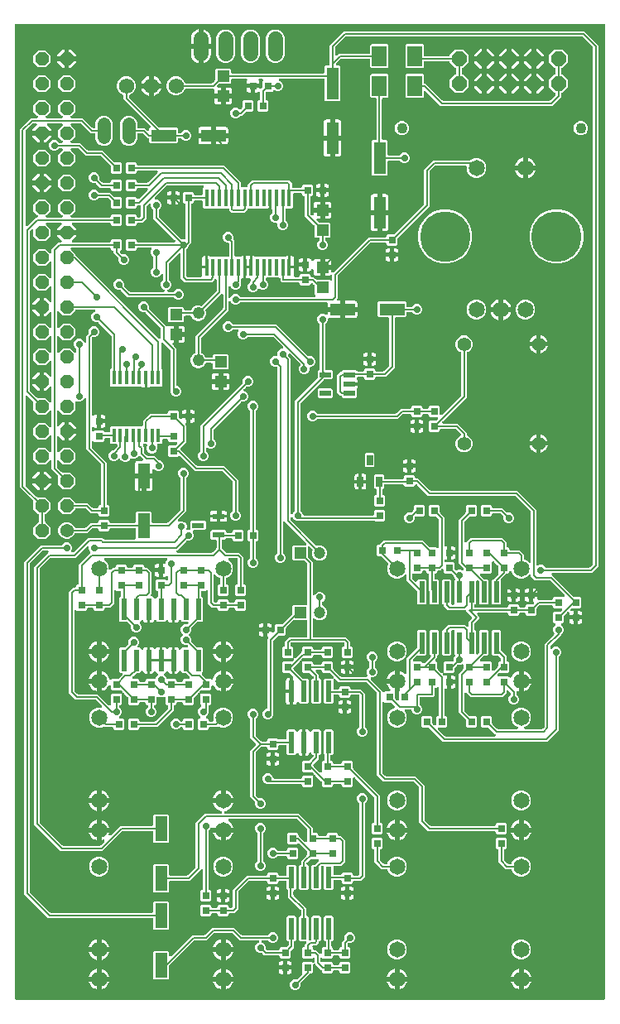
<source format=gbr>
G04 EAGLE Gerber RS-274X export*
G75*
%MOMM*%
%FSLAX34Y34*%
%LPD*%
%INBottom Copper*%
%IPPOS*%
%AMOC8*
5,1,8,0,0,1.08239X$1,22.5*%
G01*
%ADD10R,0.800000X0.800000*%
%ADD11R,1.300000X1.200000*%
%ADD12R,2.540000X1.270000*%
%ADD13R,1.270000X2.540000*%
%ADD14R,1.200000X1.200000*%
%ADD15C,1.200000*%
%ADD16R,1.270000X3.302000*%
%ADD17R,1.500000X2.100000*%
%ADD18R,0.450000X1.800000*%
%ADD19R,0.600000X2.200000*%
%ADD20R,1.250000X0.600000*%
%ADD21R,1.150000X0.600000*%
%ADD22R,0.650000X1.100000*%
%ADD23R,0.450000X1.475000*%
%ADD24C,1.371600*%
%ADD25P,1.649562X8X22.500000*%
%ADD26C,1.100000*%
%ADD27C,1.219200*%
%ADD28C,1.400000*%
%ADD29C,1.524000*%
%ADD30C,1.371600*%
%ADD31P,1.484606X8X112.500000*%
%ADD32C,1.650000*%
%ADD33C,1.575000*%
%ADD34C,5.161000*%
%ADD35C,0.177800*%
%ADD36C,0.736600*%

G36*
X605654Y2810D02*
X605654Y2810D01*
X605773Y2817D01*
X605811Y2830D01*
X605852Y2835D01*
X605962Y2878D01*
X606075Y2915D01*
X606110Y2937D01*
X606147Y2952D01*
X606243Y3021D01*
X606344Y3085D01*
X606372Y3115D01*
X606405Y3138D01*
X606481Y3230D01*
X606562Y3317D01*
X606582Y3352D01*
X606607Y3383D01*
X606658Y3491D01*
X606716Y3595D01*
X606726Y3635D01*
X606743Y3671D01*
X606765Y3788D01*
X606795Y3903D01*
X606799Y3963D01*
X606803Y3983D01*
X606801Y4004D01*
X606805Y4064D01*
X606805Y999236D01*
X606790Y999354D01*
X606783Y999473D01*
X606770Y999511D01*
X606765Y999552D01*
X606722Y999662D01*
X606685Y999775D01*
X606663Y999810D01*
X606648Y999847D01*
X606579Y999943D01*
X606515Y1000044D01*
X606485Y1000072D01*
X606462Y1000105D01*
X606370Y1000181D01*
X606283Y1000262D01*
X606248Y1000282D01*
X606217Y1000307D01*
X606109Y1000358D01*
X606005Y1000416D01*
X605965Y1000426D01*
X605929Y1000443D01*
X605812Y1000465D01*
X605697Y1000495D01*
X605637Y1000499D01*
X605617Y1000503D01*
X605596Y1000501D01*
X605536Y1000505D01*
X4064Y1000505D01*
X3946Y1000490D01*
X3827Y1000483D01*
X3789Y1000470D01*
X3748Y1000465D01*
X3638Y1000422D01*
X3525Y1000385D01*
X3490Y1000363D01*
X3453Y1000348D01*
X3357Y1000279D01*
X3256Y1000215D01*
X3228Y1000185D01*
X3195Y1000162D01*
X3119Y1000070D01*
X3038Y999983D01*
X3018Y999948D01*
X2993Y999917D01*
X2942Y999809D01*
X2884Y999705D01*
X2874Y999665D01*
X2857Y999629D01*
X2835Y999512D01*
X2805Y999397D01*
X2801Y999337D01*
X2797Y999317D01*
X2799Y999296D01*
X2795Y999236D01*
X2795Y4064D01*
X2810Y3946D01*
X2817Y3827D01*
X2830Y3789D01*
X2835Y3748D01*
X2878Y3638D01*
X2915Y3525D01*
X2937Y3490D01*
X2952Y3453D01*
X3021Y3357D01*
X3085Y3256D01*
X3115Y3228D01*
X3138Y3195D01*
X3230Y3119D01*
X3317Y3038D01*
X3352Y3018D01*
X3383Y2993D01*
X3491Y2942D01*
X3595Y2884D01*
X3635Y2874D01*
X3671Y2857D01*
X3788Y2835D01*
X3903Y2805D01*
X3963Y2801D01*
X3983Y2797D01*
X4004Y2799D01*
X4064Y2795D01*
X605536Y2795D01*
X605654Y2810D01*
G37*
%LPC*%
G36*
X495643Y172021D02*
X495643Y172021D01*
X494601Y173063D01*
X494601Y173863D01*
X494586Y173981D01*
X494579Y174100D01*
X494566Y174138D01*
X494561Y174179D01*
X494518Y174289D01*
X494481Y174402D01*
X494459Y174437D01*
X494444Y174474D01*
X494375Y174570D01*
X494311Y174671D01*
X494281Y174699D01*
X494258Y174732D01*
X494166Y174808D01*
X494079Y174889D01*
X494044Y174909D01*
X494013Y174934D01*
X493905Y174985D01*
X493801Y175043D01*
X493761Y175053D01*
X493725Y175070D01*
X493608Y175092D01*
X493493Y175122D01*
X493433Y175126D01*
X493413Y175130D01*
X493392Y175128D01*
X493332Y175132D01*
X425615Y175132D01*
X416432Y184315D01*
X416432Y219349D01*
X416420Y219447D01*
X416417Y219546D01*
X416400Y219605D01*
X416392Y219665D01*
X416356Y219757D01*
X416328Y219852D01*
X416298Y219904D01*
X416275Y219960D01*
X416217Y220040D01*
X416167Y220126D01*
X416101Y220201D01*
X416089Y220218D01*
X416079Y220226D01*
X416061Y220247D01*
X410747Y225561D01*
X410668Y225621D01*
X410596Y225689D01*
X410543Y225718D01*
X410495Y225755D01*
X410404Y225795D01*
X410318Y225843D01*
X410259Y225858D01*
X410204Y225882D01*
X410106Y225897D01*
X410010Y225922D01*
X409910Y225928D01*
X409890Y225932D01*
X409877Y225930D01*
X409849Y225932D01*
X379895Y225932D01*
X373252Y232575D01*
X373252Y315869D01*
X373240Y315967D01*
X373237Y316066D01*
X373220Y316125D01*
X373212Y316185D01*
X373176Y316277D01*
X373148Y316372D01*
X373118Y316424D01*
X373095Y316480D01*
X373037Y316561D01*
X372987Y316646D01*
X372921Y316721D01*
X372909Y316738D01*
X372899Y316746D01*
X372881Y316767D01*
X362487Y327161D01*
X362408Y327221D01*
X362336Y327289D01*
X362283Y327318D01*
X362235Y327355D01*
X362144Y327395D01*
X362058Y327443D01*
X361999Y327458D01*
X361944Y327482D01*
X361846Y327497D01*
X361750Y327522D01*
X361650Y327528D01*
X361630Y327532D01*
X361617Y327530D01*
X361589Y327532D01*
X334175Y327532D01*
X332241Y329467D01*
X330795Y330912D01*
X330686Y330997D01*
X330579Y331086D01*
X330560Y331094D01*
X330544Y331107D01*
X330417Y331162D01*
X330291Y331221D01*
X330271Y331225D01*
X330252Y331233D01*
X330114Y331255D01*
X329978Y331281D01*
X329958Y331280D01*
X329938Y331283D01*
X329799Y331270D01*
X329661Y331261D01*
X329642Y331255D01*
X329622Y331253D01*
X329490Y331206D01*
X329359Y331163D01*
X329341Y331152D01*
X329322Y331146D01*
X329207Y331067D01*
X329090Y330993D01*
X329076Y330978D01*
X329059Y330967D01*
X328967Y330863D01*
X328872Y330761D01*
X328862Y330744D01*
X328849Y330729D01*
X328785Y330604D01*
X328718Y330483D01*
X328713Y330463D01*
X328704Y330445D01*
X328674Y330309D01*
X328639Y330175D01*
X328637Y330147D01*
X328634Y330135D01*
X328635Y330114D01*
X328629Y330014D01*
X328629Y321437D01*
X328644Y321319D01*
X328651Y321200D01*
X328664Y321162D01*
X328669Y321121D01*
X328712Y321011D01*
X328749Y320898D01*
X328771Y320863D01*
X328786Y320826D01*
X328855Y320730D01*
X328919Y320629D01*
X328949Y320601D01*
X328972Y320568D01*
X329064Y320492D01*
X329151Y320411D01*
X329186Y320391D01*
X329217Y320366D01*
X329325Y320315D01*
X329429Y320257D01*
X329469Y320247D01*
X329505Y320230D01*
X329622Y320208D01*
X329737Y320178D01*
X329797Y320174D01*
X329817Y320170D01*
X329838Y320172D01*
X329898Y320168D01*
X333312Y320168D01*
X333430Y320183D01*
X333549Y320190D01*
X333587Y320203D01*
X333628Y320208D01*
X333738Y320251D01*
X333851Y320288D01*
X333886Y320310D01*
X333923Y320325D01*
X334019Y320394D01*
X334120Y320458D01*
X334148Y320488D01*
X334181Y320511D01*
X334257Y320603D01*
X334338Y320690D01*
X334358Y320725D01*
X334383Y320756D01*
X334434Y320864D01*
X334492Y320968D01*
X334502Y321008D01*
X334519Y321044D01*
X334541Y321161D01*
X334571Y321276D01*
X334575Y321336D01*
X334579Y321356D01*
X334577Y321377D01*
X334581Y321437D01*
X334581Y322237D01*
X335623Y323279D01*
X345097Y323279D01*
X346139Y322237D01*
X346139Y321437D01*
X346154Y321319D01*
X346161Y321200D01*
X346174Y321162D01*
X346179Y321121D01*
X346222Y321011D01*
X346259Y320898D01*
X346281Y320863D01*
X346296Y320826D01*
X346365Y320730D01*
X346429Y320629D01*
X346459Y320601D01*
X346482Y320568D01*
X346574Y320492D01*
X346661Y320411D01*
X346696Y320391D01*
X346727Y320366D01*
X346835Y320315D01*
X346939Y320257D01*
X346979Y320247D01*
X347015Y320230D01*
X347132Y320208D01*
X347247Y320178D01*
X347307Y320174D01*
X347327Y320170D01*
X347348Y320172D01*
X347408Y320168D01*
X356705Y320168D01*
X360808Y316065D01*
X360808Y282442D01*
X360820Y282344D01*
X360823Y282245D01*
X360840Y282187D01*
X360848Y282127D01*
X360884Y282034D01*
X360912Y281939D01*
X360942Y281887D01*
X360965Y281831D01*
X361023Y281751D01*
X361073Y281665D01*
X361139Y281590D01*
X361151Y281574D01*
X361161Y281566D01*
X361179Y281545D01*
X362770Y279954D01*
X363602Y277946D01*
X363602Y275774D01*
X362770Y273766D01*
X361234Y272230D01*
X359226Y271398D01*
X357054Y271398D01*
X355046Y272230D01*
X353510Y273766D01*
X352678Y275774D01*
X352678Y277946D01*
X353510Y279954D01*
X355101Y281545D01*
X355161Y281623D01*
X355229Y281695D01*
X355258Y281748D01*
X355295Y281796D01*
X355335Y281887D01*
X355383Y281973D01*
X355398Y282032D01*
X355422Y282088D01*
X355437Y282186D01*
X355462Y282281D01*
X355468Y282381D01*
X355472Y282402D01*
X355470Y282414D01*
X355472Y282442D01*
X355472Y313329D01*
X355460Y313427D01*
X355457Y313526D01*
X355440Y313585D01*
X355432Y313645D01*
X355396Y313737D01*
X355368Y313832D01*
X355338Y313884D01*
X355315Y313940D01*
X355257Y314020D01*
X355207Y314106D01*
X355141Y314181D01*
X355129Y314198D01*
X355119Y314206D01*
X355101Y314227D01*
X354867Y314461D01*
X354788Y314521D01*
X354716Y314589D01*
X354663Y314618D01*
X354615Y314655D01*
X354524Y314695D01*
X354438Y314743D01*
X354379Y314758D01*
X354324Y314782D01*
X354226Y314797D01*
X354130Y314822D01*
X354030Y314828D01*
X354010Y314832D01*
X353997Y314830D01*
X353969Y314832D01*
X347408Y314832D01*
X347290Y314817D01*
X347171Y314810D01*
X347133Y314797D01*
X347092Y314792D01*
X346982Y314749D01*
X346869Y314712D01*
X346834Y314690D01*
X346797Y314675D01*
X346701Y314606D01*
X346600Y314542D01*
X346572Y314512D01*
X346539Y314489D01*
X346463Y314397D01*
X346382Y314310D01*
X346362Y314275D01*
X346337Y314244D01*
X346286Y314136D01*
X346228Y314032D01*
X346218Y313992D01*
X346201Y313956D01*
X346179Y313839D01*
X346149Y313724D01*
X346145Y313664D01*
X346141Y313644D01*
X346143Y313623D01*
X346139Y313563D01*
X346139Y312763D01*
X345097Y311721D01*
X335623Y311721D01*
X334581Y312763D01*
X334581Y313563D01*
X334566Y313681D01*
X334559Y313800D01*
X334546Y313838D01*
X334541Y313879D01*
X334498Y313989D01*
X334461Y314102D01*
X334439Y314137D01*
X334424Y314174D01*
X334355Y314270D01*
X334291Y314371D01*
X334261Y314399D01*
X334238Y314432D01*
X334146Y314508D01*
X334059Y314589D01*
X334024Y314609D01*
X333993Y314634D01*
X333885Y314685D01*
X333781Y314743D01*
X333741Y314753D01*
X333705Y314770D01*
X333588Y314792D01*
X333473Y314822D01*
X333413Y314826D01*
X333393Y314830D01*
X333372Y314828D01*
X333312Y314832D01*
X329898Y314832D01*
X329780Y314817D01*
X329661Y314810D01*
X329623Y314797D01*
X329582Y314792D01*
X329472Y314749D01*
X329359Y314712D01*
X329324Y314690D01*
X329287Y314675D01*
X329191Y314606D01*
X329090Y314542D01*
X329062Y314512D01*
X329029Y314489D01*
X328953Y314397D01*
X328872Y314310D01*
X328852Y314275D01*
X328827Y314244D01*
X328776Y314136D01*
X328718Y314032D01*
X328708Y313992D01*
X328691Y313956D01*
X328669Y313839D01*
X328639Y313724D01*
X328635Y313664D01*
X328631Y313644D01*
X328633Y313623D01*
X328629Y313563D01*
X328629Y306363D01*
X327587Y305321D01*
X320113Y305321D01*
X319071Y306363D01*
X319071Y329837D01*
X320113Y330879D01*
X327764Y330879D01*
X327902Y330896D01*
X328041Y330909D01*
X328060Y330916D01*
X328080Y330919D01*
X328209Y330970D01*
X328340Y331017D01*
X328357Y331028D01*
X328376Y331036D01*
X328488Y331117D01*
X328603Y331195D01*
X328616Y331211D01*
X328633Y331222D01*
X328722Y331330D01*
X328814Y331434D01*
X328823Y331452D01*
X328836Y331467D01*
X328895Y331593D01*
X328958Y331717D01*
X328963Y331737D01*
X328971Y331755D01*
X328997Y331891D01*
X329028Y332027D01*
X329027Y332048D01*
X329031Y332067D01*
X329022Y332206D01*
X329018Y332345D01*
X329012Y332365D01*
X329011Y332385D01*
X328968Y332517D01*
X328930Y332651D01*
X328919Y332668D01*
X328913Y332687D01*
X328839Y332805D01*
X328768Y332925D01*
X328750Y332946D01*
X328743Y332956D01*
X328728Y332970D01*
X328662Y333045D01*
X324958Y336750D01*
X324879Y336810D01*
X324807Y336878D01*
X324754Y336907D01*
X324706Y336944D01*
X324616Y336984D01*
X324529Y337032D01*
X324470Y337047D01*
X324415Y337071D01*
X324317Y337086D01*
X324221Y337111D01*
X324121Y337117D01*
X324101Y337121D01*
X324088Y337119D01*
X324060Y337121D01*
X317843Y337121D01*
X316801Y338163D01*
X316801Y338963D01*
X316786Y339081D01*
X316779Y339200D01*
X316766Y339238D01*
X316761Y339279D01*
X316718Y339389D01*
X316681Y339502D01*
X316659Y339537D01*
X316644Y339574D01*
X316575Y339670D01*
X316511Y339771D01*
X316481Y339799D01*
X316458Y339832D01*
X316366Y339908D01*
X316279Y339989D01*
X316244Y340009D01*
X316213Y340034D01*
X316105Y340085D01*
X316001Y340143D01*
X315961Y340153D01*
X315925Y340170D01*
X315808Y340192D01*
X315693Y340222D01*
X315633Y340226D01*
X315613Y340230D01*
X315592Y340228D01*
X315532Y340232D01*
X311765Y340232D01*
X311627Y340215D01*
X311488Y340202D01*
X311469Y340195D01*
X311449Y340192D01*
X311320Y340141D01*
X311189Y340094D01*
X311172Y340083D01*
X311153Y340075D01*
X311041Y339994D01*
X310926Y339916D01*
X310913Y339900D01*
X310896Y339889D01*
X310807Y339781D01*
X310715Y339677D01*
X310706Y339659D01*
X310693Y339644D01*
X310634Y339518D01*
X310571Y339394D01*
X310566Y339374D01*
X310558Y339356D01*
X310532Y339219D01*
X310501Y339084D01*
X310502Y339063D01*
X310498Y339044D01*
X310507Y338905D01*
X310511Y338766D01*
X310517Y338746D01*
X310518Y338726D01*
X310560Y338594D01*
X310599Y338460D01*
X310610Y338443D01*
X310616Y338424D01*
X310690Y338306D01*
X310761Y338186D01*
X310779Y338165D01*
X310786Y338155D01*
X310801Y338141D01*
X310867Y338066D01*
X311883Y337050D01*
X311883Y337049D01*
X313818Y335115D01*
X313818Y332148D01*
X313833Y332030D01*
X313840Y331911D01*
X313853Y331873D01*
X313858Y331832D01*
X313901Y331722D01*
X313938Y331609D01*
X313960Y331574D01*
X313975Y331537D01*
X314044Y331441D01*
X314108Y331340D01*
X314138Y331312D01*
X314161Y331279D01*
X314253Y331203D01*
X314340Y331122D01*
X314375Y331102D01*
X314406Y331077D01*
X314514Y331026D01*
X314618Y330968D01*
X314658Y330958D01*
X314694Y330941D01*
X314811Y330919D01*
X314859Y330906D01*
X315929Y329837D01*
X315929Y306363D01*
X314887Y305321D01*
X307413Y305321D01*
X306371Y306363D01*
X306371Y329837D01*
X307435Y330900D01*
X307450Y330901D01*
X307488Y330914D01*
X307529Y330919D01*
X307639Y330962D01*
X307752Y330999D01*
X307787Y331021D01*
X307824Y331036D01*
X307920Y331105D01*
X308021Y331169D01*
X308049Y331199D01*
X308082Y331222D01*
X308158Y331314D01*
X308239Y331401D01*
X308259Y331436D01*
X308284Y331467D01*
X308335Y331575D01*
X308393Y331679D01*
X308403Y331719D01*
X308420Y331755D01*
X308442Y331872D01*
X308472Y331987D01*
X308476Y332047D01*
X308480Y332067D01*
X308478Y332088D01*
X308482Y332148D01*
X308482Y332379D01*
X308470Y332477D01*
X308467Y332576D01*
X308450Y332635D01*
X308442Y332695D01*
X308406Y332787D01*
X308378Y332882D01*
X308348Y332934D01*
X308325Y332990D01*
X308267Y333070D01*
X308217Y333156D01*
X308151Y333231D01*
X308139Y333248D01*
X308129Y333256D01*
X308111Y333277D01*
X304638Y336750D01*
X304559Y336810D01*
X304487Y336878D01*
X304434Y336907D01*
X304386Y336944D01*
X304296Y336984D01*
X304209Y337032D01*
X304150Y337047D01*
X304095Y337071D01*
X303997Y337086D01*
X303901Y337111D01*
X303801Y337117D01*
X303781Y337121D01*
X303768Y337119D01*
X303740Y337121D01*
X297523Y337121D01*
X296481Y338163D01*
X296481Y348064D01*
X296464Y348202D01*
X296461Y348228D01*
X296459Y348268D01*
X296457Y348273D01*
X296451Y348341D01*
X296444Y348360D01*
X296441Y348380D01*
X296390Y348509D01*
X296343Y348640D01*
X296332Y348657D01*
X296324Y348676D01*
X296243Y348788D01*
X296165Y348903D01*
X296149Y348916D01*
X296138Y348933D01*
X296030Y349022D01*
X295926Y349114D01*
X295908Y349123D01*
X295893Y349136D01*
X295767Y349195D01*
X295643Y349258D01*
X295623Y349263D01*
X295605Y349271D01*
X295469Y349297D01*
X295333Y349328D01*
X295312Y349327D01*
X295293Y349331D01*
X295154Y349322D01*
X295015Y349318D01*
X294995Y349312D01*
X294975Y349311D01*
X294843Y349268D01*
X294709Y349230D01*
X294692Y349219D01*
X294673Y349213D01*
X294555Y349139D01*
X294435Y349068D01*
X294414Y349050D01*
X294404Y349043D01*
X294390Y349028D01*
X294315Y348962D01*
X288090Y342738D01*
X288030Y342659D01*
X287962Y342587D01*
X287933Y342534D01*
X287896Y342486D01*
X287856Y342396D01*
X287808Y342309D01*
X287793Y342250D01*
X287769Y342195D01*
X287754Y342097D01*
X287729Y342001D01*
X287723Y341901D01*
X287719Y341881D01*
X287721Y341868D01*
X287719Y341840D01*
X287719Y341420D01*
X287731Y341322D01*
X287734Y341223D01*
X287751Y341164D01*
X287759Y341104D01*
X287795Y341012D01*
X287823Y340917D01*
X287853Y340865D01*
X287876Y340809D01*
X287934Y340728D01*
X287984Y340643D01*
X288050Y340568D01*
X288062Y340551D01*
X288072Y340543D01*
X288090Y340522D01*
X297362Y331250D01*
X297441Y331190D01*
X297513Y331122D01*
X297566Y331093D01*
X297614Y331056D01*
X297705Y331016D01*
X297791Y330968D01*
X297850Y330953D01*
X297905Y330929D01*
X298003Y330914D01*
X298099Y330889D01*
X298199Y330883D01*
X298219Y330879D01*
X298232Y330881D01*
X298260Y330879D01*
X302187Y330879D01*
X303229Y329837D01*
X303229Y306363D01*
X302187Y305321D01*
X294713Y305321D01*
X293580Y306455D01*
X293575Y306466D01*
X293521Y306608D01*
X293517Y306614D01*
X293514Y306620D01*
X293425Y306744D01*
X293337Y306868D01*
X293332Y306872D01*
X293328Y306878D01*
X293209Y306975D01*
X293094Y307073D01*
X293088Y307076D01*
X293083Y307080D01*
X292945Y307145D01*
X292808Y307212D01*
X292801Y307213D01*
X292795Y307216D01*
X292646Y307244D01*
X292496Y307275D01*
X292489Y307274D01*
X292483Y307276D01*
X292332Y307266D01*
X292178Y307258D01*
X292172Y307256D01*
X292165Y307256D01*
X292022Y307209D01*
X291875Y307164D01*
X291869Y307160D01*
X291863Y307158D01*
X291734Y307076D01*
X291604Y306996D01*
X291600Y306991D01*
X291594Y306988D01*
X291489Y306876D01*
X291384Y306767D01*
X291381Y306761D01*
X291376Y306756D01*
X291302Y306623D01*
X291227Y306490D01*
X291225Y306481D01*
X291222Y306478D01*
X291220Y306468D01*
X291176Y306337D01*
X291118Y306119D01*
X290783Y305540D01*
X290310Y305067D01*
X289731Y304732D01*
X289084Y304559D01*
X287249Y304559D01*
X287249Y317870D01*
X287234Y317988D01*
X287227Y318107D01*
X287225Y318114D01*
X287239Y318170D01*
X287243Y318230D01*
X287247Y318250D01*
X287245Y318270D01*
X287249Y318330D01*
X287249Y332007D01*
X287320Y332092D01*
X287412Y332196D01*
X287421Y332214D01*
X287434Y332229D01*
X287493Y332355D01*
X287556Y332479D01*
X287561Y332499D01*
X287569Y332517D01*
X287595Y332653D01*
X287626Y332789D01*
X287625Y332810D01*
X287629Y332829D01*
X287620Y332968D01*
X287616Y333107D01*
X287610Y333127D01*
X287609Y333147D01*
X287566Y333279D01*
X287528Y333413D01*
X287517Y333430D01*
X287511Y333449D01*
X287437Y333567D01*
X287366Y333687D01*
X287348Y333708D01*
X287341Y333718D01*
X287326Y333732D01*
X287260Y333807D01*
X284318Y336750D01*
X284239Y336810D01*
X284167Y336878D01*
X284114Y336907D01*
X284066Y336944D01*
X283976Y336984D01*
X283889Y337032D01*
X283830Y337047D01*
X283775Y337071D01*
X283677Y337086D01*
X283581Y337111D01*
X283481Y337117D01*
X283461Y337121D01*
X283448Y337119D01*
X283420Y337121D01*
X277203Y337121D01*
X276161Y338163D01*
X276161Y347637D01*
X277203Y348679D01*
X285960Y348679D01*
X286058Y348691D01*
X286157Y348694D01*
X286216Y348711D01*
X286276Y348719D01*
X286368Y348755D01*
X286463Y348783D01*
X286515Y348813D01*
X286571Y348836D01*
X286652Y348894D01*
X286737Y348944D01*
X286812Y349010D01*
X286829Y349022D01*
X286837Y349032D01*
X286858Y349050D01*
X288002Y350195D01*
X288087Y350304D01*
X288176Y350411D01*
X288184Y350430D01*
X288197Y350446D01*
X288252Y350574D01*
X288311Y350699D01*
X288315Y350719D01*
X288323Y350738D01*
X288345Y350876D01*
X288371Y351012D01*
X288370Y351032D01*
X288373Y351052D01*
X288360Y351191D01*
X288351Y351329D01*
X288345Y351348D01*
X288343Y351368D01*
X288296Y351500D01*
X288253Y351631D01*
X288242Y351649D01*
X288236Y351668D01*
X288157Y351783D01*
X288083Y351900D01*
X288068Y351914D01*
X288057Y351931D01*
X287953Y352023D01*
X287851Y352118D01*
X287834Y352128D01*
X287818Y352141D01*
X287695Y352204D01*
X287573Y352272D01*
X287553Y352277D01*
X287535Y352286D01*
X287399Y352316D01*
X287265Y352351D01*
X287237Y352353D01*
X287225Y352356D01*
X287204Y352355D01*
X287104Y352361D01*
X277203Y352361D01*
X276161Y353403D01*
X276161Y362877D01*
X277203Y363919D01*
X278003Y363919D01*
X278121Y363934D01*
X278240Y363941D01*
X278278Y363954D01*
X278319Y363959D01*
X278429Y364002D01*
X278542Y364039D01*
X278577Y364061D01*
X278614Y364076D01*
X278710Y364145D01*
X278811Y364209D01*
X278839Y364239D01*
X278872Y364262D01*
X278948Y364354D01*
X279029Y364441D01*
X279049Y364476D01*
X279074Y364507D01*
X279125Y364615D01*
X279183Y364719D01*
X279193Y364759D01*
X279210Y364795D01*
X279232Y364912D01*
X279262Y365027D01*
X279266Y365087D01*
X279270Y365107D01*
X279268Y365128D01*
X279272Y365188D01*
X279272Y369405D01*
X283375Y373508D01*
X300863Y373508D01*
X300981Y373523D01*
X301100Y373530D01*
X301138Y373543D01*
X301179Y373548D01*
X301289Y373591D01*
X301402Y373628D01*
X301437Y373650D01*
X301474Y373665D01*
X301570Y373734D01*
X301671Y373798D01*
X301699Y373828D01*
X301732Y373851D01*
X301808Y373943D01*
X301889Y374030D01*
X301909Y374065D01*
X301934Y374096D01*
X301985Y374204D01*
X302043Y374308D01*
X302053Y374348D01*
X302070Y374384D01*
X302092Y374501D01*
X302122Y374616D01*
X302126Y374676D01*
X302130Y374696D01*
X302128Y374717D01*
X302132Y374777D01*
X302132Y389732D01*
X302117Y389850D01*
X302110Y389969D01*
X302097Y390007D01*
X302092Y390048D01*
X302049Y390158D01*
X302012Y390271D01*
X301990Y390306D01*
X301975Y390343D01*
X301906Y390439D01*
X301842Y390540D01*
X301812Y390568D01*
X301789Y390601D01*
X301697Y390677D01*
X301610Y390758D01*
X301575Y390778D01*
X301544Y390803D01*
X301436Y390854D01*
X301332Y390912D01*
X301292Y390922D01*
X301256Y390939D01*
X301139Y390961D01*
X301024Y390991D01*
X300964Y390995D01*
X300944Y390999D01*
X300923Y390997D01*
X300863Y391001D01*
X288620Y391001D01*
X288522Y390989D01*
X288423Y390986D01*
X288364Y390969D01*
X288304Y390961D01*
X288212Y390925D01*
X288117Y390897D01*
X288065Y390867D01*
X288009Y390844D01*
X287928Y390786D01*
X287843Y390736D01*
X287768Y390670D01*
X287751Y390658D01*
X287743Y390648D01*
X287722Y390630D01*
X280470Y383378D01*
X280410Y383299D01*
X280342Y383227D01*
X280313Y383174D01*
X280276Y383126D01*
X280236Y383036D01*
X280188Y382949D01*
X280173Y382890D01*
X280149Y382835D01*
X280134Y382737D01*
X280109Y382641D01*
X280103Y382541D01*
X280099Y382521D01*
X280101Y382508D01*
X280099Y382480D01*
X280099Y376263D01*
X279057Y375221D01*
X272840Y375221D01*
X272742Y375209D01*
X272643Y375206D01*
X272584Y375189D01*
X272524Y375181D01*
X272432Y375145D01*
X272337Y375117D01*
X272285Y375087D01*
X272229Y375064D01*
X272148Y375006D01*
X272063Y374956D01*
X271988Y374890D01*
X271971Y374878D01*
X271963Y374868D01*
X271942Y374850D01*
X267199Y370107D01*
X267139Y370028D01*
X267071Y369956D01*
X267042Y369903D01*
X267005Y369855D01*
X266965Y369764D01*
X266917Y369678D01*
X266902Y369619D01*
X266878Y369564D01*
X266863Y369466D01*
X266838Y369370D01*
X266832Y369270D01*
X266828Y369250D01*
X266830Y369237D01*
X266828Y369209D01*
X266828Y296592D01*
X266829Y296583D01*
X266828Y296574D01*
X266849Y296425D01*
X266868Y296277D01*
X266871Y296268D01*
X266872Y296259D01*
X266924Y296106D01*
X267082Y295726D01*
X267082Y293554D01*
X266250Y291546D01*
X264714Y290010D01*
X262706Y289178D01*
X260534Y289178D01*
X258526Y290010D01*
X256990Y291546D01*
X256158Y293554D01*
X256158Y295726D01*
X256990Y297734D01*
X258526Y299270D01*
X260709Y300174D01*
X260734Y300189D01*
X260762Y300198D01*
X260872Y300267D01*
X260985Y300332D01*
X261006Y300352D01*
X261031Y300368D01*
X261120Y300463D01*
X261213Y300553D01*
X261229Y300578D01*
X261249Y300600D01*
X261312Y300714D01*
X261380Y300824D01*
X261388Y300852D01*
X261403Y300878D01*
X261435Y301004D01*
X261473Y301128D01*
X261475Y301158D01*
X261482Y301186D01*
X261492Y301347D01*
X261492Y371945D01*
X261840Y372293D01*
X261925Y372402D01*
X262014Y372509D01*
X262022Y372528D01*
X262035Y372544D01*
X262090Y372672D01*
X262149Y372797D01*
X262153Y372817D01*
X262161Y372836D01*
X262183Y372973D01*
X262209Y373110D01*
X262208Y373130D01*
X262211Y373150D01*
X262198Y373289D01*
X262189Y373427D01*
X262183Y373446D01*
X262181Y373466D01*
X262134Y373597D01*
X262091Y373729D01*
X262080Y373747D01*
X262074Y373766D01*
X261996Y373880D01*
X261921Y373998D01*
X261906Y374012D01*
X261895Y374029D01*
X261791Y374121D01*
X261689Y374216D01*
X261672Y374226D01*
X261657Y374239D01*
X261533Y374302D01*
X261411Y374370D01*
X261391Y374375D01*
X261373Y374384D01*
X261237Y374414D01*
X261103Y374449D01*
X261079Y374451D01*
X261079Y379001D01*
X265638Y379001D01*
X265638Y379000D01*
X265651Y378861D01*
X265658Y378842D01*
X265661Y378822D01*
X265712Y378693D01*
X265759Y378562D01*
X265770Y378545D01*
X265778Y378526D01*
X265859Y378414D01*
X265937Y378299D01*
X265953Y378286D01*
X265964Y378269D01*
X266072Y378180D01*
X266176Y378088D01*
X266194Y378079D01*
X266209Y378066D01*
X266335Y378007D01*
X266459Y377944D01*
X266479Y377939D01*
X266497Y377931D01*
X266633Y377905D01*
X266769Y377874D01*
X266790Y377875D01*
X266809Y377871D01*
X266948Y377880D01*
X267087Y377884D01*
X267107Y377890D01*
X267127Y377891D01*
X267259Y377934D01*
X267393Y377972D01*
X267410Y377983D01*
X267429Y377989D01*
X267547Y378063D01*
X267667Y378134D01*
X267688Y378152D01*
X267698Y378159D01*
X267712Y378174D01*
X267787Y378240D01*
X268170Y378622D01*
X268230Y378701D01*
X268298Y378773D01*
X268327Y378826D01*
X268364Y378874D01*
X268404Y378964D01*
X268452Y379051D01*
X268467Y379110D01*
X268491Y379165D01*
X268506Y379263D01*
X268531Y379359D01*
X268537Y379459D01*
X268541Y379479D01*
X268539Y379492D01*
X268541Y379520D01*
X268541Y385737D01*
X269583Y386779D01*
X275800Y386779D01*
X275898Y386791D01*
X275997Y386794D01*
X276056Y386811D01*
X276116Y386819D01*
X276208Y386855D01*
X276303Y386883D01*
X276355Y386913D01*
X276411Y386936D01*
X276492Y386994D01*
X276577Y387044D01*
X276652Y387110D01*
X276669Y387122D01*
X276677Y387132D01*
X276698Y387150D01*
X286490Y396942D01*
X286550Y397021D01*
X286618Y397093D01*
X286647Y397146D01*
X286684Y397194D01*
X286724Y397284D01*
X286772Y397371D01*
X286787Y397430D01*
X286811Y397485D01*
X286826Y397583D01*
X286851Y397679D01*
X286857Y397779D01*
X286861Y397799D01*
X286859Y397812D01*
X286861Y397840D01*
X286861Y405517D01*
X287903Y406559D01*
X300863Y406559D01*
X300981Y406574D01*
X301100Y406581D01*
X301138Y406594D01*
X301179Y406599D01*
X301289Y406642D01*
X301402Y406679D01*
X301437Y406701D01*
X301474Y406716D01*
X301570Y406785D01*
X301671Y406849D01*
X301699Y406879D01*
X301732Y406902D01*
X301808Y406994D01*
X301889Y407081D01*
X301909Y407116D01*
X301934Y407147D01*
X301985Y407255D01*
X302043Y407359D01*
X302053Y407399D01*
X302070Y407435D01*
X302092Y407552D01*
X302122Y407667D01*
X302126Y407727D01*
X302130Y407747D01*
X302128Y407768D01*
X302132Y407828D01*
X302132Y447949D01*
X302120Y448047D01*
X302117Y448146D01*
X302100Y448205D01*
X302092Y448265D01*
X302056Y448357D01*
X302028Y448452D01*
X301998Y448504D01*
X301975Y448560D01*
X301917Y448640D01*
X301867Y448726D01*
X301801Y448801D01*
X301789Y448818D01*
X301779Y448826D01*
X301761Y448847D01*
X299018Y451590D01*
X298939Y451650D01*
X298867Y451718D01*
X298814Y451747D01*
X298766Y451784D01*
X298675Y451824D01*
X298589Y451872D01*
X298530Y451887D01*
X298475Y451911D01*
X298377Y451926D01*
X298281Y451951D01*
X298181Y451957D01*
X298161Y451961D01*
X298148Y451959D01*
X298120Y451961D01*
X287903Y451961D01*
X286861Y453003D01*
X286861Y466477D01*
X287903Y467519D01*
X300024Y467519D01*
X300162Y467536D01*
X300301Y467549D01*
X300320Y467556D01*
X300340Y467559D01*
X300469Y467610D01*
X300600Y467657D01*
X300617Y467668D01*
X300636Y467676D01*
X300748Y467757D01*
X300863Y467835D01*
X300877Y467851D01*
X300893Y467862D01*
X300981Y467970D01*
X301074Y468074D01*
X301083Y468092D01*
X301096Y468107D01*
X301155Y468233D01*
X301218Y468357D01*
X301223Y468377D01*
X301231Y468395D01*
X301257Y468531D01*
X301288Y468667D01*
X301287Y468688D01*
X301291Y468707D01*
X301282Y468846D01*
X301278Y468985D01*
X301272Y469005D01*
X301271Y469025D01*
X301228Y469157D01*
X301190Y469291D01*
X301179Y469308D01*
X301173Y469327D01*
X301099Y469445D01*
X301028Y469565D01*
X301010Y469586D01*
X301003Y469596D01*
X300988Y469610D01*
X300922Y469685D01*
X281207Y489401D01*
X279154Y491453D01*
X279045Y491538D01*
X278938Y491627D01*
X278919Y491635D01*
X278903Y491648D01*
X278775Y491703D01*
X278650Y491762D01*
X278630Y491766D01*
X278611Y491774D01*
X278473Y491796D01*
X278337Y491822D01*
X278317Y491821D01*
X278297Y491824D01*
X278158Y491811D01*
X278020Y491802D01*
X278001Y491796D01*
X277981Y491794D01*
X277849Y491747D01*
X277718Y491704D01*
X277700Y491693D01*
X277681Y491687D01*
X277566Y491608D01*
X277449Y491534D01*
X277435Y491519D01*
X277418Y491508D01*
X277326Y491404D01*
X277231Y491302D01*
X277221Y491285D01*
X277208Y491270D01*
X277144Y491145D01*
X277077Y491024D01*
X277072Y491004D01*
X277063Y490986D01*
X277033Y490850D01*
X276998Y490716D01*
X276996Y490688D01*
X276993Y490676D01*
X276994Y490655D01*
X276988Y490555D01*
X276988Y460242D01*
X277000Y460144D01*
X277003Y460045D01*
X277020Y459987D01*
X277028Y459927D01*
X277064Y459834D01*
X277092Y459739D01*
X277122Y459687D01*
X277145Y459631D01*
X277203Y459551D01*
X277253Y459465D01*
X277319Y459390D01*
X277331Y459374D01*
X277341Y459366D01*
X277359Y459345D01*
X278950Y457754D01*
X279782Y455746D01*
X279782Y453574D01*
X278950Y451566D01*
X277414Y450030D01*
X275406Y449198D01*
X273234Y449198D01*
X271226Y450030D01*
X269690Y451566D01*
X268858Y453574D01*
X268858Y455746D01*
X269690Y457754D01*
X271281Y459345D01*
X271341Y459423D01*
X271409Y459495D01*
X271438Y459548D01*
X271475Y459596D01*
X271515Y459687D01*
X271563Y459773D01*
X271578Y459832D01*
X271602Y459888D01*
X271617Y459986D01*
X271642Y460081D01*
X271648Y460181D01*
X271652Y460202D01*
X271650Y460214D01*
X271652Y460242D01*
X271652Y648589D01*
X271637Y648707D01*
X271630Y648826D01*
X271617Y648864D01*
X271612Y648905D01*
X271569Y649015D01*
X271532Y649128D01*
X271510Y649163D01*
X271495Y649200D01*
X271426Y649296D01*
X271362Y649397D01*
X271332Y649425D01*
X271309Y649458D01*
X271217Y649534D01*
X271130Y649615D01*
X271095Y649635D01*
X271064Y649660D01*
X270956Y649711D01*
X270852Y649769D01*
X270812Y649779D01*
X270776Y649796D01*
X270659Y649818D01*
X270544Y649848D01*
X270484Y649852D01*
X270464Y649856D01*
X270443Y649854D01*
X270383Y649858D01*
X268154Y649858D01*
X266146Y650690D01*
X264610Y652226D01*
X263778Y654234D01*
X263778Y656406D01*
X264610Y658414D01*
X266146Y659950D01*
X268154Y660782D01*
X270129Y660782D01*
X270247Y660797D01*
X270366Y660804D01*
X270404Y660817D01*
X270445Y660822D01*
X270555Y660865D01*
X270668Y660902D01*
X270703Y660924D01*
X270740Y660939D01*
X270836Y661008D01*
X270937Y661072D01*
X270965Y661102D01*
X270998Y661125D01*
X271074Y661217D01*
X271155Y661304D01*
X271175Y661339D01*
X271200Y661370D01*
X271251Y661478D01*
X271309Y661582D01*
X271319Y661622D01*
X271336Y661658D01*
X271358Y661775D01*
X271388Y661890D01*
X271392Y661950D01*
X271396Y661970D01*
X271394Y661991D01*
X271398Y662051D01*
X271398Y664026D01*
X272230Y666034D01*
X273766Y667570D01*
X275774Y668402D01*
X276273Y668402D01*
X276411Y668419D01*
X276550Y668432D01*
X276569Y668439D01*
X276589Y668442D01*
X276718Y668493D01*
X276849Y668540D01*
X276866Y668551D01*
X276885Y668559D01*
X276997Y668640D01*
X277112Y668718D01*
X277126Y668734D01*
X277142Y668745D01*
X277230Y668853D01*
X277323Y668957D01*
X277332Y668975D01*
X277345Y668990D01*
X277404Y669116D01*
X277467Y669240D01*
X277472Y669260D01*
X277480Y669278D01*
X277506Y669414D01*
X277537Y669550D01*
X277536Y669571D01*
X277540Y669590D01*
X277531Y669728D01*
X277527Y669868D01*
X277521Y669888D01*
X277520Y669908D01*
X277477Y670040D01*
X277439Y670174D01*
X277428Y670191D01*
X277422Y670210D01*
X277348Y670328D01*
X277277Y670448D01*
X277259Y670469D01*
X277252Y670479D01*
X277237Y670493D01*
X277171Y670568D01*
X267519Y680221D01*
X267440Y680281D01*
X267368Y680349D01*
X267315Y680378D01*
X267267Y680415D01*
X267176Y680455D01*
X267090Y680503D01*
X267031Y680518D01*
X266976Y680542D01*
X266878Y680557D01*
X266782Y680582D01*
X266682Y680588D01*
X266662Y680592D01*
X266649Y680590D01*
X266621Y680592D01*
X241802Y680592D01*
X241704Y680580D01*
X241605Y680577D01*
X241547Y680560D01*
X241487Y680552D01*
X241394Y680516D01*
X241299Y680488D01*
X241247Y680458D01*
X241191Y680435D01*
X241111Y680377D01*
X241025Y680327D01*
X240950Y680261D01*
X240934Y680249D01*
X240926Y680239D01*
X240918Y680232D01*
X240915Y680231D01*
X240914Y680229D01*
X240905Y680221D01*
X239314Y678630D01*
X237306Y677798D01*
X235134Y677798D01*
X233126Y678630D01*
X231590Y680166D01*
X230758Y682174D01*
X230758Y684346D01*
X231633Y686457D01*
X231644Y686499D01*
X231658Y686528D01*
X231658Y686532D01*
X231667Y686550D01*
X231688Y686658D01*
X231717Y686764D01*
X231717Y686814D01*
X231727Y686863D01*
X231720Y686972D01*
X231722Y687082D01*
X231710Y687130D01*
X231707Y687180D01*
X231673Y687284D01*
X231647Y687391D01*
X231624Y687435D01*
X231609Y687482D01*
X231550Y687575D01*
X231499Y687672D01*
X231465Y687709D01*
X231439Y687751D01*
X231359Y687826D01*
X231285Y687908D01*
X231243Y687935D01*
X231207Y687969D01*
X231111Y688022D01*
X231019Y688082D01*
X230972Y688099D01*
X230929Y688123D01*
X230822Y688150D01*
X230718Y688186D01*
X230669Y688190D01*
X230621Y688202D01*
X230460Y688212D01*
X226562Y688212D01*
X226464Y688200D01*
X226365Y688197D01*
X226307Y688180D01*
X226247Y688172D01*
X226154Y688136D01*
X226059Y688108D01*
X226007Y688078D01*
X225951Y688055D01*
X225871Y687997D01*
X225785Y687947D01*
X225710Y687881D01*
X225694Y687869D01*
X225686Y687859D01*
X225665Y687841D01*
X224074Y686250D01*
X222066Y685418D01*
X219894Y685418D01*
X217886Y686250D01*
X216350Y687786D01*
X215518Y689794D01*
X215518Y691966D01*
X216350Y693974D01*
X217886Y695510D01*
X219894Y696342D01*
X222066Y696342D01*
X224074Y695510D01*
X225665Y693919D01*
X225743Y693859D01*
X225815Y693791D01*
X225868Y693762D01*
X225916Y693725D01*
X226007Y693685D01*
X226093Y693637D01*
X226152Y693622D01*
X226208Y693598D01*
X226306Y693583D01*
X226401Y693558D01*
X226501Y693552D01*
X226522Y693548D01*
X226534Y693550D01*
X226562Y693548D01*
X270345Y693548D01*
X302739Y661153D01*
X302818Y661093D01*
X302890Y661025D01*
X302943Y660996D01*
X302991Y660959D01*
X303082Y660919D01*
X303168Y660871D01*
X303227Y660856D01*
X303282Y660832D01*
X303380Y660817D01*
X303476Y660792D01*
X303576Y660786D01*
X303596Y660782D01*
X303609Y660784D01*
X303637Y660782D01*
X305886Y660782D01*
X307894Y659950D01*
X309430Y658414D01*
X310262Y656406D01*
X310262Y654234D01*
X309430Y652226D01*
X307894Y650690D01*
X305886Y649858D01*
X305463Y649858D01*
X305345Y649843D01*
X305226Y649836D01*
X305188Y649823D01*
X305147Y649818D01*
X305037Y649775D01*
X304924Y649738D01*
X304889Y649716D01*
X304852Y649701D01*
X304756Y649632D01*
X304655Y649568D01*
X304627Y649538D01*
X304594Y649515D01*
X304518Y649423D01*
X304437Y649336D01*
X304417Y649301D01*
X304392Y649270D01*
X304341Y649162D01*
X304283Y649058D01*
X304273Y649018D01*
X304256Y648982D01*
X304234Y648865D01*
X304204Y648750D01*
X304200Y648690D01*
X304196Y648670D01*
X304198Y648649D01*
X304194Y648589D01*
X304194Y646614D01*
X303362Y644606D01*
X301826Y643070D01*
X299818Y642238D01*
X297646Y642238D01*
X295638Y643070D01*
X294102Y644606D01*
X293270Y646614D01*
X293270Y648786D01*
X294102Y650794D01*
X294626Y651318D01*
X294699Y651412D01*
X294778Y651501D01*
X294796Y651537D01*
X294821Y651569D01*
X294868Y651679D01*
X294922Y651785D01*
X294931Y651824D01*
X294947Y651861D01*
X294966Y651979D01*
X294992Y652095D01*
X294991Y652135D01*
X294997Y652175D01*
X294986Y652294D01*
X294982Y652413D01*
X294971Y652452D01*
X294967Y652492D01*
X294927Y652604D01*
X294894Y652718D01*
X294874Y652753D01*
X294860Y652791D01*
X294793Y652890D01*
X294733Y652992D01*
X294693Y653038D01*
X294681Y653054D01*
X294666Y653068D01*
X294626Y653113D01*
X284488Y663251D01*
X284379Y663336D01*
X284272Y663425D01*
X284253Y663433D01*
X284237Y663446D01*
X284109Y663501D01*
X283984Y663560D01*
X283964Y663564D01*
X283945Y663572D01*
X283807Y663594D01*
X283671Y663620D01*
X283651Y663619D01*
X283631Y663622D01*
X283492Y663609D01*
X283354Y663600D01*
X283335Y663594D01*
X283315Y663592D01*
X283183Y663545D01*
X283052Y663502D01*
X283034Y663491D01*
X283015Y663485D01*
X282900Y663406D01*
X282783Y663332D01*
X282769Y663317D01*
X282752Y663306D01*
X282660Y663202D01*
X282565Y663100D01*
X282555Y663083D01*
X282542Y663067D01*
X282478Y662944D01*
X282411Y662822D01*
X282406Y662802D01*
X282397Y662784D01*
X282367Y662648D01*
X282332Y662514D01*
X282330Y662486D01*
X282327Y662474D01*
X282328Y662453D01*
X282322Y662353D01*
X282322Y661777D01*
X282334Y661679D01*
X282337Y661580D01*
X282354Y661521D01*
X282362Y661461D01*
X282398Y661369D01*
X282426Y661274D01*
X282456Y661222D01*
X282479Y661166D01*
X282537Y661086D01*
X282587Y661000D01*
X282653Y660925D01*
X282665Y660908D01*
X282675Y660900D01*
X282693Y660879D01*
X284608Y658965D01*
X284608Y500405D01*
X284616Y500336D01*
X284615Y500266D01*
X284636Y500179D01*
X284648Y500090D01*
X284673Y500025D01*
X284690Y499957D01*
X284732Y499877D01*
X284765Y499794D01*
X284806Y499738D01*
X284838Y499676D01*
X284899Y499609D01*
X284951Y499537D01*
X285005Y499492D01*
X285052Y499440D01*
X285127Y499391D01*
X285196Y499334D01*
X285260Y499304D01*
X285318Y499266D01*
X285403Y499237D01*
X285484Y499198D01*
X285553Y499185D01*
X285619Y499163D01*
X285708Y499155D01*
X285796Y499139D01*
X285866Y499143D01*
X285936Y499137D01*
X286024Y499153D01*
X286114Y499158D01*
X286180Y499180D01*
X286249Y499192D01*
X286331Y499229D01*
X286416Y499256D01*
X286475Y499294D01*
X286539Y499322D01*
X286609Y499378D01*
X286685Y499426D01*
X286733Y499477D01*
X286787Y499521D01*
X286842Y499593D01*
X286903Y499658D01*
X286937Y499719D01*
X286979Y499775D01*
X287050Y499919D01*
X287470Y500934D01*
X289061Y502525D01*
X289121Y502603D01*
X289189Y502675D01*
X289218Y502728D01*
X289255Y502776D01*
X289295Y502867D01*
X289343Y502953D01*
X289358Y503012D01*
X289382Y503068D01*
X289397Y503166D01*
X289422Y503261D01*
X289428Y503361D01*
X289432Y503382D01*
X289430Y503394D01*
X289432Y503422D01*
X289432Y614925D01*
X312340Y637832D01*
X312400Y637911D01*
X312468Y637983D01*
X312497Y638036D01*
X312534Y638084D01*
X312574Y638175D01*
X312622Y638261D01*
X312637Y638320D01*
X312661Y638375D01*
X312676Y638473D01*
X312701Y638569D01*
X312707Y638669D01*
X312711Y638689D01*
X312709Y638702D01*
X312711Y638730D01*
X312711Y645697D01*
X313774Y646759D01*
X313800Y646761D01*
X313838Y646774D01*
X313879Y646779D01*
X313989Y646822D01*
X314102Y646859D01*
X314137Y646881D01*
X314174Y646896D01*
X314270Y646965D01*
X314371Y647029D01*
X314399Y647059D01*
X314432Y647082D01*
X314508Y647174D01*
X314589Y647261D01*
X314609Y647296D01*
X314634Y647327D01*
X314685Y647435D01*
X314743Y647539D01*
X314753Y647579D01*
X314770Y647615D01*
X314792Y647732D01*
X314822Y647847D01*
X314826Y647907D01*
X314830Y647927D01*
X314828Y647948D01*
X314832Y648008D01*
X314832Y692918D01*
X314820Y693016D01*
X314817Y693115D01*
X314800Y693173D01*
X314792Y693233D01*
X314756Y693326D01*
X314728Y693421D01*
X314698Y693473D01*
X314675Y693529D01*
X314617Y693609D01*
X314567Y693695D01*
X314501Y693770D01*
X314489Y693786D01*
X314479Y693794D01*
X314461Y693815D01*
X312870Y695406D01*
X312038Y697414D01*
X312038Y699586D01*
X312870Y701594D01*
X314406Y703130D01*
X316414Y703962D01*
X318586Y703962D01*
X320824Y703035D01*
X320872Y703022D01*
X320917Y703001D01*
X321025Y702980D01*
X321131Y702951D01*
X321181Y702950D01*
X321230Y702941D01*
X321339Y702948D01*
X321449Y702946D01*
X321497Y702957D01*
X321547Y702960D01*
X321651Y702994D01*
X321758Y703020D01*
X321802Y703043D01*
X321849Y703059D01*
X321942Y703117D01*
X322039Y703169D01*
X322076Y703202D01*
X322118Y703229D01*
X322193Y703309D01*
X322275Y703383D01*
X322302Y703424D01*
X322336Y703460D01*
X322389Y703556D01*
X322449Y703648D01*
X322466Y703695D01*
X322490Y703739D01*
X322517Y703845D01*
X322553Y703949D01*
X322557Y703999D01*
X322569Y704047D01*
X322579Y704207D01*
X322579Y706121D01*
X335281Y706121D01*
X335281Y699769D01*
X324786Y699769D01*
X324560Y699830D01*
X324435Y699847D01*
X324311Y699871D01*
X324278Y699868D01*
X324244Y699873D01*
X324119Y699859D01*
X323994Y699851D01*
X323962Y699840D01*
X323929Y699837D01*
X323811Y699791D01*
X323692Y699753D01*
X323663Y699735D01*
X323632Y699723D01*
X323529Y699650D01*
X323423Y699583D01*
X323400Y699558D01*
X323372Y699538D01*
X323291Y699443D01*
X323205Y699351D01*
X323189Y699321D01*
X323167Y699296D01*
X323112Y699183D01*
X323051Y699072D01*
X323043Y699040D01*
X323028Y699009D01*
X323003Y698886D01*
X322972Y698765D01*
X322969Y698716D01*
X322965Y698698D01*
X322966Y698676D01*
X322962Y698604D01*
X322962Y697414D01*
X322130Y695406D01*
X320539Y693815D01*
X320479Y693737D01*
X320411Y693665D01*
X320382Y693612D01*
X320345Y693564D01*
X320305Y693473D01*
X320257Y693387D01*
X320242Y693328D01*
X320218Y693272D01*
X320203Y693174D01*
X320178Y693079D01*
X320172Y692979D01*
X320168Y692958D01*
X320170Y692946D01*
X320168Y692918D01*
X320168Y648008D01*
X320183Y647890D01*
X320190Y647771D01*
X320203Y647733D01*
X320208Y647692D01*
X320251Y647582D01*
X320288Y647469D01*
X320310Y647434D01*
X320325Y647397D01*
X320394Y647301D01*
X320458Y647200D01*
X320488Y647172D01*
X320511Y647139D01*
X320603Y647063D01*
X320690Y646982D01*
X320725Y646962D01*
X320756Y646937D01*
X320864Y646886D01*
X320968Y646828D01*
X321008Y646818D01*
X321044Y646801D01*
X321161Y646779D01*
X321276Y646749D01*
X321336Y646745D01*
X321356Y646741D01*
X321377Y646743D01*
X321437Y646739D01*
X326727Y646739D01*
X327769Y645697D01*
X327769Y638223D01*
X326727Y637181D01*
X319760Y637181D01*
X319662Y637169D01*
X319563Y637166D01*
X319504Y637149D01*
X319444Y637141D01*
X319352Y637105D01*
X319257Y637077D01*
X319205Y637047D01*
X319149Y637024D01*
X319069Y636966D01*
X318983Y636916D01*
X318908Y636850D01*
X318891Y636838D01*
X318883Y636828D01*
X318862Y636810D01*
X295139Y613087D01*
X295079Y613008D01*
X295011Y612936D01*
X294982Y612883D01*
X294945Y612835D01*
X294905Y612744D01*
X294857Y612658D01*
X294842Y612599D01*
X294818Y612544D01*
X294803Y612446D01*
X294778Y612350D01*
X294772Y612250D01*
X294768Y612230D01*
X294770Y612217D01*
X294768Y612189D01*
X294768Y503422D01*
X294780Y503324D01*
X294783Y503225D01*
X294800Y503167D01*
X294808Y503107D01*
X294844Y503014D01*
X294872Y502919D01*
X294902Y502867D01*
X294925Y502811D01*
X294983Y502731D01*
X295033Y502645D01*
X295099Y502570D01*
X295111Y502554D01*
X295121Y502546D01*
X295139Y502525D01*
X296730Y500934D01*
X297634Y498751D01*
X297649Y498726D01*
X297658Y498698D01*
X297727Y498588D01*
X297792Y498475D01*
X297812Y498454D01*
X297828Y498429D01*
X297923Y498340D01*
X298013Y498247D01*
X298038Y498231D01*
X298060Y498211D01*
X298173Y498148D01*
X298284Y498080D01*
X298312Y498072D01*
X298338Y498057D01*
X298464Y498025D01*
X298588Y497987D01*
X298618Y497985D01*
X298646Y497978D01*
X298807Y497968D01*
X368872Y497968D01*
X368990Y497983D01*
X369109Y497990D01*
X369147Y498003D01*
X369188Y498008D01*
X369298Y498051D01*
X369411Y498088D01*
X369446Y498110D01*
X369483Y498125D01*
X369579Y498194D01*
X369680Y498258D01*
X369708Y498288D01*
X369741Y498311D01*
X369817Y498403D01*
X369898Y498490D01*
X369918Y498525D01*
X369943Y498556D01*
X369994Y498664D01*
X370052Y498768D01*
X370062Y498808D01*
X370079Y498844D01*
X370101Y498961D01*
X370131Y499076D01*
X370135Y499136D01*
X370139Y499156D01*
X370137Y499177D01*
X370141Y499237D01*
X370141Y502577D01*
X371183Y503619D01*
X380657Y503619D01*
X381699Y502577D01*
X381699Y493103D01*
X380657Y492061D01*
X371183Y492061D01*
X370984Y492261D01*
X370906Y492321D01*
X370834Y492389D01*
X370781Y492418D01*
X370733Y492455D01*
X370642Y492495D01*
X370555Y492543D01*
X370497Y492558D01*
X370441Y492582D01*
X370343Y492597D01*
X370247Y492622D01*
X370147Y492628D01*
X370127Y492632D01*
X370114Y492630D01*
X370086Y492632D01*
X294052Y492632D01*
X294043Y492631D01*
X294034Y492632D01*
X293885Y492611D01*
X293737Y492592D01*
X293728Y492589D01*
X293719Y492588D01*
X293566Y492536D01*
X293186Y492378D01*
X291014Y492378D01*
X289006Y493210D01*
X287470Y494746D01*
X287050Y495761D01*
X287037Y495782D01*
X287030Y495803D01*
X287008Y495838D01*
X286989Y495886D01*
X286937Y495959D01*
X286892Y496037D01*
X286864Y496065D01*
X286860Y496072D01*
X286842Y496089D01*
X286803Y496143D01*
X286733Y496201D01*
X286671Y496265D01*
X286611Y496302D01*
X286558Y496346D01*
X286476Y496384D01*
X286400Y496431D01*
X286333Y496452D01*
X286270Y496482D01*
X286182Y496499D01*
X286096Y496525D01*
X286026Y496528D01*
X285957Y496541D01*
X285868Y496536D01*
X285778Y496540D01*
X285710Y496526D01*
X285640Y496522D01*
X285555Y496494D01*
X285467Y496476D01*
X285404Y496445D01*
X285338Y496424D01*
X285262Y496376D01*
X285181Y496336D01*
X285128Y496291D01*
X285069Y496254D01*
X285007Y496188D01*
X284939Y496130D01*
X284899Y496073D01*
X284851Y496022D01*
X284813Y495953D01*
X284806Y495944D01*
X284800Y495933D01*
X284756Y495870D01*
X284731Y495804D01*
X284697Y495743D01*
X284681Y495680D01*
X284670Y495657D01*
X284665Y495630D01*
X284643Y495572D01*
X284635Y495503D01*
X284618Y495435D01*
X284613Y495359D01*
X284610Y495344D01*
X284611Y495330D01*
X284608Y495275D01*
X284608Y494071D01*
X284620Y493973D01*
X284623Y493874D01*
X284640Y493815D01*
X284648Y493755D01*
X284684Y493663D01*
X284712Y493568D01*
X284742Y493516D01*
X284765Y493460D01*
X284823Y493380D01*
X284873Y493294D01*
X284939Y493219D01*
X284951Y493202D01*
X284961Y493194D01*
X284979Y493173D01*
X310754Y467398D01*
X310778Y467380D01*
X310797Y467358D01*
X310903Y467283D01*
X311006Y467203D01*
X311033Y467192D01*
X311057Y467175D01*
X311178Y467129D01*
X311298Y467077D01*
X311327Y467072D01*
X311354Y467062D01*
X311483Y467048D01*
X311612Y467027D01*
X311641Y467030D01*
X311670Y467027D01*
X311799Y467045D01*
X311928Y467057D01*
X311956Y467067D01*
X311985Y467071D01*
X312138Y467123D01*
X313093Y467519D01*
X316187Y467519D01*
X319046Y466335D01*
X321235Y464146D01*
X322419Y461287D01*
X322419Y458193D01*
X321235Y455334D01*
X319046Y453145D01*
X316187Y451961D01*
X313093Y451961D01*
X310234Y453145D01*
X308045Y455334D01*
X306861Y458193D01*
X306861Y461287D01*
X307257Y462242D01*
X307265Y462271D01*
X307278Y462297D01*
X307307Y462424D01*
X307341Y462549D01*
X307341Y462579D01*
X307348Y462607D01*
X307344Y462737D01*
X307346Y462867D01*
X307339Y462896D01*
X307338Y462925D01*
X307302Y463050D01*
X307272Y463176D01*
X307258Y463202D01*
X307250Y463231D01*
X307184Y463343D01*
X307123Y463457D01*
X307103Y463479D01*
X307088Y463505D01*
X306982Y463626D01*
X304585Y466022D01*
X304476Y466107D01*
X304369Y466196D01*
X304350Y466204D01*
X304334Y466217D01*
X304206Y466272D01*
X304081Y466331D01*
X304061Y466335D01*
X304042Y466343D01*
X303904Y466365D01*
X303768Y466391D01*
X303748Y466390D01*
X303728Y466393D01*
X303589Y466380D01*
X303451Y466371D01*
X303432Y466365D01*
X303412Y466363D01*
X303280Y466316D01*
X303149Y466273D01*
X303131Y466262D01*
X303112Y466256D01*
X302997Y466177D01*
X302880Y466103D01*
X302866Y466088D01*
X302849Y466077D01*
X302757Y465973D01*
X302662Y465871D01*
X302652Y465854D01*
X302639Y465838D01*
X302575Y465715D01*
X302508Y465593D01*
X302503Y465573D01*
X302494Y465555D01*
X302464Y465419D01*
X302429Y465285D01*
X302427Y465257D01*
X302424Y465245D01*
X302425Y465224D01*
X302419Y465124D01*
X302419Y456260D01*
X302431Y456162D01*
X302434Y456063D01*
X302451Y456004D01*
X302459Y455944D01*
X302495Y455852D01*
X302523Y455757D01*
X302553Y455705D01*
X302576Y455649D01*
X302634Y455569D01*
X302684Y455483D01*
X302750Y455408D01*
X302762Y455391D01*
X302772Y455383D01*
X302790Y455362D01*
X307468Y450685D01*
X307468Y417678D01*
X307476Y417608D01*
X307475Y417539D01*
X307496Y417451D01*
X307508Y417362D01*
X307533Y417297D01*
X307550Y417229D01*
X307592Y417150D01*
X307625Y417067D01*
X307666Y417010D01*
X307698Y416948D01*
X307759Y416882D01*
X307811Y416809D01*
X307865Y416765D01*
X307912Y416713D01*
X307987Y416664D01*
X308056Y416606D01*
X308120Y416577D01*
X308178Y416538D01*
X308263Y416509D01*
X308344Y416471D01*
X308413Y416458D01*
X308479Y416435D01*
X308568Y416428D01*
X308656Y416411D01*
X308726Y416415D01*
X308796Y416410D01*
X308884Y416425D01*
X308974Y416431D01*
X309040Y416452D01*
X309109Y416464D01*
X309191Y416501D01*
X309276Y416529D01*
X309335Y416566D01*
X309399Y416595D01*
X309469Y416651D01*
X309545Y416699D01*
X309593Y416750D01*
X309647Y416793D01*
X309702Y416865D01*
X309763Y416931D01*
X309797Y416992D01*
X309839Y417048D01*
X309910Y417192D01*
X310010Y417434D01*
X311546Y418970D01*
X313554Y419802D01*
X315726Y419802D01*
X317734Y418970D01*
X319270Y417434D01*
X320102Y415426D01*
X320102Y413254D01*
X319270Y411246D01*
X317679Y409655D01*
X317619Y409577D01*
X317551Y409505D01*
X317522Y409452D01*
X317485Y409404D01*
X317445Y409313D01*
X317397Y409227D01*
X317382Y409168D01*
X317358Y409112D01*
X317343Y409014D01*
X317318Y408919D01*
X317312Y408819D01*
X317308Y408798D01*
X317310Y408786D01*
X317308Y408758D01*
X317308Y406943D01*
X317311Y406913D01*
X317309Y406884D01*
X317331Y406756D01*
X317348Y406627D01*
X317358Y406600D01*
X317363Y406571D01*
X317417Y406452D01*
X317465Y406331D01*
X317482Y406308D01*
X317494Y406281D01*
X317575Y406179D01*
X317651Y406074D01*
X317674Y406055D01*
X317693Y406032D01*
X317796Y405954D01*
X317896Y405871D01*
X317923Y405859D01*
X317947Y405841D01*
X318091Y405770D01*
X319046Y405375D01*
X321235Y403186D01*
X322419Y400327D01*
X322419Y397233D01*
X321235Y394374D01*
X319046Y392185D01*
X316187Y391001D01*
X313093Y391001D01*
X310234Y392185D01*
X309634Y392785D01*
X309525Y392870D01*
X309418Y392959D01*
X309399Y392967D01*
X309383Y392980D01*
X309255Y393035D01*
X309130Y393094D01*
X309110Y393098D01*
X309091Y393106D01*
X308953Y393128D01*
X308817Y393154D01*
X308797Y393153D01*
X308777Y393156D01*
X308638Y393143D01*
X308500Y393134D01*
X308481Y393128D01*
X308461Y393126D01*
X308330Y393079D01*
X308198Y393036D01*
X308180Y393025D01*
X308161Y393018D01*
X308047Y392941D01*
X307929Y392866D01*
X307915Y392851D01*
X307898Y392840D01*
X307806Y392736D01*
X307711Y392634D01*
X307701Y392617D01*
X307688Y392601D01*
X307625Y392478D01*
X307557Y392356D01*
X307552Y392336D01*
X307543Y392318D01*
X307513Y392182D01*
X307478Y392048D01*
X307476Y392020D01*
X307473Y392008D01*
X307474Y391987D01*
X307468Y391887D01*
X307468Y374777D01*
X307483Y374659D01*
X307490Y374540D01*
X307503Y374502D01*
X307508Y374461D01*
X307552Y374350D01*
X307588Y374238D01*
X307610Y374203D01*
X307625Y374166D01*
X307694Y374070D01*
X307758Y373969D01*
X307788Y373941D01*
X307811Y373908D01*
X307903Y373832D01*
X307990Y373751D01*
X308025Y373731D01*
X308056Y373706D01*
X308164Y373655D01*
X308268Y373597D01*
X308308Y373587D01*
X308344Y373570D01*
X308461Y373548D01*
X308576Y373518D01*
X308636Y373514D01*
X308656Y373510D01*
X308677Y373512D01*
X308737Y373508D01*
X341465Y373508D01*
X345568Y369405D01*
X345568Y365188D01*
X345583Y365070D01*
X345590Y364951D01*
X345603Y364913D01*
X345608Y364872D01*
X345651Y364762D01*
X345688Y364649D01*
X345710Y364614D01*
X345725Y364577D01*
X345794Y364481D01*
X345858Y364380D01*
X345888Y364352D01*
X345911Y364319D01*
X346003Y364243D01*
X346090Y364162D01*
X346125Y364142D01*
X346156Y364117D01*
X346264Y364066D01*
X346368Y364008D01*
X346408Y363998D01*
X346444Y363981D01*
X346561Y363959D01*
X346676Y363929D01*
X346736Y363925D01*
X346756Y363921D01*
X346777Y363923D01*
X346837Y363919D01*
X347637Y363919D01*
X348679Y362877D01*
X348679Y353403D01*
X347637Y352361D01*
X338163Y352361D01*
X337121Y353403D01*
X337121Y362877D01*
X338163Y363919D01*
X338963Y363919D01*
X339081Y363934D01*
X339200Y363941D01*
X339238Y363954D01*
X339279Y363959D01*
X339389Y364002D01*
X339502Y364039D01*
X339537Y364061D01*
X339574Y364076D01*
X339670Y364145D01*
X339771Y364209D01*
X339799Y364239D01*
X339832Y364262D01*
X339908Y364354D01*
X339989Y364441D01*
X340009Y364476D01*
X340034Y364507D01*
X340085Y364615D01*
X340143Y364719D01*
X340153Y364759D01*
X340170Y364795D01*
X340192Y364912D01*
X340222Y365027D01*
X340226Y365087D01*
X340230Y365107D01*
X340228Y365128D01*
X340232Y365188D01*
X340232Y366669D01*
X340220Y366767D01*
X340217Y366866D01*
X340200Y366925D01*
X340192Y366985D01*
X340156Y367077D01*
X340128Y367172D01*
X340098Y367224D01*
X340075Y367280D01*
X340017Y367360D01*
X339967Y367446D01*
X339901Y367521D01*
X339889Y367538D01*
X339879Y367546D01*
X339861Y367567D01*
X339627Y367801D01*
X339548Y367861D01*
X339476Y367929D01*
X339423Y367958D01*
X339375Y367995D01*
X339284Y368035D01*
X339198Y368083D01*
X339139Y368098D01*
X339084Y368122D01*
X338986Y368137D01*
X338890Y368162D01*
X338790Y368168D01*
X338770Y368172D01*
X338757Y368170D01*
X338729Y368172D01*
X286111Y368172D01*
X286013Y368160D01*
X285914Y368157D01*
X285855Y368140D01*
X285795Y368132D01*
X285703Y368096D01*
X285608Y368068D01*
X285556Y368038D01*
X285500Y368015D01*
X285420Y367957D01*
X285334Y367907D01*
X285259Y367841D01*
X285242Y367829D01*
X285234Y367819D01*
X285213Y367801D01*
X284979Y367567D01*
X284919Y367488D01*
X284851Y367416D01*
X284822Y367363D01*
X284785Y367315D01*
X284745Y367224D01*
X284697Y367138D01*
X284682Y367079D01*
X284658Y367024D01*
X284643Y366926D01*
X284618Y366830D01*
X284612Y366730D01*
X284608Y366710D01*
X284610Y366697D01*
X284608Y366669D01*
X284608Y365188D01*
X284623Y365070D01*
X284630Y364951D01*
X284643Y364913D01*
X284648Y364872D01*
X284691Y364762D01*
X284728Y364649D01*
X284750Y364614D01*
X284765Y364577D01*
X284834Y364481D01*
X284898Y364380D01*
X284928Y364352D01*
X284951Y364319D01*
X285043Y364243D01*
X285130Y364162D01*
X285165Y364142D01*
X285196Y364117D01*
X285304Y364066D01*
X285408Y364008D01*
X285448Y363998D01*
X285484Y363981D01*
X285601Y363959D01*
X285716Y363929D01*
X285776Y363925D01*
X285796Y363921D01*
X285817Y363923D01*
X285877Y363919D01*
X286677Y363919D01*
X287719Y362877D01*
X287719Y352976D01*
X287736Y352838D01*
X287749Y352699D01*
X287756Y352680D01*
X287759Y352660D01*
X287810Y352531D01*
X287857Y352400D01*
X287868Y352383D01*
X287876Y352364D01*
X287957Y352252D01*
X288035Y352137D01*
X288051Y352124D01*
X288062Y352107D01*
X288170Y352018D01*
X288274Y351926D01*
X288292Y351917D01*
X288307Y351904D01*
X288433Y351845D01*
X288557Y351782D01*
X288577Y351777D01*
X288595Y351769D01*
X288731Y351743D01*
X288867Y351712D01*
X288888Y351713D01*
X288907Y351709D01*
X289046Y351718D01*
X289185Y351722D01*
X289205Y351728D01*
X289225Y351729D01*
X289357Y351772D01*
X289491Y351810D01*
X289508Y351821D01*
X289527Y351827D01*
X289645Y351901D01*
X289765Y351972D01*
X289786Y351990D01*
X289796Y351997D01*
X289810Y352012D01*
X289885Y352078D01*
X296110Y358302D01*
X296170Y358381D01*
X296238Y358453D01*
X296267Y358506D01*
X296304Y358554D01*
X296344Y358644D01*
X296392Y358731D01*
X296407Y358790D01*
X296431Y358845D01*
X296446Y358943D01*
X296471Y359039D01*
X296477Y359139D01*
X296481Y359159D01*
X296479Y359172D01*
X296481Y359200D01*
X296481Y362877D01*
X297523Y363919D01*
X306997Y363919D01*
X308039Y362877D01*
X308039Y362077D01*
X308054Y361959D01*
X308061Y361840D01*
X308074Y361802D01*
X308079Y361761D01*
X308122Y361651D01*
X308159Y361538D01*
X308181Y361503D01*
X308196Y361466D01*
X308265Y361370D01*
X308329Y361269D01*
X308359Y361241D01*
X308382Y361208D01*
X308474Y361132D01*
X308561Y361051D01*
X308596Y361031D01*
X308627Y361006D01*
X308735Y360955D01*
X308839Y360897D01*
X308879Y360887D01*
X308915Y360870D01*
X309032Y360848D01*
X309147Y360818D01*
X309207Y360814D01*
X309227Y360810D01*
X309248Y360812D01*
X309308Y360808D01*
X315532Y360808D01*
X315650Y360823D01*
X315769Y360830D01*
X315807Y360843D01*
X315848Y360848D01*
X315958Y360891D01*
X316071Y360928D01*
X316106Y360950D01*
X316143Y360965D01*
X316239Y361034D01*
X316340Y361098D01*
X316368Y361128D01*
X316401Y361151D01*
X316477Y361243D01*
X316558Y361330D01*
X316578Y361365D01*
X316603Y361396D01*
X316654Y361504D01*
X316712Y361608D01*
X316722Y361648D01*
X316739Y361684D01*
X316761Y361801D01*
X316791Y361916D01*
X316795Y361976D01*
X316799Y361996D01*
X316797Y362017D01*
X316801Y362077D01*
X316801Y362877D01*
X317843Y363919D01*
X327317Y363919D01*
X328359Y362877D01*
X328359Y353403D01*
X327317Y352361D01*
X317843Y352361D01*
X316801Y353403D01*
X316801Y354203D01*
X316786Y354321D01*
X316779Y354440D01*
X316766Y354478D01*
X316761Y354519D01*
X316718Y354629D01*
X316681Y354742D01*
X316659Y354777D01*
X316644Y354814D01*
X316575Y354910D01*
X316511Y355011D01*
X316481Y355039D01*
X316458Y355072D01*
X316366Y355148D01*
X316279Y355229D01*
X316244Y355249D01*
X316213Y355274D01*
X316105Y355325D01*
X316001Y355383D01*
X315961Y355393D01*
X315925Y355410D01*
X315808Y355432D01*
X315693Y355462D01*
X315633Y355466D01*
X315613Y355470D01*
X315592Y355468D01*
X315532Y355472D01*
X309308Y355472D01*
X309190Y355457D01*
X309071Y355450D01*
X309033Y355437D01*
X308992Y355432D01*
X308882Y355389D01*
X308769Y355352D01*
X308734Y355330D01*
X308697Y355315D01*
X308601Y355246D01*
X308500Y355182D01*
X308472Y355152D01*
X308439Y355129D01*
X308363Y355037D01*
X308282Y354950D01*
X308262Y354915D01*
X308237Y354884D01*
X308186Y354776D01*
X308128Y354672D01*
X308118Y354632D01*
X308101Y354596D01*
X308079Y354479D01*
X308049Y354364D01*
X308045Y354304D01*
X308041Y354284D01*
X308043Y354263D01*
X308039Y354203D01*
X308039Y353403D01*
X306997Y352361D01*
X298240Y352361D01*
X298142Y352349D01*
X298043Y352346D01*
X297984Y352329D01*
X297924Y352321D01*
X297832Y352285D01*
X297737Y352257D01*
X297685Y352227D01*
X297629Y352204D01*
X297548Y352146D01*
X297463Y352096D01*
X297388Y352030D01*
X297371Y352018D01*
X297363Y352008D01*
X297342Y351990D01*
X296198Y350845D01*
X296113Y350736D01*
X296024Y350629D01*
X296016Y350610D01*
X296003Y350594D01*
X295948Y350466D01*
X295889Y350341D01*
X295885Y350321D01*
X295877Y350302D01*
X295855Y350164D01*
X295829Y350028D01*
X295830Y350008D01*
X295827Y349988D01*
X295840Y349849D01*
X295849Y349711D01*
X295855Y349692D01*
X295857Y349672D01*
X295904Y349540D01*
X295947Y349409D01*
X295958Y349391D01*
X295964Y349372D01*
X296043Y349257D01*
X296117Y349140D01*
X296132Y349126D01*
X296143Y349109D01*
X296247Y349017D01*
X296349Y348922D01*
X296366Y348912D01*
X296382Y348899D01*
X296505Y348835D01*
X296627Y348768D01*
X296647Y348763D01*
X296665Y348754D01*
X296801Y348724D01*
X296935Y348689D01*
X296963Y348687D01*
X296975Y348684D01*
X296996Y348685D01*
X297096Y348679D01*
X306997Y348679D01*
X308039Y347637D01*
X308039Y346837D01*
X308054Y346719D01*
X308061Y346600D01*
X308074Y346562D01*
X308079Y346521D01*
X308122Y346411D01*
X308159Y346298D01*
X308181Y346263D01*
X308196Y346226D01*
X308265Y346130D01*
X308329Y346029D01*
X308359Y346001D01*
X308382Y345968D01*
X308474Y345892D01*
X308561Y345811D01*
X308596Y345791D01*
X308627Y345766D01*
X308735Y345715D01*
X308839Y345657D01*
X308879Y345647D01*
X308915Y345630D01*
X309032Y345608D01*
X309147Y345578D01*
X309207Y345574D01*
X309227Y345570D01*
X309248Y345572D01*
X309308Y345568D01*
X315532Y345568D01*
X315650Y345583D01*
X315769Y345590D01*
X315807Y345603D01*
X315848Y345608D01*
X315958Y345651D01*
X316071Y345688D01*
X316106Y345710D01*
X316143Y345725D01*
X316239Y345794D01*
X316340Y345858D01*
X316368Y345888D01*
X316401Y345911D01*
X316477Y346003D01*
X316558Y346090D01*
X316578Y346125D01*
X316603Y346156D01*
X316654Y346264D01*
X316712Y346368D01*
X316722Y346408D01*
X316739Y346444D01*
X316761Y346561D01*
X316791Y346676D01*
X316795Y346736D01*
X316799Y346756D01*
X316797Y346777D01*
X316801Y346837D01*
X316801Y347637D01*
X317843Y348679D01*
X327317Y348679D01*
X328359Y347637D01*
X328359Y341420D01*
X328371Y341322D01*
X328374Y341223D01*
X328391Y341164D01*
X328399Y341104D01*
X328435Y341012D01*
X328463Y340917D01*
X328493Y340865D01*
X328516Y340809D01*
X328574Y340728D01*
X328624Y340643D01*
X328690Y340568D01*
X328702Y340551D01*
X328712Y340543D01*
X328730Y340522D01*
X336013Y333239D01*
X336092Y333179D01*
X336164Y333111D01*
X336217Y333082D01*
X336265Y333045D01*
X336356Y333005D01*
X336442Y332957D01*
X336501Y332942D01*
X336556Y332918D01*
X336654Y332903D01*
X336750Y332878D01*
X336850Y332872D01*
X336870Y332868D01*
X336883Y332870D01*
X336911Y332868D01*
X362540Y332868D01*
X362589Y332874D01*
X362639Y332872D01*
X362746Y332894D01*
X362856Y332908D01*
X362902Y332926D01*
X362950Y332936D01*
X363049Y332984D01*
X363151Y333025D01*
X363191Y333054D01*
X363236Y333076D01*
X363320Y333147D01*
X363409Y333211D01*
X363440Y333250D01*
X363478Y333282D01*
X363541Y333372D01*
X363611Y333456D01*
X363633Y333501D01*
X363661Y333542D01*
X363700Y333645D01*
X363747Y333744D01*
X363756Y333793D01*
X363774Y333839D01*
X363786Y333949D01*
X363807Y334056D01*
X363804Y334106D01*
X363809Y334155D01*
X363794Y334264D01*
X363787Y334374D01*
X363772Y334421D01*
X363765Y334470D01*
X363713Y334623D01*
X362838Y336734D01*
X362838Y338906D01*
X363670Y340914D01*
X365261Y342505D01*
X365321Y342583D01*
X365389Y342655D01*
X365418Y342708D01*
X365455Y342756D01*
X365495Y342847D01*
X365543Y342933D01*
X365558Y342992D01*
X365582Y343048D01*
X365597Y343146D01*
X365622Y343241D01*
X365628Y343341D01*
X365632Y343362D01*
X365630Y343374D01*
X365632Y343402D01*
X365632Y347478D01*
X365620Y347576D01*
X365617Y347675D01*
X365600Y347733D01*
X365592Y347793D01*
X365556Y347886D01*
X365528Y347981D01*
X365498Y348033D01*
X365475Y348089D01*
X365417Y348169D01*
X365367Y348255D01*
X365301Y348330D01*
X365289Y348346D01*
X365279Y348354D01*
X365261Y348375D01*
X363670Y349966D01*
X362838Y351974D01*
X362838Y354146D01*
X363670Y356154D01*
X365206Y357690D01*
X367214Y358522D01*
X369386Y358522D01*
X371394Y357690D01*
X372930Y356154D01*
X373762Y354146D01*
X373762Y351974D01*
X372930Y349966D01*
X371339Y348375D01*
X371279Y348297D01*
X371211Y348225D01*
X371182Y348172D01*
X371145Y348124D01*
X371105Y348033D01*
X371057Y347947D01*
X371042Y347888D01*
X371018Y347832D01*
X371003Y347734D01*
X370978Y347639D01*
X370972Y347539D01*
X370968Y347518D01*
X370970Y347506D01*
X370968Y347478D01*
X370968Y343402D01*
X370980Y343304D01*
X370983Y343205D01*
X371000Y343147D01*
X371008Y343087D01*
X371044Y342994D01*
X371072Y342899D01*
X371102Y342847D01*
X371125Y342791D01*
X371183Y342711D01*
X371233Y342625D01*
X371299Y342550D01*
X371311Y342534D01*
X371321Y342526D01*
X371339Y342505D01*
X372930Y340914D01*
X373762Y338906D01*
X373762Y336734D01*
X372930Y334726D01*
X371394Y333190D01*
X369386Y332358D01*
X367899Y332358D01*
X367761Y332341D01*
X367622Y332328D01*
X367603Y332321D01*
X367583Y332318D01*
X367454Y332267D01*
X367323Y332220D01*
X367306Y332209D01*
X367287Y332201D01*
X367175Y332120D01*
X367060Y332042D01*
X367047Y332026D01*
X367030Y332015D01*
X366941Y331907D01*
X366849Y331803D01*
X366840Y331785D01*
X366827Y331770D01*
X366768Y331644D01*
X366705Y331520D01*
X366700Y331500D01*
X366692Y331482D01*
X366666Y331346D01*
X366635Y331210D01*
X366636Y331189D01*
X366632Y331170D01*
X366641Y331031D01*
X366645Y330892D01*
X366651Y330872D01*
X366652Y330852D01*
X366695Y330720D01*
X366733Y330586D01*
X366744Y330569D01*
X366750Y330550D01*
X366824Y330432D01*
X366895Y330312D01*
X366913Y330291D01*
X366920Y330281D01*
X366935Y330267D01*
X367001Y330192D01*
X376653Y320539D01*
X378588Y318605D01*
X378588Y318507D01*
X378605Y318369D01*
X378618Y318231D01*
X378625Y318212D01*
X378628Y318192D01*
X378679Y318063D01*
X378726Y317932D01*
X378737Y317915D01*
X378745Y317896D01*
X378826Y317784D01*
X378904Y317669D01*
X378920Y317655D01*
X378931Y317639D01*
X379039Y317550D01*
X379143Y317458D01*
X379161Y317449D01*
X379176Y317436D01*
X379302Y317377D01*
X379426Y317314D01*
X379446Y317309D01*
X379464Y317301D01*
X379601Y317274D01*
X379736Y317244D01*
X379757Y317245D01*
X379776Y317241D01*
X379915Y317249D01*
X380054Y317254D01*
X380074Y317259D01*
X380094Y317261D01*
X380226Y317303D01*
X380360Y317342D01*
X380377Y317352D01*
X380396Y317359D01*
X380514Y317433D01*
X380634Y317504D01*
X380655Y317522D01*
X380665Y317529D01*
X380679Y317544D01*
X380754Y317610D01*
X381343Y318199D01*
X385889Y318199D01*
X385968Y318209D01*
X386048Y318209D01*
X386126Y318229D01*
X386205Y318239D01*
X386279Y318268D01*
X386357Y318288D01*
X386426Y318326D01*
X386500Y318356D01*
X386565Y318403D01*
X386635Y318441D01*
X386693Y318496D01*
X386758Y318542D01*
X386809Y318604D01*
X386867Y318659D01*
X386910Y318726D01*
X386961Y318787D01*
X386995Y318860D01*
X387037Y318927D01*
X387062Y319003D01*
X387096Y319075D01*
X387111Y319154D01*
X387136Y319230D01*
X387141Y319309D01*
X387156Y319387D01*
X387151Y319467D01*
X387156Y319547D01*
X387141Y319626D01*
X387136Y319705D01*
X387111Y319781D01*
X387096Y319860D01*
X387063Y319932D01*
X387038Y320007D01*
X386995Y320075D01*
X386961Y320147D01*
X386911Y320209D01*
X386868Y320276D01*
X386810Y320331D01*
X386759Y320393D01*
X386691Y320449D01*
X385469Y321670D01*
X384471Y323044D01*
X383700Y324558D01*
X383179Y326161D01*
X391161Y326161D01*
X391161Y318380D01*
X391173Y318282D01*
X391176Y318183D01*
X391193Y318125D01*
X391201Y318065D01*
X391237Y317973D01*
X391265Y317878D01*
X391295Y317825D01*
X391318Y317769D01*
X391376Y317689D01*
X391426Y317604D01*
X391492Y317529D01*
X391504Y317512D01*
X391514Y317504D01*
X391533Y317483D01*
X391859Y317157D01*
X391859Y310940D01*
X391871Y310841D01*
X391874Y310743D01*
X391891Y310684D01*
X391899Y310624D01*
X391935Y310532D01*
X391963Y310437D01*
X391993Y310385D01*
X392016Y310329D01*
X392074Y310249D01*
X392124Y310163D01*
X392190Y310088D01*
X392202Y310071D01*
X392212Y310063D01*
X392230Y310042D01*
X393375Y308898D01*
X393484Y308813D01*
X393591Y308724D01*
X393610Y308716D01*
X393626Y308703D01*
X393753Y308648D01*
X393879Y308589D01*
X393899Y308585D01*
X393918Y308577D01*
X394056Y308555D01*
X394192Y308529D01*
X394212Y308530D01*
X394232Y308527D01*
X394371Y308540D01*
X394509Y308549D01*
X394528Y308555D01*
X394548Y308557D01*
X394680Y308604D01*
X394811Y308647D01*
X394829Y308658D01*
X394848Y308664D01*
X394963Y308743D01*
X395080Y308817D01*
X395094Y308832D01*
X395111Y308843D01*
X395203Y308947D01*
X395298Y309049D01*
X395308Y309066D01*
X395321Y309081D01*
X395384Y309205D01*
X395452Y309327D01*
X395457Y309347D01*
X395466Y309365D01*
X395496Y309501D01*
X395531Y309635D01*
X395533Y309663D01*
X395536Y309675D01*
X395535Y309696D01*
X395541Y309796D01*
X395541Y317157D01*
X395867Y317483D01*
X395928Y317561D01*
X395996Y317633D01*
X396025Y317686D01*
X396062Y317734D01*
X396102Y317825D01*
X396150Y317912D01*
X396165Y317970D01*
X396189Y318026D01*
X396204Y318124D01*
X396229Y318220D01*
X396235Y318320D01*
X396239Y318340D01*
X396237Y318352D01*
X396239Y318380D01*
X396239Y327430D01*
X396224Y327548D01*
X396217Y327667D01*
X396204Y327705D01*
X396199Y327745D01*
X396156Y327856D01*
X396119Y327969D01*
X396097Y328003D01*
X396082Y328041D01*
X396012Y328137D01*
X395949Y328238D01*
X395919Y328266D01*
X395895Y328298D01*
X395804Y328374D01*
X395717Y328456D01*
X395682Y328475D01*
X395651Y328501D01*
X395543Y328552D01*
X395439Y328609D01*
X395399Y328620D01*
X395363Y328637D01*
X395246Y328659D01*
X395131Y328689D01*
X395070Y328693D01*
X395050Y328697D01*
X395030Y328695D01*
X394970Y328699D01*
X393699Y328699D01*
X393699Y328701D01*
X394970Y328701D01*
X395088Y328716D01*
X395207Y328723D01*
X395245Y328736D01*
X395285Y328741D01*
X395396Y328785D01*
X395509Y328821D01*
X395544Y328843D01*
X395581Y328858D01*
X395677Y328928D01*
X395778Y328991D01*
X395806Y329021D01*
X395839Y329045D01*
X395914Y329136D01*
X395996Y329223D01*
X396016Y329258D01*
X396041Y329290D01*
X396092Y329397D01*
X396150Y329502D01*
X396160Y329541D01*
X396177Y329577D01*
X396199Y329694D01*
X396229Y329809D01*
X396233Y329870D01*
X396237Y329890D01*
X396235Y329910D01*
X396239Y329970D01*
X396239Y339221D01*
X397842Y338700D01*
X399356Y337929D01*
X400730Y336931D01*
X401566Y336095D01*
X401675Y336010D01*
X401782Y335921D01*
X401801Y335912D01*
X401817Y335900D01*
X401945Y335845D01*
X402070Y335785D01*
X402090Y335782D01*
X402109Y335774D01*
X402247Y335752D01*
X402383Y335726D01*
X402403Y335727D01*
X402423Y335724D01*
X402562Y335737D01*
X402700Y335745D01*
X402719Y335752D01*
X402739Y335754D01*
X402871Y335801D01*
X403002Y335843D01*
X403020Y335854D01*
X403039Y335861D01*
X403154Y335939D01*
X403271Y336014D01*
X403285Y336028D01*
X403302Y336040D01*
X403394Y336144D01*
X403489Y336245D01*
X403499Y336263D01*
X403512Y336278D01*
X403575Y336402D01*
X403643Y336524D01*
X403648Y336543D01*
X403657Y336561D01*
X403687Y336697D01*
X403722Y336832D01*
X403724Y336860D01*
X403727Y336872D01*
X403726Y336892D01*
X403732Y336992D01*
X403732Y351485D01*
X403715Y351623D01*
X403702Y351762D01*
X403695Y351781D01*
X403692Y351801D01*
X403641Y351930D01*
X403594Y352061D01*
X403583Y352078D01*
X403575Y352096D01*
X403506Y352192D01*
X403560Y352188D01*
X403628Y352173D01*
X403718Y352175D01*
X403807Y352168D01*
X403876Y352180D01*
X403946Y352182D01*
X404032Y352207D01*
X404121Y352223D01*
X404184Y352251D01*
X404251Y352271D01*
X404329Y352316D01*
X404411Y352353D01*
X404465Y352397D01*
X404525Y352432D01*
X404646Y352539D01*
X405666Y353559D01*
X405667Y353559D01*
X413950Y361842D01*
X414010Y361921D01*
X414078Y361993D01*
X414107Y362046D01*
X414144Y362094D01*
X414184Y362185D01*
X414232Y362271D01*
X414247Y362330D01*
X414271Y362385D01*
X414286Y362483D01*
X414311Y362579D01*
X414317Y362679D01*
X414321Y362699D01*
X414319Y362712D01*
X414321Y362740D01*
X414321Y379437D01*
X415363Y380479D01*
X422837Y380479D01*
X423879Y379437D01*
X423879Y355963D01*
X422837Y354921D01*
X415100Y354921D01*
X415002Y354909D01*
X414903Y354906D01*
X414844Y354889D01*
X414784Y354881D01*
X414692Y354845D01*
X414597Y354817D01*
X414545Y354787D01*
X414489Y354764D01*
X414409Y354706D01*
X414323Y354656D01*
X414248Y354590D01*
X414231Y354578D01*
X414223Y354568D01*
X414202Y354550D01*
X410498Y350845D01*
X410413Y350736D01*
X410324Y350629D01*
X410316Y350610D01*
X410303Y350594D01*
X410248Y350466D01*
X410189Y350341D01*
X410185Y350321D01*
X410177Y350302D01*
X410155Y350164D01*
X410129Y350028D01*
X410130Y350008D01*
X410127Y349988D01*
X410140Y349849D01*
X410149Y349711D01*
X410155Y349692D01*
X410157Y349672D01*
X410204Y349540D01*
X410247Y349409D01*
X410258Y349391D01*
X410264Y349372D01*
X410343Y349257D01*
X410417Y349140D01*
X410432Y349126D01*
X410443Y349109D01*
X410547Y349017D01*
X410649Y348922D01*
X410666Y348912D01*
X410681Y348899D01*
X410806Y348835D01*
X410927Y348768D01*
X410947Y348763D01*
X410965Y348754D01*
X411101Y348724D01*
X411235Y348689D01*
X411263Y348687D01*
X411275Y348684D01*
X411296Y348685D01*
X411396Y348679D01*
X418757Y348679D01*
X419836Y347599D01*
X419839Y347580D01*
X419890Y347451D01*
X419937Y347320D01*
X419948Y347303D01*
X419956Y347284D01*
X420037Y347172D01*
X420115Y347057D01*
X420131Y347044D01*
X420142Y347027D01*
X420250Y346938D01*
X420354Y346846D01*
X420372Y346837D01*
X420387Y346824D01*
X420513Y346765D01*
X420637Y346702D01*
X420657Y346697D01*
X420675Y346689D01*
X420811Y346663D01*
X420947Y346632D01*
X420968Y346633D01*
X420987Y346629D01*
X421126Y346638D01*
X421265Y346642D01*
X421285Y346648D01*
X421305Y346649D01*
X421437Y346692D01*
X421571Y346730D01*
X421588Y346741D01*
X421607Y346747D01*
X421725Y346821D01*
X421845Y346892D01*
X421866Y346910D01*
X421876Y346917D01*
X421890Y346932D01*
X421965Y346998D01*
X428078Y353111D01*
X428151Y353205D01*
X428230Y353294D01*
X428249Y353330D01*
X428273Y353362D01*
X428321Y353472D01*
X428375Y353578D01*
X428384Y353617D01*
X428400Y353654D01*
X428418Y353772D01*
X428444Y353888D01*
X428443Y353928D01*
X428450Y353968D01*
X428438Y354087D01*
X428435Y354206D01*
X428423Y354245D01*
X428420Y354285D01*
X428379Y354397D01*
X428346Y354511D01*
X428326Y354546D01*
X428312Y354584D01*
X428245Y354683D01*
X428185Y354785D01*
X428145Y354831D01*
X428134Y354847D01*
X428118Y354861D01*
X428078Y354906D01*
X427021Y355963D01*
X427021Y379437D01*
X428063Y380479D01*
X435537Y380479D01*
X436579Y379437D01*
X436579Y355963D01*
X435515Y354900D01*
X435500Y354899D01*
X435462Y354886D01*
X435421Y354881D01*
X435311Y354838D01*
X435198Y354801D01*
X435163Y354779D01*
X435126Y354764D01*
X435030Y354695D01*
X434929Y354631D01*
X434901Y354601D01*
X434868Y354578D01*
X434792Y354486D01*
X434711Y354399D01*
X434691Y354364D01*
X434666Y354333D01*
X434615Y354225D01*
X434557Y354121D01*
X434547Y354081D01*
X434530Y354045D01*
X434508Y353928D01*
X434478Y353813D01*
X434474Y353753D01*
X434470Y353733D01*
X434472Y353712D01*
X434468Y353652D01*
X434468Y351955D01*
X433358Y350845D01*
X433273Y350736D01*
X433184Y350629D01*
X433176Y350610D01*
X433163Y350594D01*
X433108Y350466D01*
X433049Y350341D01*
X433045Y350321D01*
X433037Y350302D01*
X433015Y350164D01*
X432989Y350028D01*
X432990Y350008D01*
X432987Y349988D01*
X433000Y349849D01*
X433009Y349711D01*
X433015Y349692D01*
X433017Y349672D01*
X433064Y349540D01*
X433107Y349409D01*
X433118Y349391D01*
X433124Y349372D01*
X433203Y349257D01*
X433277Y349140D01*
X433292Y349126D01*
X433303Y349109D01*
X433407Y349017D01*
X433509Y348922D01*
X433526Y348912D01*
X433541Y348899D01*
X433666Y348835D01*
X433787Y348768D01*
X433807Y348763D01*
X433825Y348754D01*
X433949Y348726D01*
X435039Y347637D01*
X435039Y341420D01*
X435051Y341322D01*
X435054Y341223D01*
X435071Y341164D01*
X435079Y341104D01*
X435115Y341012D01*
X435143Y340917D01*
X435173Y340865D01*
X435196Y340809D01*
X435254Y340729D01*
X435304Y340643D01*
X435370Y340568D01*
X435382Y340551D01*
X435392Y340543D01*
X435410Y340522D01*
X439095Y336838D01*
X439204Y336753D01*
X439311Y336664D01*
X439330Y336656D01*
X439346Y336643D01*
X439474Y336588D01*
X439599Y336529D01*
X439619Y336525D01*
X439638Y336517D01*
X439776Y336495D01*
X439912Y336469D01*
X439932Y336470D01*
X439952Y336467D01*
X440091Y336480D01*
X440229Y336489D01*
X440248Y336495D01*
X440268Y336497D01*
X440400Y336544D01*
X440531Y336587D01*
X440549Y336598D01*
X440568Y336604D01*
X440683Y336683D01*
X440800Y336757D01*
X440814Y336772D01*
X440831Y336783D01*
X440923Y336887D01*
X441018Y336989D01*
X441028Y337006D01*
X441041Y337021D01*
X441105Y337146D01*
X441172Y337267D01*
X441177Y337287D01*
X441186Y337305D01*
X441216Y337441D01*
X441251Y337575D01*
X441253Y337603D01*
X441256Y337615D01*
X441255Y337636D01*
X441261Y337736D01*
X441261Y347637D01*
X442303Y348679D01*
X450469Y348679D01*
X450587Y348694D01*
X450706Y348701D01*
X450744Y348714D01*
X450785Y348719D01*
X450895Y348762D01*
X451008Y348799D01*
X451043Y348821D01*
X451080Y348836D01*
X451176Y348905D01*
X451277Y348969D01*
X451305Y348999D01*
X451338Y349022D01*
X451414Y349114D01*
X451495Y349201D01*
X451515Y349236D01*
X451540Y349267D01*
X451591Y349375D01*
X451649Y349479D01*
X451659Y349519D01*
X451676Y349555D01*
X451698Y349672D01*
X451728Y349787D01*
X451732Y349847D01*
X451736Y349867D01*
X451734Y349888D01*
X451738Y349948D01*
X451738Y351606D01*
X452570Y353614D01*
X452773Y353817D01*
X452846Y353911D01*
X452924Y354000D01*
X452943Y354036D01*
X452968Y354068D01*
X453015Y354177D01*
X453069Y354283D01*
X453078Y354323D01*
X453094Y354360D01*
X453113Y354477D01*
X453139Y354594D01*
X453138Y354634D01*
X453144Y354674D01*
X453133Y354792D01*
X453129Y354911D01*
X453118Y354950D01*
X453114Y354991D01*
X453074Y355103D01*
X453041Y355217D01*
X453020Y355252D01*
X453006Y355290D01*
X452940Y355388D01*
X452879Y355491D01*
X452839Y355536D01*
X452828Y355553D01*
X452813Y355566D01*
X452773Y355612D01*
X452421Y355963D01*
X452421Y379603D01*
X452406Y379721D01*
X452399Y379840D01*
X452386Y379878D01*
X452381Y379919D01*
X452338Y380029D01*
X452301Y380142D01*
X452279Y380177D01*
X452264Y380214D01*
X452195Y380310D01*
X452131Y380411D01*
X452101Y380439D01*
X452078Y380472D01*
X451986Y380548D01*
X451899Y380629D01*
X451864Y380649D01*
X451833Y380674D01*
X451725Y380725D01*
X451621Y380783D01*
X451581Y380793D01*
X451545Y380810D01*
X451428Y380832D01*
X451313Y380862D01*
X451253Y380866D01*
X451233Y380870D01*
X451212Y380868D01*
X451152Y380872D01*
X450548Y380872D01*
X450430Y380857D01*
X450311Y380850D01*
X450273Y380837D01*
X450232Y380832D01*
X450122Y380789D01*
X450009Y380752D01*
X449974Y380730D01*
X449937Y380715D01*
X449841Y380646D01*
X449740Y380582D01*
X449712Y380552D01*
X449679Y380529D01*
X449603Y380437D01*
X449522Y380350D01*
X449502Y380315D01*
X449477Y380284D01*
X449426Y380176D01*
X449368Y380072D01*
X449358Y380032D01*
X449341Y379996D01*
X449319Y379879D01*
X449289Y379764D01*
X449285Y379704D01*
X449281Y379684D01*
X449283Y379663D01*
X449279Y379603D01*
X449279Y355963D01*
X448237Y354921D01*
X440763Y354921D01*
X439721Y355963D01*
X439721Y379437D01*
X440785Y380500D01*
X440800Y380501D01*
X440838Y380514D01*
X440879Y380519D01*
X440989Y380562D01*
X441102Y380599D01*
X441137Y380621D01*
X441174Y380636D01*
X441270Y380705D01*
X441371Y380769D01*
X441399Y380799D01*
X441432Y380822D01*
X441508Y380914D01*
X441589Y381001D01*
X441609Y381036D01*
X441634Y381067D01*
X441685Y381175D01*
X441743Y381279D01*
X441753Y381319D01*
X441770Y381355D01*
X441792Y381472D01*
X441822Y381587D01*
X441826Y381647D01*
X441830Y381667D01*
X441828Y381688D01*
X441832Y381748D01*
X441832Y382105D01*
X445935Y386208D01*
X463385Y386208D01*
X465066Y384527D01*
X465175Y384442D01*
X465282Y384353D01*
X465301Y384345D01*
X465317Y384332D01*
X465445Y384277D01*
X465570Y384218D01*
X465590Y384214D01*
X465609Y384206D01*
X465747Y384184D01*
X465883Y384158D01*
X465903Y384159D01*
X465923Y384156D01*
X466062Y384169D01*
X466200Y384178D01*
X466219Y384184D01*
X466239Y384186D01*
X466371Y384233D01*
X466502Y384276D01*
X466520Y384287D01*
X466539Y384293D01*
X466654Y384372D01*
X466771Y384446D01*
X466785Y384461D01*
X466802Y384472D01*
X466894Y384576D01*
X466989Y384678D01*
X466999Y384695D01*
X467012Y384710D01*
X467076Y384835D01*
X467143Y384956D01*
X467148Y384976D01*
X467157Y384994D01*
X467187Y385130D01*
X467222Y385264D01*
X467224Y385292D01*
X467227Y385304D01*
X467226Y385325D01*
X467232Y385425D01*
X467232Y389725D01*
X470310Y392803D01*
X470383Y392897D01*
X470462Y392986D01*
X470480Y393022D01*
X470505Y393054D01*
X470552Y393163D01*
X470606Y393269D01*
X470615Y393308D01*
X470631Y393346D01*
X470650Y393463D01*
X470676Y393579D01*
X470675Y393620D01*
X470681Y393660D01*
X470670Y393778D01*
X470666Y393897D01*
X470655Y393936D01*
X470651Y393976D01*
X470611Y394088D01*
X470578Y394203D01*
X470557Y394238D01*
X470543Y394276D01*
X470477Y394374D01*
X470416Y394477D01*
X470376Y394522D01*
X470365Y394539D01*
X470350Y394552D01*
X470310Y394598D01*
X469401Y395506D01*
X469401Y395507D01*
X464642Y400265D01*
X464609Y400349D01*
X464572Y400462D01*
X464550Y400497D01*
X464535Y400534D01*
X464466Y400630D01*
X464402Y400731D01*
X464372Y400759D01*
X464349Y400792D01*
X464257Y400868D01*
X464170Y400949D01*
X464135Y400969D01*
X464104Y400994D01*
X463996Y401045D01*
X463892Y401103D01*
X463852Y401113D01*
X463816Y401130D01*
X463699Y401152D01*
X463584Y401182D01*
X463524Y401186D01*
X463504Y401190D01*
X463483Y401188D01*
X463423Y401192D01*
X445935Y401192D01*
X441832Y405295D01*
X441832Y405652D01*
X441817Y405770D01*
X441810Y405889D01*
X441797Y405927D01*
X441792Y405968D01*
X441749Y406078D01*
X441712Y406191D01*
X441690Y406226D01*
X441675Y406263D01*
X441606Y406359D01*
X441542Y406460D01*
X441512Y406488D01*
X441489Y406521D01*
X441397Y406597D01*
X441310Y406678D01*
X441275Y406698D01*
X441244Y406723D01*
X441136Y406774D01*
X441032Y406832D01*
X440992Y406842D01*
X440956Y406859D01*
X440839Y406881D01*
X440791Y406894D01*
X439721Y407963D01*
X439721Y431437D01*
X440763Y432479D01*
X448237Y432479D01*
X449279Y431437D01*
X449279Y407797D01*
X449294Y407679D01*
X449301Y407560D01*
X449314Y407522D01*
X449319Y407481D01*
X449362Y407371D01*
X449399Y407258D01*
X449421Y407223D01*
X449436Y407186D01*
X449505Y407090D01*
X449569Y406989D01*
X449599Y406961D01*
X449622Y406928D01*
X449714Y406852D01*
X449801Y406771D01*
X449836Y406751D01*
X449867Y406726D01*
X449975Y406675D01*
X450079Y406617D01*
X450119Y406607D01*
X450155Y406590D01*
X450272Y406568D01*
X450387Y406538D01*
X450447Y406534D01*
X450467Y406530D01*
X450488Y406532D01*
X450548Y406528D01*
X451152Y406528D01*
X451270Y406543D01*
X451389Y406550D01*
X451427Y406563D01*
X451468Y406568D01*
X451578Y406611D01*
X451691Y406648D01*
X451726Y406670D01*
X451763Y406685D01*
X451859Y406754D01*
X451960Y406818D01*
X451988Y406848D01*
X452021Y406871D01*
X452097Y406963D01*
X452178Y407050D01*
X452198Y407085D01*
X452223Y407116D01*
X452274Y407224D01*
X452332Y407328D01*
X452342Y407368D01*
X452359Y407404D01*
X452381Y407521D01*
X452411Y407636D01*
X452415Y407696D01*
X452419Y407716D01*
X452417Y407737D01*
X452421Y407797D01*
X452421Y431437D01*
X452773Y431788D01*
X452846Y431882D01*
X452925Y431972D01*
X452943Y432008D01*
X452968Y432040D01*
X453015Y432149D01*
X453069Y432255D01*
X453078Y432294D01*
X453094Y432331D01*
X453113Y432449D01*
X453139Y432565D01*
X453138Y432605D01*
X453144Y432645D01*
X453133Y432764D01*
X453129Y432883D01*
X453118Y432922D01*
X453114Y432962D01*
X453074Y433074D01*
X453041Y433189D01*
X453020Y433223D01*
X453006Y433261D01*
X452940Y433360D01*
X452879Y433462D01*
X452839Y433508D01*
X452828Y433524D01*
X452813Y433538D01*
X452773Y433583D01*
X452570Y433786D01*
X451668Y435962D01*
X451664Y435970D01*
X451661Y435979D01*
X451585Y436108D01*
X451511Y436238D01*
X451504Y436245D01*
X451500Y436253D01*
X451393Y436374D01*
X449418Y438350D01*
X449339Y438410D01*
X449267Y438478D01*
X449214Y438507D01*
X449166Y438544D01*
X449075Y438584D01*
X448989Y438632D01*
X448930Y438647D01*
X448875Y438671D01*
X448777Y438686D01*
X448681Y438711D01*
X448581Y438717D01*
X448561Y438721D01*
X448548Y438719D01*
X448520Y438721D01*
X442303Y438721D01*
X441261Y439763D01*
X441261Y442044D01*
X441244Y442182D01*
X441231Y442321D01*
X441224Y442340D01*
X441221Y442360D01*
X441170Y442489D01*
X441123Y442620D01*
X441112Y442637D01*
X441104Y442656D01*
X441023Y442768D01*
X440945Y442883D01*
X440929Y442896D01*
X440918Y442913D01*
X440810Y443002D01*
X440706Y443094D01*
X440688Y443103D01*
X440673Y443116D01*
X440547Y443175D01*
X440423Y443238D01*
X440403Y443243D01*
X440385Y443251D01*
X440248Y443277D01*
X440113Y443308D01*
X440092Y443307D01*
X440073Y443311D01*
X439934Y443302D01*
X439795Y443298D01*
X439775Y443292D01*
X439755Y443291D01*
X439623Y443249D01*
X439489Y443210D01*
X439472Y443199D01*
X439453Y443193D01*
X439335Y443119D01*
X439215Y443048D01*
X439194Y443030D01*
X439184Y443023D01*
X439170Y443008D01*
X439095Y442942D01*
X437985Y441832D01*
X436308Y441832D01*
X436190Y441817D01*
X436071Y441810D01*
X436033Y441797D01*
X435992Y441792D01*
X435882Y441749D01*
X435769Y441712D01*
X435734Y441690D01*
X435697Y441675D01*
X435601Y441606D01*
X435500Y441542D01*
X435472Y441512D01*
X435439Y441489D01*
X435363Y441397D01*
X435282Y441310D01*
X435262Y441275D01*
X435237Y441244D01*
X435186Y441136D01*
X435128Y441032D01*
X435118Y440992D01*
X435101Y440956D01*
X435079Y440839D01*
X435049Y440724D01*
X435045Y440664D01*
X435041Y440644D01*
X435043Y440623D01*
X435039Y440563D01*
X435039Y439763D01*
X433997Y438721D01*
X433197Y438721D01*
X433079Y438706D01*
X432960Y438699D01*
X432922Y438686D01*
X432881Y438681D01*
X432771Y438638D01*
X432658Y438601D01*
X432623Y438579D01*
X432586Y438564D01*
X432490Y438495D01*
X432389Y438431D01*
X432361Y438401D01*
X432328Y438378D01*
X432252Y438286D01*
X432171Y438199D01*
X432151Y438164D01*
X432126Y438133D01*
X432075Y438025D01*
X432017Y437921D01*
X432007Y437881D01*
X431990Y437845D01*
X431968Y437728D01*
X431938Y437613D01*
X431934Y437553D01*
X431930Y437533D01*
X431932Y437512D01*
X431928Y437452D01*
X431928Y433748D01*
X431943Y433630D01*
X431950Y433511D01*
X431963Y433473D01*
X431968Y433432D01*
X432011Y433322D01*
X432048Y433209D01*
X432070Y433174D01*
X432085Y433137D01*
X432154Y433041D01*
X432218Y432940D01*
X432248Y432912D01*
X432271Y432879D01*
X432363Y432803D01*
X432450Y432722D01*
X432485Y432702D01*
X432516Y432677D01*
X432624Y432626D01*
X432728Y432568D01*
X432768Y432558D01*
X432804Y432541D01*
X432921Y432519D01*
X433036Y432489D01*
X433096Y432485D01*
X433116Y432481D01*
X433137Y432483D01*
X433197Y432479D01*
X435537Y432479D01*
X436579Y431437D01*
X436579Y407963D01*
X435537Y406921D01*
X428063Y406921D01*
X427021Y407963D01*
X427021Y420180D01*
X427009Y420278D01*
X427006Y420377D01*
X426989Y420436D01*
X426981Y420496D01*
X426945Y420588D01*
X426917Y420683D01*
X426887Y420735D01*
X426864Y420791D01*
X426806Y420871D01*
X426756Y420957D01*
X426690Y421032D01*
X426678Y421049D01*
X426668Y421057D01*
X426650Y421078D01*
X426592Y421135D01*
X426592Y437452D01*
X426577Y437570D01*
X426570Y437689D01*
X426557Y437727D01*
X426552Y437768D01*
X426509Y437878D01*
X426472Y437991D01*
X426450Y438026D01*
X426435Y438063D01*
X426366Y438159D01*
X426302Y438260D01*
X426272Y438288D01*
X426249Y438321D01*
X426157Y438397D01*
X426070Y438478D01*
X426035Y438498D01*
X426004Y438523D01*
X425896Y438574D01*
X425792Y438632D01*
X425752Y438642D01*
X425716Y438659D01*
X425599Y438681D01*
X425484Y438711D01*
X425424Y438715D01*
X425404Y438719D01*
X425383Y438717D01*
X425323Y438721D01*
X424523Y438721D01*
X423481Y439763D01*
X423481Y440563D01*
X423466Y440681D01*
X423459Y440800D01*
X423446Y440838D01*
X423441Y440879D01*
X423398Y440989D01*
X423361Y441102D01*
X423339Y441137D01*
X423324Y441174D01*
X423255Y441270D01*
X423191Y441371D01*
X423161Y441399D01*
X423138Y441432D01*
X423046Y441508D01*
X422959Y441589D01*
X422924Y441609D01*
X422893Y441634D01*
X422785Y441685D01*
X422681Y441743D01*
X422641Y441753D01*
X422605Y441770D01*
X422488Y441792D01*
X422373Y441822D01*
X422313Y441826D01*
X422293Y441830D01*
X422272Y441828D01*
X422212Y441832D01*
X421068Y441832D01*
X420950Y441817D01*
X420831Y441810D01*
X420793Y441797D01*
X420752Y441792D01*
X420642Y441749D01*
X420529Y441712D01*
X420494Y441690D01*
X420457Y441675D01*
X420361Y441606D01*
X420260Y441542D01*
X420232Y441512D01*
X420199Y441489D01*
X420123Y441397D01*
X420042Y441310D01*
X420022Y441275D01*
X419997Y441244D01*
X419946Y441136D01*
X419888Y441032D01*
X419878Y440992D01*
X419861Y440956D01*
X419839Y440839D01*
X419809Y440724D01*
X419805Y440664D01*
X419801Y440644D01*
X419803Y440623D01*
X419799Y440563D01*
X419799Y439763D01*
X418757Y438721D01*
X410337Y438721D01*
X410219Y438706D01*
X410100Y438699D01*
X410062Y438686D01*
X410021Y438681D01*
X409911Y438638D01*
X409798Y438601D01*
X409763Y438579D01*
X409726Y438564D01*
X409630Y438495D01*
X409529Y438431D01*
X409501Y438401D01*
X409468Y438378D01*
X409392Y438286D01*
X409311Y438199D01*
X409291Y438164D01*
X409266Y438133D01*
X409215Y438025D01*
X409157Y437921D01*
X409147Y437881D01*
X409130Y437845D01*
X409108Y437728D01*
X409078Y437613D01*
X409074Y437553D01*
X409070Y437533D01*
X409072Y437512D01*
X409068Y437452D01*
X409068Y434031D01*
X409080Y433933D01*
X409083Y433834D01*
X409100Y433775D01*
X409108Y433715D01*
X409144Y433623D01*
X409172Y433528D01*
X409202Y433476D01*
X409225Y433420D01*
X409283Y433340D01*
X409333Y433254D01*
X409399Y433179D01*
X409411Y433162D01*
X409421Y433154D01*
X409439Y433133D01*
X412155Y430418D01*
X412264Y430333D01*
X412371Y430244D01*
X412390Y430236D01*
X412406Y430223D01*
X412534Y430168D01*
X412659Y430109D01*
X412679Y430105D01*
X412698Y430097D01*
X412836Y430075D01*
X412972Y430049D01*
X412992Y430050D01*
X413012Y430047D01*
X413151Y430060D01*
X413289Y430069D01*
X413308Y430075D01*
X413328Y430077D01*
X413460Y430124D01*
X413591Y430167D01*
X413609Y430178D01*
X413628Y430184D01*
X413743Y430263D01*
X413860Y430337D01*
X413874Y430352D01*
X413891Y430363D01*
X413983Y430467D01*
X414078Y430569D01*
X414088Y430586D01*
X414101Y430601D01*
X414165Y430726D01*
X414232Y430847D01*
X414237Y430867D01*
X414246Y430885D01*
X414276Y431021D01*
X414311Y431155D01*
X414313Y431183D01*
X414316Y431195D01*
X414315Y431216D01*
X414321Y431316D01*
X414321Y431437D01*
X415363Y432479D01*
X422837Y432479D01*
X423879Y431437D01*
X423879Y407963D01*
X422837Y406921D01*
X415363Y406921D01*
X414321Y407963D01*
X414321Y420180D01*
X414309Y420278D01*
X414306Y420377D01*
X414289Y420436D01*
X414281Y420496D01*
X414245Y420588D01*
X414217Y420683D01*
X414187Y420735D01*
X414164Y420791D01*
X414106Y420872D01*
X414056Y420957D01*
X413990Y421032D01*
X413978Y421049D01*
X413968Y421057D01*
X413950Y421078D01*
X403732Y431295D01*
X403732Y436485D01*
X403715Y436623D01*
X403702Y436762D01*
X403695Y436781D01*
X403692Y436801D01*
X403641Y436930D01*
X403594Y437061D01*
X403583Y437078D01*
X403575Y437096D01*
X403494Y437209D01*
X403416Y437324D01*
X403400Y437337D01*
X403389Y437354D01*
X403281Y437443D01*
X403177Y437535D01*
X403159Y437544D01*
X403144Y437557D01*
X403018Y437616D01*
X402894Y437679D01*
X402874Y437684D01*
X402856Y437692D01*
X402720Y437718D01*
X402584Y437749D01*
X402563Y437748D01*
X402544Y437752D01*
X402405Y437743D01*
X402266Y437739D01*
X402246Y437733D01*
X402226Y437732D01*
X402094Y437689D01*
X401960Y437651D01*
X401943Y437640D01*
X401924Y437634D01*
X401806Y437560D01*
X401686Y437489D01*
X401665Y437471D01*
X401655Y437464D01*
X401641Y437449D01*
X401566Y437383D01*
X399381Y435198D01*
X395695Y433671D01*
X391705Y433671D01*
X388019Y435198D01*
X385198Y438019D01*
X383671Y441705D01*
X383671Y445695D01*
X384595Y447924D01*
X384603Y447953D01*
X384616Y447979D01*
X384644Y448106D01*
X384679Y448231D01*
X384679Y448261D01*
X384686Y448289D01*
X384682Y448419D01*
X384684Y448549D01*
X384677Y448578D01*
X384676Y448607D01*
X384640Y448732D01*
X384610Y448858D01*
X384596Y448885D01*
X384588Y448913D01*
X384522Y449024D01*
X384461Y449140D01*
X384441Y449161D01*
X384426Y449187D01*
X384320Y449308D01*
X377727Y455900D01*
X377498Y456129D01*
X377420Y456190D01*
X377347Y456258D01*
X377294Y456287D01*
X377247Y456324D01*
X377156Y456364D01*
X377069Y456412D01*
X377010Y456427D01*
X376955Y456451D01*
X376857Y456466D01*
X376761Y456491D01*
X376661Y456497D01*
X376641Y456501D01*
X376628Y456499D01*
X376600Y456501D01*
X373723Y456501D01*
X372681Y457543D01*
X372681Y467017D01*
X373723Y468059D01*
X374860Y468059D01*
X374958Y468071D01*
X375057Y468074D01*
X375116Y468091D01*
X375176Y468099D01*
X375268Y468135D01*
X375363Y468163D01*
X375415Y468193D01*
X375471Y468216D01*
X375551Y468274D01*
X375637Y468324D01*
X375712Y468390D01*
X375729Y468402D01*
X375737Y468412D01*
X375758Y468430D01*
X379895Y472568D01*
X420205Y472568D01*
X426882Y465890D01*
X426961Y465830D01*
X427033Y465762D01*
X427086Y465733D01*
X427134Y465696D01*
X427225Y465656D01*
X427311Y465608D01*
X427370Y465593D01*
X427425Y465569D01*
X427523Y465554D01*
X427619Y465529D01*
X427719Y465523D01*
X427739Y465519D01*
X427752Y465521D01*
X427780Y465519D01*
X433997Y465519D01*
X434586Y464930D01*
X434695Y464845D01*
X434802Y464756D01*
X434821Y464747D01*
X434837Y464735D01*
X434964Y464680D01*
X435090Y464621D01*
X435110Y464617D01*
X435129Y464609D01*
X435267Y464587D01*
X435403Y464561D01*
X435423Y464562D01*
X435443Y464559D01*
X435582Y464572D01*
X435720Y464581D01*
X435739Y464587D01*
X435759Y464589D01*
X435891Y464636D01*
X436022Y464679D01*
X436040Y464689D01*
X436059Y464696D01*
X436174Y464774D01*
X436291Y464849D01*
X436305Y464863D01*
X436322Y464875D01*
X436414Y464979D01*
X436509Y465080D01*
X436519Y465098D01*
X436532Y465113D01*
X436595Y465237D01*
X436663Y465359D01*
X436668Y465378D01*
X436677Y465396D01*
X436707Y465532D01*
X436742Y465667D01*
X436744Y465695D01*
X436747Y465707D01*
X436746Y465727D01*
X436752Y465827D01*
X436752Y493669D01*
X436740Y493767D01*
X436737Y493866D01*
X436720Y493925D01*
X436712Y493985D01*
X436676Y494077D01*
X436648Y494172D01*
X436618Y494224D01*
X436595Y494280D01*
X436537Y494360D01*
X436487Y494446D01*
X436421Y494521D01*
X436409Y494538D01*
X436399Y494546D01*
X436381Y494567D01*
X434178Y496770D01*
X434099Y496830D01*
X434027Y496898D01*
X433974Y496927D01*
X433926Y496964D01*
X433835Y497004D01*
X433749Y497052D01*
X433690Y497067D01*
X433635Y497091D01*
X433537Y497106D01*
X433441Y497131D01*
X433341Y497137D01*
X433321Y497141D01*
X433308Y497139D01*
X433280Y497141D01*
X427063Y497141D01*
X426021Y498183D01*
X426021Y507657D01*
X427063Y508699D01*
X436537Y508699D01*
X437579Y507657D01*
X437579Y501440D01*
X437591Y501342D01*
X437594Y501243D01*
X437611Y501184D01*
X437619Y501124D01*
X437655Y501032D01*
X437683Y500937D01*
X437713Y500885D01*
X437736Y500829D01*
X437794Y500749D01*
X437844Y500663D01*
X437910Y500588D01*
X437922Y500571D01*
X437932Y500563D01*
X437950Y500542D01*
X442088Y496405D01*
X442088Y467550D01*
X442103Y467432D01*
X442110Y467313D01*
X442123Y467275D01*
X442128Y467234D01*
X442171Y467124D01*
X442208Y467011D01*
X442230Y466976D01*
X442245Y466939D01*
X442314Y466843D01*
X442378Y466742D01*
X442408Y466714D01*
X442431Y466681D01*
X442523Y466605D01*
X442610Y466524D01*
X442645Y466504D01*
X442676Y466479D01*
X442784Y466428D01*
X442888Y466370D01*
X442928Y466360D01*
X442964Y466343D01*
X443081Y466321D01*
X443196Y466291D01*
X443256Y466287D01*
X443276Y466283D01*
X443297Y466285D01*
X443357Y466281D01*
X445041Y466281D01*
X445041Y460470D01*
X445056Y460352D01*
X445063Y460233D01*
X445075Y460195D01*
X445081Y460155D01*
X445124Y460044D01*
X445161Y459931D01*
X445183Y459897D01*
X445198Y459859D01*
X445267Y459763D01*
X445278Y459746D01*
X445264Y459722D01*
X445239Y459690D01*
X445188Y459583D01*
X445130Y459478D01*
X445120Y459439D01*
X445103Y459403D01*
X445081Y459286D01*
X445051Y459170D01*
X445047Y459110D01*
X445043Y459090D01*
X445045Y459070D01*
X445041Y459010D01*
X445041Y453199D01*
X443357Y453199D01*
X443239Y453184D01*
X443120Y453177D01*
X443082Y453164D01*
X443041Y453159D01*
X442931Y453116D01*
X442818Y453079D01*
X442783Y453057D01*
X442746Y453042D01*
X442650Y452973D01*
X442549Y452909D01*
X442521Y452879D01*
X442488Y452856D01*
X442412Y452764D01*
X442331Y452677D01*
X442311Y452642D01*
X442286Y452611D01*
X442235Y452503D01*
X442177Y452399D01*
X442167Y452359D01*
X442150Y452323D01*
X442128Y452206D01*
X442098Y452091D01*
X442094Y452031D01*
X442090Y452011D01*
X442092Y451990D01*
X442088Y451930D01*
X442088Y451548D01*
X442103Y451430D01*
X442110Y451311D01*
X442123Y451273D01*
X442128Y451232D01*
X442171Y451122D01*
X442208Y451009D01*
X442230Y450974D01*
X442245Y450937D01*
X442314Y450841D01*
X442378Y450740D01*
X442408Y450712D01*
X442431Y450679D01*
X442523Y450603D01*
X442610Y450522D01*
X442645Y450502D01*
X442676Y450477D01*
X442784Y450426D01*
X442888Y450368D01*
X442928Y450358D01*
X442964Y450341D01*
X443081Y450319D01*
X443196Y450289D01*
X443256Y450285D01*
X443276Y450281D01*
X443297Y450283D01*
X443357Y450279D01*
X451777Y450279D01*
X452819Y449237D01*
X452819Y443020D01*
X452831Y442922D01*
X452834Y442823D01*
X452851Y442764D01*
X452859Y442704D01*
X452895Y442612D01*
X452922Y442517D01*
X452953Y442465D01*
X452976Y442409D01*
X453034Y442328D01*
X453084Y442243D01*
X453150Y442168D01*
X453162Y442151D01*
X453172Y442143D01*
X453190Y442122D01*
X453292Y442021D01*
X453315Y442003D01*
X453334Y441980D01*
X453440Y441906D01*
X453543Y441826D01*
X453570Y441814D01*
X453594Y441797D01*
X453716Y441751D01*
X453835Y441700D01*
X453864Y441695D01*
X453892Y441685D01*
X454021Y441670D01*
X454149Y441650D01*
X454178Y441653D01*
X454208Y441649D01*
X454336Y441667D01*
X454465Y441680D01*
X454493Y441690D01*
X454523Y441694D01*
X454675Y441746D01*
X456114Y442342D01*
X458286Y442342D01*
X459826Y441704D01*
X459874Y441691D01*
X459919Y441670D01*
X460027Y441649D01*
X460133Y441620D01*
X460183Y441619D01*
X460232Y441610D01*
X460341Y441617D01*
X460451Y441615D01*
X460499Y441626D01*
X460549Y441630D01*
X460653Y441663D01*
X460760Y441689D01*
X460804Y441712D01*
X460851Y441728D01*
X460944Y441786D01*
X461041Y441838D01*
X461078Y441871D01*
X461120Y441898D01*
X461195Y441978D01*
X461277Y442052D01*
X461304Y442093D01*
X461338Y442129D01*
X461391Y442226D01*
X461451Y442317D01*
X461468Y442364D01*
X461492Y442408D01*
X461519Y442514D01*
X461555Y442618D01*
X461559Y442668D01*
X461571Y442716D01*
X461581Y442877D01*
X461581Y443440D01*
X461569Y443538D01*
X461566Y443638D01*
X461549Y443696D01*
X461541Y443756D01*
X461505Y443848D01*
X461477Y443943D01*
X461447Y443995D01*
X461424Y444051D01*
X461366Y444132D01*
X461316Y444217D01*
X461250Y444292D01*
X461238Y444309D01*
X461228Y444317D01*
X461210Y444338D01*
X459007Y446541D01*
X457072Y448475D01*
X457072Y493865D01*
X463750Y500542D01*
X463810Y500621D01*
X463878Y500693D01*
X463907Y500746D01*
X463944Y500794D01*
X463984Y500884D01*
X464032Y500971D01*
X464047Y501030D01*
X464071Y501085D01*
X464086Y501183D01*
X464111Y501279D01*
X464117Y501379D01*
X464121Y501399D01*
X464119Y501412D01*
X464121Y501440D01*
X464121Y507657D01*
X465163Y508699D01*
X474637Y508699D01*
X475679Y507657D01*
X475679Y498183D01*
X474637Y497141D01*
X468420Y497141D01*
X468322Y497129D01*
X468223Y497126D01*
X468164Y497109D01*
X468104Y497101D01*
X468012Y497065D01*
X467917Y497037D01*
X467865Y497007D01*
X467809Y496984D01*
X467728Y496926D01*
X467643Y496876D01*
X467568Y496810D01*
X467551Y496798D01*
X467543Y496788D01*
X467522Y496770D01*
X462779Y492027D01*
X462719Y491948D01*
X462651Y491876D01*
X462622Y491823D01*
X462585Y491775D01*
X462545Y491684D01*
X462497Y491598D01*
X462482Y491539D01*
X462458Y491484D01*
X462443Y491386D01*
X462418Y491290D01*
X462412Y491190D01*
X462408Y491170D01*
X462410Y491157D01*
X462408Y491129D01*
X462408Y471785D01*
X462425Y471647D01*
X462438Y471508D01*
X462445Y471489D01*
X462448Y471469D01*
X462499Y471340D01*
X462546Y471209D01*
X462557Y471192D01*
X462565Y471173D01*
X462646Y471061D01*
X462724Y470946D01*
X462740Y470933D01*
X462751Y470916D01*
X462859Y470827D01*
X462963Y470735D01*
X462981Y470726D01*
X462996Y470713D01*
X463122Y470654D01*
X463246Y470591D01*
X463266Y470586D01*
X463284Y470578D01*
X463420Y470552D01*
X463556Y470521D01*
X463577Y470522D01*
X463596Y470518D01*
X463735Y470527D01*
X463874Y470531D01*
X463894Y470537D01*
X463914Y470538D01*
X464046Y470581D01*
X464180Y470619D01*
X464197Y470630D01*
X464216Y470636D01*
X464334Y470710D01*
X464454Y470781D01*
X464475Y470799D01*
X464485Y470806D01*
X464499Y470821D01*
X464574Y470887D01*
X466627Y472939D01*
X468795Y475108D01*
X501485Y475108D01*
X505588Y471005D01*
X505588Y466788D01*
X505603Y466670D01*
X505610Y466551D01*
X505623Y466513D01*
X505628Y466472D01*
X505671Y466362D01*
X505708Y466249D01*
X505730Y466214D01*
X505745Y466177D01*
X505814Y466081D01*
X505878Y465980D01*
X505908Y465952D01*
X505931Y465919D01*
X506023Y465843D01*
X506110Y465762D01*
X506145Y465742D01*
X506176Y465717D01*
X506284Y465666D01*
X506388Y465608D01*
X506428Y465598D01*
X506464Y465581D01*
X506581Y465559D01*
X506696Y465529D01*
X506756Y465525D01*
X506776Y465521D01*
X506797Y465523D01*
X506857Y465519D01*
X507657Y465519D01*
X508699Y464477D01*
X508699Y463677D01*
X508714Y463559D01*
X508721Y463440D01*
X508734Y463402D01*
X508739Y463361D01*
X508782Y463251D01*
X508819Y463138D01*
X508841Y463103D01*
X508856Y463066D01*
X508925Y462970D01*
X508989Y462869D01*
X509019Y462841D01*
X509042Y462808D01*
X509134Y462732D01*
X509221Y462651D01*
X509256Y462631D01*
X509287Y462606D01*
X509395Y462555D01*
X509499Y462497D01*
X509539Y462487D01*
X509575Y462470D01*
X509692Y462448D01*
X509807Y462418D01*
X509867Y462414D01*
X509887Y462410D01*
X509908Y462412D01*
X509968Y462408D01*
X519265Y462408D01*
X523368Y458305D01*
X523368Y454298D01*
X523371Y454269D01*
X523369Y454239D01*
X523391Y454111D01*
X523408Y453983D01*
X523418Y453955D01*
X523423Y453926D01*
X523477Y453808D01*
X523525Y453687D01*
X523542Y453663D01*
X523554Y453636D01*
X523635Y453535D01*
X523711Y453430D01*
X523734Y453411D01*
X523753Y453388D01*
X523856Y453310D01*
X523956Y453227D01*
X523983Y453214D01*
X524007Y453196D01*
X524151Y453125D01*
X526381Y452202D01*
X528566Y450017D01*
X528675Y449932D01*
X528782Y449843D01*
X528801Y449835D01*
X528817Y449822D01*
X528945Y449767D01*
X529070Y449708D01*
X529090Y449704D01*
X529109Y449696D01*
X529247Y449674D01*
X529383Y449648D01*
X529403Y449649D01*
X529423Y449646D01*
X529562Y449659D01*
X529700Y449668D01*
X529719Y449674D01*
X529739Y449676D01*
X529871Y449723D01*
X530002Y449766D01*
X530020Y449777D01*
X530039Y449784D01*
X530154Y449862D01*
X530271Y449936D01*
X530285Y449951D01*
X530302Y449962D01*
X530394Y450066D01*
X530489Y450168D01*
X530499Y450185D01*
X530512Y450201D01*
X530576Y450325D01*
X530643Y450446D01*
X530648Y450466D01*
X530657Y450484D01*
X530687Y450620D01*
X530722Y450754D01*
X530724Y450782D01*
X530727Y450794D01*
X530726Y450815D01*
X530732Y450915D01*
X530732Y501289D01*
X530720Y501387D01*
X530717Y501486D01*
X530700Y501545D01*
X530692Y501605D01*
X530656Y501697D01*
X530628Y501792D01*
X530598Y501844D01*
X530575Y501900D01*
X530517Y501980D01*
X530467Y502066D01*
X530401Y502141D01*
X530389Y502158D01*
X530379Y502166D01*
X530361Y502187D01*
X514887Y517661D01*
X514808Y517721D01*
X514736Y517789D01*
X514683Y517818D01*
X514635Y517855D01*
X514545Y517895D01*
X514458Y517943D01*
X514399Y517958D01*
X514344Y517982D01*
X514246Y517997D01*
X514150Y518022D01*
X514050Y518028D01*
X514030Y518032D01*
X514017Y518030D01*
X513989Y518032D01*
X425615Y518032D01*
X414345Y529302D01*
X414236Y529387D01*
X414129Y529476D01*
X414110Y529484D01*
X414094Y529497D01*
X413966Y529552D01*
X413841Y529611D01*
X413821Y529615D01*
X413802Y529623D01*
X413664Y529645D01*
X413528Y529671D01*
X413508Y529670D01*
X413488Y529673D01*
X413349Y529660D01*
X413211Y529651D01*
X413192Y529645D01*
X413172Y529643D01*
X413040Y529596D01*
X412909Y529553D01*
X412891Y529542D01*
X412872Y529536D01*
X412757Y529457D01*
X412640Y529383D01*
X412626Y529368D01*
X412609Y529357D01*
X412517Y529253D01*
X412422Y529151D01*
X412412Y529134D01*
X412399Y529119D01*
X412335Y528994D01*
X412268Y528873D01*
X412263Y528853D01*
X412254Y528835D01*
X412226Y528711D01*
X411137Y527621D01*
X401663Y527621D01*
X400615Y528669D01*
X400606Y528741D01*
X400599Y528860D01*
X400586Y528898D01*
X400581Y528939D01*
X400538Y529049D01*
X400501Y529162D01*
X400479Y529197D01*
X400464Y529234D01*
X400395Y529330D01*
X400331Y529431D01*
X400301Y529459D01*
X400278Y529492D01*
X400186Y529568D01*
X400099Y529649D01*
X400064Y529669D01*
X400033Y529694D01*
X399925Y529745D01*
X399821Y529803D01*
X399781Y529813D01*
X399745Y529830D01*
X399628Y529852D01*
X399513Y529882D01*
X399453Y529886D01*
X399433Y529890D01*
X399412Y529888D01*
X399352Y529892D01*
X381558Y529892D01*
X381440Y529877D01*
X381321Y529870D01*
X381283Y529857D01*
X381242Y529852D01*
X381132Y529809D01*
X381019Y529772D01*
X380984Y529750D01*
X380947Y529735D01*
X380851Y529666D01*
X380750Y529602D01*
X380722Y529572D01*
X380689Y529549D01*
X380613Y529457D01*
X380532Y529370D01*
X380512Y529335D01*
X380487Y529304D01*
X380436Y529196D01*
X380378Y529092D01*
X380368Y529052D01*
X380351Y529016D01*
X380329Y528899D01*
X380299Y528784D01*
X380295Y528724D01*
X380291Y528704D01*
X380293Y528683D01*
X380289Y528623D01*
X380289Y526323D01*
X378959Y524994D01*
X378899Y524916D01*
X378831Y524844D01*
X378802Y524791D01*
X378765Y524743D01*
X378725Y524652D01*
X378677Y524565D01*
X378662Y524507D01*
X378638Y524451D01*
X378623Y524353D01*
X378598Y524257D01*
X378592Y524157D01*
X378588Y524137D01*
X378590Y524124D01*
X378588Y524096D01*
X378588Y520128D01*
X378603Y520010D01*
X378610Y519891D01*
X378623Y519853D01*
X378628Y519812D01*
X378671Y519702D01*
X378708Y519589D01*
X378730Y519554D01*
X378745Y519517D01*
X378814Y519421D01*
X378878Y519320D01*
X378908Y519292D01*
X378931Y519259D01*
X379023Y519183D01*
X379110Y519102D01*
X379145Y519082D01*
X379176Y519057D01*
X379284Y519006D01*
X379388Y518948D01*
X379428Y518938D01*
X379464Y518921D01*
X379581Y518899D01*
X379696Y518869D01*
X379756Y518865D01*
X379776Y518861D01*
X379797Y518863D01*
X379857Y518859D01*
X380657Y518859D01*
X381699Y517817D01*
X381699Y508343D01*
X380657Y507301D01*
X371183Y507301D01*
X370141Y508343D01*
X370141Y517817D01*
X371183Y518859D01*
X371983Y518859D01*
X372101Y518874D01*
X372220Y518881D01*
X372258Y518894D01*
X372299Y518899D01*
X372409Y518942D01*
X372522Y518979D01*
X372557Y519001D01*
X372594Y519016D01*
X372690Y519085D01*
X372791Y519149D01*
X372819Y519179D01*
X372852Y519202D01*
X372928Y519294D01*
X373009Y519381D01*
X373029Y519416D01*
X373054Y519447D01*
X373105Y519555D01*
X373163Y519659D01*
X373173Y519699D01*
X373190Y519735D01*
X373212Y519852D01*
X373242Y519967D01*
X373246Y520027D01*
X373250Y520047D01*
X373248Y520068D01*
X373252Y520128D01*
X373252Y524012D01*
X373237Y524130D01*
X373230Y524249D01*
X373217Y524287D01*
X373212Y524328D01*
X373169Y524438D01*
X373132Y524551D01*
X373110Y524586D01*
X373095Y524623D01*
X373026Y524719D01*
X372962Y524820D01*
X372932Y524848D01*
X372909Y524881D01*
X372817Y524957D01*
X372730Y525038D01*
X372695Y525058D01*
X372664Y525083D01*
X372556Y525134D01*
X372452Y525192D01*
X372412Y525202D01*
X372376Y525219D01*
X372259Y525241D01*
X372144Y525271D01*
X372084Y525275D01*
X372064Y525279D01*
X372043Y525277D01*
X371983Y525281D01*
X371273Y525281D01*
X370231Y526323D01*
X370231Y538797D01*
X371273Y539839D01*
X379247Y539839D01*
X380289Y538797D01*
X380289Y536497D01*
X380304Y536379D01*
X380311Y536260D01*
X380324Y536222D01*
X380329Y536181D01*
X380372Y536071D01*
X380409Y535958D01*
X380431Y535923D01*
X380446Y535886D01*
X380515Y535790D01*
X380579Y535689D01*
X380609Y535661D01*
X380632Y535628D01*
X380724Y535552D01*
X380811Y535471D01*
X380846Y535451D01*
X380877Y535426D01*
X380985Y535375D01*
X381089Y535317D01*
X381129Y535307D01*
X381165Y535290D01*
X381282Y535268D01*
X381397Y535238D01*
X381457Y535234D01*
X381477Y535230D01*
X381498Y535232D01*
X381558Y535228D01*
X399352Y535228D01*
X399470Y535243D01*
X399589Y535250D01*
X399627Y535263D01*
X399668Y535268D01*
X399778Y535311D01*
X399891Y535348D01*
X399926Y535370D01*
X399963Y535385D01*
X400059Y535454D01*
X400160Y535518D01*
X400188Y535548D01*
X400221Y535571D01*
X400297Y535663D01*
X400378Y535750D01*
X400398Y535785D01*
X400423Y535816D01*
X400474Y535924D01*
X400532Y536028D01*
X400542Y536068D01*
X400559Y536104D01*
X400581Y536221D01*
X400611Y536336D01*
X400615Y536396D01*
X400619Y536416D01*
X400617Y536437D01*
X400621Y536497D01*
X400621Y538137D01*
X401663Y539179D01*
X411137Y539179D01*
X412179Y538137D01*
X412179Y537337D01*
X412194Y537219D01*
X412201Y537100D01*
X412214Y537062D01*
X412219Y537021D01*
X412262Y536911D01*
X412299Y536798D01*
X412321Y536763D01*
X412336Y536726D01*
X412405Y536630D01*
X412469Y536529D01*
X412499Y536501D01*
X412522Y536468D01*
X412614Y536392D01*
X412701Y536311D01*
X412736Y536291D01*
X412767Y536266D01*
X412875Y536215D01*
X412979Y536157D01*
X413019Y536147D01*
X413055Y536130D01*
X413172Y536108D01*
X413287Y536078D01*
X413347Y536074D01*
X413367Y536070D01*
X413388Y536072D01*
X413448Y536068D01*
X415125Y536068D01*
X417059Y534133D01*
X427453Y523739D01*
X427532Y523679D01*
X427604Y523611D01*
X427657Y523582D01*
X427705Y523545D01*
X427796Y523505D01*
X427882Y523457D01*
X427941Y523442D01*
X427996Y523418D01*
X428094Y523403D01*
X428190Y523378D01*
X428290Y523372D01*
X428310Y523368D01*
X428323Y523370D01*
X428351Y523368D01*
X516725Y523368D01*
X518659Y521433D01*
X536068Y504025D01*
X536068Y447789D01*
X536074Y447739D01*
X536072Y447690D01*
X536094Y447582D01*
X536108Y447473D01*
X536126Y447427D01*
X536136Y447378D01*
X536184Y447280D01*
X536225Y447178D01*
X536254Y447137D01*
X536276Y447093D01*
X536347Y447009D01*
X536411Y446920D01*
X536450Y446888D01*
X536482Y446851D01*
X536572Y446788D01*
X536656Y446717D01*
X536701Y446696D01*
X536742Y446668D01*
X536845Y446629D01*
X536944Y446582D01*
X536993Y446573D01*
X537039Y446555D01*
X537149Y446543D01*
X537256Y446522D01*
X537306Y446525D01*
X537355Y446520D01*
X537464Y446535D01*
X537574Y446542D01*
X537621Y446557D01*
X537670Y446564D01*
X537823Y446616D01*
X539768Y447422D01*
X541940Y447422D01*
X543948Y446590D01*
X545539Y444999D01*
X545617Y444939D01*
X545689Y444871D01*
X545742Y444842D01*
X545790Y444805D01*
X545881Y444765D01*
X545967Y444717D01*
X546026Y444702D01*
X546082Y444678D01*
X546180Y444663D01*
X546275Y444638D01*
X546375Y444632D01*
X546396Y444628D01*
X546408Y444630D01*
X546436Y444628D01*
X590189Y444628D01*
X590287Y444640D01*
X590386Y444643D01*
X590445Y444660D01*
X590505Y444668D01*
X590597Y444704D01*
X590692Y444732D01*
X590744Y444762D01*
X590800Y444785D01*
X590880Y444843D01*
X590966Y444893D01*
X591041Y444959D01*
X591058Y444971D01*
X591066Y444981D01*
X591087Y444999D01*
X593861Y447773D01*
X593921Y447852D01*
X593989Y447924D01*
X594018Y447977D01*
X594055Y448025D01*
X594095Y448116D01*
X594143Y448202D01*
X594158Y448261D01*
X594182Y448316D01*
X594197Y448414D01*
X594222Y448510D01*
X594228Y448610D01*
X594232Y448630D01*
X594230Y448643D01*
X594232Y448671D01*
X594232Y976269D01*
X594220Y976367D01*
X594217Y976466D01*
X594200Y976525D01*
X594192Y976585D01*
X594156Y976677D01*
X594128Y976772D01*
X594098Y976824D01*
X594075Y976880D01*
X594017Y976960D01*
X593967Y977046D01*
X593901Y977121D01*
X593889Y977138D01*
X593879Y977146D01*
X593861Y977167D01*
X583467Y987561D01*
X583388Y987621D01*
X583316Y987689D01*
X583263Y987718D01*
X583215Y987755D01*
X583124Y987795D01*
X583038Y987843D01*
X582979Y987858D01*
X582924Y987882D01*
X582826Y987897D01*
X582730Y987922D01*
X582630Y987928D01*
X582610Y987932D01*
X582597Y987930D01*
X582569Y987932D01*
X341991Y987932D01*
X341893Y987920D01*
X341794Y987917D01*
X341735Y987900D01*
X341675Y987892D01*
X341583Y987856D01*
X341488Y987828D01*
X341436Y987798D01*
X341380Y987775D01*
X341300Y987717D01*
X341214Y987667D01*
X341139Y987601D01*
X341122Y987589D01*
X341114Y987579D01*
X341093Y987561D01*
X330699Y977167D01*
X330639Y977088D01*
X330571Y977016D01*
X330542Y976963D01*
X330505Y976915D01*
X330465Y976824D01*
X330417Y976738D01*
X330402Y976679D01*
X330378Y976624D01*
X330363Y976526D01*
X330338Y976430D01*
X330332Y976330D01*
X330328Y976310D01*
X330330Y976297D01*
X330328Y976269D01*
X330328Y969625D01*
X330345Y969487D01*
X330358Y969348D01*
X330365Y969329D01*
X330368Y969309D01*
X330419Y969180D01*
X330466Y969049D01*
X330477Y969032D01*
X330485Y969013D01*
X330566Y968901D01*
X330644Y968786D01*
X330660Y968773D01*
X330671Y968756D01*
X330779Y968667D01*
X330883Y968575D01*
X330901Y968566D01*
X330916Y968553D01*
X331042Y968494D01*
X331166Y968431D01*
X331186Y968426D01*
X331204Y968418D01*
X331340Y968392D01*
X331476Y968361D01*
X331497Y968362D01*
X331516Y968358D01*
X331655Y968367D01*
X331794Y968371D01*
X331814Y968377D01*
X331834Y968378D01*
X331966Y968421D01*
X332100Y968459D01*
X332117Y968470D01*
X332136Y968476D01*
X332254Y968550D01*
X332374Y968621D01*
X332395Y968639D01*
X332405Y968646D01*
X332419Y968661D01*
X332494Y968727D01*
X334175Y970408D01*
X365152Y970408D01*
X365270Y970423D01*
X365389Y970430D01*
X365427Y970443D01*
X365468Y970448D01*
X365578Y970491D01*
X365691Y970528D01*
X365726Y970550D01*
X365763Y970565D01*
X365859Y970634D01*
X365960Y970698D01*
X365988Y970728D01*
X366021Y970751D01*
X366097Y970843D01*
X366178Y970930D01*
X366198Y970965D01*
X366223Y970996D01*
X366274Y971104D01*
X366332Y971208D01*
X366342Y971248D01*
X366359Y971284D01*
X366381Y971401D01*
X366411Y971516D01*
X366415Y971576D01*
X366419Y971596D01*
X366417Y971617D01*
X366421Y971677D01*
X366421Y978977D01*
X367463Y980019D01*
X383937Y980019D01*
X384979Y978977D01*
X384979Y956503D01*
X383937Y955461D01*
X367463Y955461D01*
X366421Y956503D01*
X366421Y963803D01*
X366406Y963921D01*
X366399Y964040D01*
X366386Y964078D01*
X366381Y964119D01*
X366338Y964229D01*
X366301Y964342D01*
X366279Y964377D01*
X366264Y964414D01*
X366195Y964510D01*
X366131Y964611D01*
X366101Y964639D01*
X366078Y964672D01*
X365986Y964748D01*
X365899Y964829D01*
X365864Y964849D01*
X365833Y964874D01*
X365725Y964925D01*
X365621Y964983D01*
X365581Y964993D01*
X365545Y965010D01*
X365428Y965032D01*
X365313Y965062D01*
X365253Y965066D01*
X365233Y965070D01*
X365212Y965068D01*
X365152Y965072D01*
X336911Y965072D01*
X336813Y965060D01*
X336714Y965057D01*
X336655Y965040D01*
X336595Y965032D01*
X336503Y964996D01*
X336408Y964968D01*
X336356Y964938D01*
X336300Y964915D01*
X336220Y964857D01*
X336134Y964807D01*
X336059Y964741D01*
X336042Y964729D01*
X336034Y964719D01*
X336013Y964701D01*
X331568Y960255D01*
X331483Y960146D01*
X331394Y960039D01*
X331386Y960020D01*
X331373Y960004D01*
X331318Y959876D01*
X331259Y959751D01*
X331255Y959731D01*
X331247Y959712D01*
X331225Y959574D01*
X331199Y959438D01*
X331200Y959418D01*
X331197Y959398D01*
X331210Y959259D01*
X331219Y959121D01*
X331225Y959102D01*
X331227Y959082D01*
X331274Y958950D01*
X331317Y958819D01*
X331328Y958801D01*
X331334Y958782D01*
X331413Y958667D01*
X331487Y958550D01*
X331502Y958536D01*
X331513Y958519D01*
X331617Y958427D01*
X331719Y958332D01*
X331736Y958322D01*
X331751Y958309D01*
X331876Y958245D01*
X331997Y958178D01*
X332017Y958173D01*
X332035Y958164D01*
X332171Y958134D01*
X332305Y958099D01*
X332333Y958097D01*
X332345Y958094D01*
X332366Y958095D01*
X332466Y958089D01*
X334747Y958089D01*
X335789Y957047D01*
X335789Y922553D01*
X334747Y921511D01*
X320573Y921511D01*
X319531Y922553D01*
X319531Y943483D01*
X319516Y943601D01*
X319509Y943720D01*
X319496Y943758D01*
X319491Y943799D01*
X319448Y943909D01*
X319411Y944022D01*
X319389Y944057D01*
X319374Y944094D01*
X319305Y944190D01*
X319241Y944291D01*
X319211Y944319D01*
X319188Y944352D01*
X319096Y944428D01*
X319009Y944509D01*
X318974Y944529D01*
X318943Y944554D01*
X318835Y944605D01*
X318731Y944663D01*
X318691Y944673D01*
X318655Y944690D01*
X318538Y944712D01*
X318423Y944742D01*
X318363Y944746D01*
X318343Y944750D01*
X318322Y944748D01*
X318262Y944752D01*
X274345Y944752D01*
X274276Y944744D01*
X274206Y944745D01*
X274119Y944724D01*
X274030Y944712D01*
X273965Y944687D01*
X273897Y944670D01*
X273817Y944628D01*
X273734Y944595D01*
X273678Y944554D01*
X273616Y944522D01*
X273549Y944461D01*
X273477Y944409D01*
X273432Y944355D01*
X273380Y944308D01*
X273331Y944233D01*
X273274Y944164D01*
X273244Y944100D01*
X273206Y944042D01*
X273177Y943957D01*
X273138Y943876D01*
X273125Y943807D01*
X273103Y943741D01*
X273095Y943652D01*
X273079Y943564D01*
X273083Y943494D01*
X273077Y943424D01*
X273093Y943336D01*
X273098Y943246D01*
X273120Y943180D01*
X273132Y943111D01*
X273169Y943029D01*
X273196Y942944D01*
X273234Y942885D01*
X273262Y942821D01*
X273318Y942751D01*
X273366Y942675D01*
X273417Y942627D01*
X273461Y942573D01*
X273533Y942518D01*
X273598Y942457D01*
X273659Y942423D01*
X273715Y942381D01*
X273859Y942310D01*
X274874Y941890D01*
X276410Y940354D01*
X277242Y938346D01*
X277242Y936174D01*
X276410Y934166D01*
X274874Y932630D01*
X272866Y931798D01*
X270694Y931798D01*
X268635Y932651D01*
X268606Y932659D01*
X268580Y932672D01*
X268453Y932701D01*
X268328Y932735D01*
X268298Y932736D01*
X268270Y932742D01*
X268140Y932738D01*
X268010Y932740D01*
X267981Y932733D01*
X267952Y932732D01*
X267827Y932696D01*
X267701Y932666D01*
X267675Y932652D01*
X267646Y932644D01*
X267534Y932578D01*
X267420Y932517D01*
X267398Y932497D01*
X267372Y932482D01*
X267251Y932376D01*
X266357Y931481D01*
X260477Y931481D01*
X260359Y931466D01*
X260240Y931459D01*
X260202Y931446D01*
X260161Y931441D01*
X260051Y931398D01*
X259938Y931361D01*
X259903Y931339D01*
X259866Y931324D01*
X259770Y931255D01*
X259669Y931191D01*
X259641Y931161D01*
X259608Y931138D01*
X259532Y931046D01*
X259451Y930959D01*
X259431Y930924D01*
X259406Y930893D01*
X259355Y930785D01*
X259297Y930681D01*
X259287Y930641D01*
X259270Y930605D01*
X259248Y930488D01*
X259218Y930373D01*
X259214Y930313D01*
X259210Y930293D01*
X259212Y930272D01*
X259208Y930212D01*
X259208Y923988D01*
X259223Y923870D01*
X259230Y923751D01*
X259243Y923713D01*
X259248Y923672D01*
X259291Y923562D01*
X259328Y923449D01*
X259350Y923414D01*
X259365Y923377D01*
X259434Y923281D01*
X259498Y923180D01*
X259528Y923152D01*
X259551Y923119D01*
X259643Y923043D01*
X259730Y922962D01*
X259765Y922942D01*
X259796Y922917D01*
X259904Y922866D01*
X260008Y922808D01*
X260048Y922798D01*
X260084Y922781D01*
X260201Y922759D01*
X260316Y922729D01*
X260376Y922725D01*
X260396Y922721D01*
X260417Y922723D01*
X260477Y922719D01*
X261277Y922719D01*
X262319Y921677D01*
X262319Y912203D01*
X261277Y911161D01*
X251803Y911161D01*
X250761Y912203D01*
X250761Y921677D01*
X251803Y922719D01*
X252603Y922719D01*
X252721Y922734D01*
X252840Y922741D01*
X252878Y922754D01*
X252919Y922759D01*
X253029Y922802D01*
X253142Y922839D01*
X253177Y922861D01*
X253214Y922876D01*
X253310Y922945D01*
X253411Y923009D01*
X253439Y923039D01*
X253472Y923062D01*
X253548Y923154D01*
X253629Y923241D01*
X253649Y923276D01*
X253674Y923307D01*
X253725Y923415D01*
X253783Y923519D01*
X253793Y923559D01*
X253810Y923595D01*
X253832Y923712D01*
X253862Y923827D01*
X253866Y923887D01*
X253870Y923907D01*
X253868Y923928D01*
X253872Y923988D01*
X253872Y930144D01*
X253856Y930275D01*
X253845Y930407D01*
X253836Y930433D01*
X253832Y930460D01*
X253784Y930583D01*
X253740Y930708D01*
X253725Y930730D01*
X253715Y930755D01*
X253638Y930862D01*
X253564Y930973D01*
X253544Y930991D01*
X253529Y931013D01*
X253427Y931097D01*
X253328Y931186D01*
X253304Y931198D01*
X253284Y931215D01*
X253164Y931272D01*
X253047Y931333D01*
X253020Y931340D01*
X252996Y931351D01*
X252866Y931376D01*
X252737Y931406D01*
X252710Y931406D01*
X252684Y931411D01*
X252552Y931403D01*
X252419Y931400D01*
X252393Y931393D01*
X252366Y931391D01*
X252240Y931350D01*
X252113Y931315D01*
X252078Y931298D01*
X252064Y931293D01*
X252045Y931281D01*
X251968Y931243D01*
X251361Y930892D01*
X250714Y930719D01*
X248379Y930719D01*
X248379Y935261D01*
X252938Y935261D01*
X252938Y935260D01*
X252951Y935121D01*
X252958Y935102D01*
X252961Y935082D01*
X253012Y934953D01*
X253059Y934822D01*
X253070Y934805D01*
X253078Y934786D01*
X253159Y934674D01*
X253237Y934559D01*
X253253Y934546D01*
X253264Y934529D01*
X253372Y934440D01*
X253476Y934348D01*
X253494Y934339D01*
X253509Y934326D01*
X253635Y934267D01*
X253759Y934204D01*
X253779Y934199D01*
X253797Y934191D01*
X253933Y934165D01*
X254069Y934134D01*
X254090Y934135D01*
X254109Y934131D01*
X254248Y934140D01*
X254387Y934144D01*
X254407Y934150D01*
X254427Y934151D01*
X254559Y934194D01*
X254693Y934232D01*
X254710Y934243D01*
X254729Y934249D01*
X254847Y934323D01*
X254967Y934394D01*
X254988Y934412D01*
X254998Y934419D01*
X255012Y934434D01*
X255088Y934500D01*
X255470Y934882D01*
X255530Y934961D01*
X255598Y935033D01*
X255627Y935086D01*
X255664Y935134D01*
X255704Y935224D01*
X255752Y935311D01*
X255767Y935370D01*
X255791Y935425D01*
X255806Y935523D01*
X255831Y935619D01*
X255837Y935719D01*
X255841Y935740D01*
X255839Y935752D01*
X255841Y935780D01*
X255841Y941997D01*
X256430Y942586D01*
X256515Y942695D01*
X256604Y942802D01*
X256613Y942821D01*
X256625Y942837D01*
X256680Y942964D01*
X256739Y943090D01*
X256743Y943110D01*
X256751Y943129D01*
X256773Y943266D01*
X256799Y943403D01*
X256798Y943423D01*
X256801Y943443D01*
X256788Y943582D01*
X256779Y943720D01*
X256773Y943739D01*
X256771Y943759D01*
X256724Y943891D01*
X256681Y944022D01*
X256671Y944040D01*
X256664Y944059D01*
X256586Y944174D01*
X256511Y944291D01*
X256497Y944305D01*
X256485Y944322D01*
X256381Y944414D01*
X256280Y944509D01*
X256262Y944519D01*
X256247Y944532D01*
X256123Y944595D01*
X256001Y944663D01*
X255982Y944668D01*
X255964Y944677D01*
X255828Y944707D01*
X255693Y944742D01*
X255665Y944744D01*
X255653Y944747D01*
X255633Y944746D01*
X255533Y944752D01*
X253496Y944752D01*
X253365Y944736D01*
X253233Y944725D01*
X253207Y944716D01*
X253180Y944712D01*
X253057Y944664D01*
X252932Y944620D01*
X252910Y944605D01*
X252885Y944595D01*
X252778Y944518D01*
X252667Y944444D01*
X252649Y944424D01*
X252627Y944409D01*
X252543Y944307D01*
X252454Y944208D01*
X252442Y944184D01*
X252425Y944164D01*
X252368Y944044D01*
X252307Y943927D01*
X252300Y943900D01*
X252289Y943876D01*
X252264Y943746D01*
X252234Y943617D01*
X252234Y943590D01*
X252229Y943564D01*
X252237Y943432D01*
X252240Y943299D01*
X252247Y943273D01*
X252249Y943246D01*
X252290Y943120D01*
X252325Y942993D01*
X252342Y942958D01*
X252347Y942944D01*
X252359Y942925D01*
X252397Y942848D01*
X252748Y942241D01*
X252921Y941594D01*
X252921Y939259D01*
X247110Y939259D01*
X246992Y939244D01*
X246873Y939237D01*
X246835Y939224D01*
X246795Y939219D01*
X246684Y939176D01*
X246571Y939139D01*
X246537Y939117D01*
X246499Y939102D01*
X246403Y939033D01*
X246386Y939022D01*
X246362Y939036D01*
X246330Y939061D01*
X246223Y939112D01*
X246118Y939170D01*
X246079Y939180D01*
X246043Y939197D01*
X245926Y939219D01*
X245810Y939249D01*
X245750Y939253D01*
X245730Y939257D01*
X245710Y939255D01*
X245650Y939259D01*
X239839Y939259D01*
X239839Y941594D01*
X240012Y942241D01*
X240363Y942848D01*
X240415Y942971D01*
X240471Y943090D01*
X240476Y943117D01*
X240487Y943142D01*
X240506Y943273D01*
X240531Y943403D01*
X240529Y943429D01*
X240533Y943456D01*
X240519Y943588D01*
X240511Y943720D01*
X240503Y943746D01*
X240500Y943772D01*
X240454Y943897D01*
X240413Y944022D01*
X240399Y944045D01*
X240389Y944071D01*
X240314Y944179D01*
X240243Y944291D01*
X240223Y944310D01*
X240208Y944332D01*
X240108Y944418D01*
X240011Y944509D01*
X239988Y944522D01*
X239967Y944540D01*
X239849Y944599D01*
X239733Y944663D01*
X239707Y944669D01*
X239682Y944681D01*
X239553Y944709D01*
X239425Y944742D01*
X239387Y944744D01*
X239371Y944748D01*
X239349Y944747D01*
X239264Y944752D01*
X225448Y944752D01*
X225330Y944737D01*
X225211Y944730D01*
X225173Y944717D01*
X225132Y944712D01*
X225022Y944669D01*
X224909Y944632D01*
X224874Y944610D01*
X224837Y944595D01*
X224741Y944526D01*
X224640Y944462D01*
X224612Y944432D01*
X224579Y944409D01*
X224503Y944317D01*
X224422Y944230D01*
X224402Y944195D01*
X224377Y944164D01*
X224326Y944056D01*
X224268Y943952D01*
X224258Y943912D01*
X224241Y943876D01*
X224219Y943759D01*
X224189Y943644D01*
X224185Y943584D01*
X224181Y943564D01*
X224183Y943543D01*
X224179Y943483D01*
X224179Y940683D01*
X223137Y939641D01*
X212420Y939641D01*
X212322Y939629D01*
X212223Y939626D01*
X212164Y939609D01*
X212104Y939601D01*
X212012Y939565D01*
X211917Y939537D01*
X211865Y939507D01*
X211809Y939484D01*
X211729Y939426D01*
X211643Y939376D01*
X211568Y939310D01*
X211551Y939298D01*
X211543Y939288D01*
X211522Y939270D01*
X210060Y937807D01*
X209975Y937698D01*
X209886Y937591D01*
X209878Y937572D01*
X209865Y937556D01*
X209810Y937429D01*
X209751Y937303D01*
X209747Y937283D01*
X209739Y937264D01*
X209717Y937126D01*
X209691Y936990D01*
X209692Y936970D01*
X209689Y936950D01*
X209702Y936811D01*
X209711Y936673D01*
X209717Y936654D01*
X209719Y936634D01*
X209766Y936502D01*
X209809Y936371D01*
X209820Y936353D01*
X209826Y936334D01*
X209905Y936219D01*
X209979Y936102D01*
X209994Y936088D01*
X210005Y936071D01*
X210109Y935979D01*
X210211Y935884D01*
X210228Y935874D01*
X210243Y935861D01*
X210368Y935797D01*
X210489Y935730D01*
X210509Y935725D01*
X210527Y935716D01*
X210663Y935686D01*
X210797Y935651D01*
X210825Y935649D01*
X210837Y935646D01*
X210858Y935647D01*
X210958Y935641D01*
X213361Y935641D01*
X213361Y929639D01*
X206859Y929639D01*
X206859Y933323D01*
X206844Y933441D01*
X206837Y933560D01*
X206824Y933598D01*
X206819Y933639D01*
X206776Y933749D01*
X206739Y933862D01*
X206717Y933897D01*
X206702Y933934D01*
X206633Y934030D01*
X206569Y934131D01*
X206539Y934159D01*
X206516Y934192D01*
X206424Y934268D01*
X206337Y934349D01*
X206302Y934369D01*
X206271Y934394D01*
X206163Y934445D01*
X206059Y934503D01*
X206019Y934513D01*
X205983Y934530D01*
X205866Y934552D01*
X205751Y934582D01*
X205691Y934586D01*
X205671Y934590D01*
X205650Y934588D01*
X205590Y934592D01*
X177832Y934592D01*
X177803Y934589D01*
X177773Y934591D01*
X177645Y934569D01*
X177517Y934552D01*
X177489Y934542D01*
X177460Y934537D01*
X177342Y934483D01*
X177221Y934435D01*
X177197Y934418D01*
X177170Y934406D01*
X177069Y934325D01*
X176964Y934249D01*
X176945Y934226D01*
X176922Y934207D01*
X176844Y934104D01*
X176761Y934004D01*
X176748Y933977D01*
X176730Y933953D01*
X176660Y933809D01*
X175824Y931792D01*
X173108Y929076D01*
X169560Y927606D01*
X165720Y927606D01*
X162172Y929076D01*
X159456Y931792D01*
X157986Y935340D01*
X157986Y939180D01*
X159456Y942728D01*
X162172Y945444D01*
X165720Y946914D01*
X169560Y946914D01*
X173108Y945444D01*
X175824Y942728D01*
X176660Y940711D01*
X176674Y940686D01*
X176683Y940658D01*
X176753Y940548D01*
X176817Y940435D01*
X176838Y940414D01*
X176853Y940389D01*
X176948Y940300D01*
X177038Y940207D01*
X177064Y940191D01*
X177085Y940171D01*
X177199Y940108D01*
X177310Y940040D01*
X177338Y940032D01*
X177364Y940017D01*
X177489Y939985D01*
X177613Y939947D01*
X177643Y939945D01*
X177672Y939938D01*
X177832Y939928D01*
X204109Y939928D01*
X204207Y939940D01*
X204306Y939943D01*
X204365Y939960D01*
X204425Y939968D01*
X204517Y940004D01*
X204612Y940032D01*
X204664Y940062D01*
X204720Y940085D01*
X204800Y940143D01*
X204886Y940193D01*
X204961Y940259D01*
X204978Y940271D01*
X204986Y940281D01*
X205007Y940299D01*
X207250Y942542D01*
X207310Y942621D01*
X207378Y942693D01*
X207407Y942746D01*
X207444Y942794D01*
X207484Y942885D01*
X207532Y942971D01*
X207547Y943030D01*
X207571Y943085D01*
X207586Y943183D01*
X207611Y943279D01*
X207617Y943379D01*
X207621Y943399D01*
X207619Y943412D01*
X207621Y943440D01*
X207621Y954157D01*
X208663Y955199D01*
X223137Y955199D01*
X224179Y954157D01*
X224179Y951357D01*
X224194Y951239D01*
X224201Y951120D01*
X224214Y951082D01*
X224219Y951041D01*
X224262Y950931D01*
X224299Y950818D01*
X224321Y950783D01*
X224336Y950746D01*
X224405Y950650D01*
X224469Y950549D01*
X224499Y950521D01*
X224522Y950488D01*
X224614Y950412D01*
X224701Y950331D01*
X224736Y950311D01*
X224767Y950286D01*
X224875Y950235D01*
X224979Y950177D01*
X225019Y950167D01*
X225055Y950150D01*
X225172Y950128D01*
X225287Y950098D01*
X225347Y950094D01*
X225367Y950090D01*
X225388Y950092D01*
X225448Y950088D01*
X318262Y950088D01*
X318380Y950103D01*
X318499Y950110D01*
X318537Y950123D01*
X318578Y950128D01*
X318688Y950171D01*
X318801Y950208D01*
X318836Y950230D01*
X318873Y950245D01*
X318969Y950314D01*
X319070Y950378D01*
X319098Y950408D01*
X319131Y950431D01*
X319207Y950523D01*
X319288Y950610D01*
X319308Y950645D01*
X319333Y950676D01*
X319384Y950784D01*
X319442Y950888D01*
X319452Y950928D01*
X319469Y950964D01*
X319491Y951081D01*
X319521Y951196D01*
X319525Y951256D01*
X319529Y951276D01*
X319527Y951297D01*
X319531Y951357D01*
X319531Y957047D01*
X320573Y958089D01*
X323723Y958089D01*
X323841Y958104D01*
X323960Y958111D01*
X323998Y958124D01*
X324039Y958129D01*
X324149Y958172D01*
X324262Y958209D01*
X324297Y958231D01*
X324334Y958246D01*
X324430Y958315D01*
X324531Y958379D01*
X324559Y958409D01*
X324592Y958432D01*
X324668Y958524D01*
X324749Y958611D01*
X324769Y958646D01*
X324794Y958677D01*
X324845Y958785D01*
X324903Y958889D01*
X324913Y958929D01*
X324930Y958965D01*
X324952Y959082D01*
X324982Y959197D01*
X324986Y959257D01*
X324990Y959277D01*
X324988Y959298D01*
X324992Y959358D01*
X324992Y979005D01*
X339255Y993268D01*
X585305Y993268D01*
X599568Y979005D01*
X599568Y445935D01*
X592925Y439292D01*
X553065Y439292D01*
X552927Y439275D01*
X552788Y439262D01*
X552769Y439255D01*
X552749Y439252D01*
X552620Y439201D01*
X552489Y439154D01*
X552472Y439143D01*
X552453Y439135D01*
X552341Y439054D01*
X552226Y438976D01*
X552213Y438960D01*
X552196Y438949D01*
X552107Y438841D01*
X552015Y438737D01*
X552006Y438719D01*
X551993Y438704D01*
X551934Y438578D01*
X551871Y438454D01*
X551866Y438434D01*
X551858Y438416D01*
X551832Y438280D01*
X551801Y438144D01*
X551802Y438123D01*
X551798Y438104D01*
X551807Y437965D01*
X551811Y437826D01*
X551817Y437806D01*
X551818Y437786D01*
X551861Y437654D01*
X551899Y437520D01*
X551910Y437503D01*
X551916Y437484D01*
X551990Y437366D01*
X552061Y437246D01*
X552079Y437225D01*
X552086Y437215D01*
X552101Y437201D01*
X552167Y437126D01*
X554219Y435073D01*
X574202Y415090D01*
X574281Y415030D01*
X574353Y414962D01*
X574406Y414933D01*
X574454Y414896D01*
X574545Y414856D01*
X574631Y414808D01*
X574690Y414793D01*
X574745Y414769D01*
X574843Y414754D01*
X574939Y414729D01*
X575039Y414723D01*
X575059Y414719D01*
X575072Y414721D01*
X575100Y414719D01*
X581317Y414719D01*
X582359Y413677D01*
X582359Y404203D01*
X581317Y403161D01*
X572560Y403161D01*
X572462Y403149D01*
X572363Y403146D01*
X572304Y403129D01*
X572244Y403121D01*
X572152Y403085D01*
X572057Y403057D01*
X572005Y403027D01*
X571949Y403004D01*
X571869Y402946D01*
X571783Y402896D01*
X571708Y402830D01*
X571691Y402818D01*
X571683Y402808D01*
X571662Y402790D01*
X571280Y402408D01*
X571195Y402298D01*
X571106Y402191D01*
X571098Y402172D01*
X571085Y402156D01*
X571030Y402029D01*
X570971Y401903D01*
X570967Y401883D01*
X570959Y401864D01*
X570937Y401727D01*
X570911Y401590D01*
X570912Y401570D01*
X570909Y401550D01*
X570922Y401412D01*
X570931Y401273D01*
X570937Y401254D01*
X570939Y401234D01*
X570986Y401102D01*
X571029Y400971D01*
X571040Y400954D01*
X571046Y400934D01*
X571125Y400819D01*
X571199Y400702D01*
X571214Y400688D01*
X571225Y400671D01*
X571329Y400579D01*
X571431Y400484D01*
X571448Y400474D01*
X571463Y400461D01*
X571588Y400397D01*
X571709Y400330D01*
X571729Y400325D01*
X571747Y400316D01*
X571883Y400286D01*
X572017Y400251D01*
X572045Y400249D01*
X572057Y400246D01*
X572078Y400247D01*
X572178Y400241D01*
X574581Y400241D01*
X574581Y395699D01*
X570039Y395699D01*
X570039Y398102D01*
X570022Y398240D01*
X570009Y398379D01*
X570002Y398398D01*
X569999Y398418D01*
X569948Y398547D01*
X569901Y398678D01*
X569890Y398695D01*
X569882Y398714D01*
X569801Y398826D01*
X569723Y398941D01*
X569707Y398954D01*
X569696Y398971D01*
X569588Y399060D01*
X569484Y399152D01*
X569466Y399161D01*
X569451Y399174D01*
X569325Y399233D01*
X569201Y399296D01*
X569181Y399301D01*
X569163Y399309D01*
X569027Y399335D01*
X568891Y399366D01*
X568870Y399365D01*
X568851Y399369D01*
X568712Y399360D01*
X568573Y399356D01*
X568553Y399350D01*
X568533Y399349D01*
X568401Y399306D01*
X568267Y399268D01*
X568250Y399257D01*
X568231Y399251D01*
X568113Y399177D01*
X567993Y399106D01*
X567972Y399088D01*
X567962Y399081D01*
X567948Y399066D01*
X567873Y399000D01*
X564950Y396078D01*
X564890Y395999D01*
X564822Y395927D01*
X564793Y395874D01*
X564756Y395826D01*
X564716Y395735D01*
X564668Y395649D01*
X564653Y395590D01*
X564629Y395535D01*
X564614Y395437D01*
X564589Y395341D01*
X564583Y395241D01*
X564579Y395220D01*
X564581Y395208D01*
X564579Y395180D01*
X564579Y388963D01*
X563537Y387921D01*
X562667Y387921D01*
X562530Y387904D01*
X562391Y387891D01*
X562372Y387884D01*
X562351Y387881D01*
X562223Y387830D01*
X562091Y387783D01*
X562075Y387772D01*
X562056Y387764D01*
X561943Y387683D01*
X561828Y387605D01*
X561815Y387589D01*
X561798Y387578D01*
X561710Y387470D01*
X561618Y387366D01*
X561609Y387348D01*
X561596Y387333D01*
X561536Y387207D01*
X561473Y387083D01*
X561469Y387063D01*
X561460Y387045D01*
X561434Y386908D01*
X561404Y386773D01*
X561404Y386752D01*
X561400Y386733D01*
X561409Y386594D01*
X561413Y386455D01*
X561419Y386435D01*
X561420Y386415D01*
X561463Y386283D01*
X561502Y386149D01*
X561512Y386132D01*
X561518Y386113D01*
X561593Y385995D01*
X561663Y385875D01*
X561682Y385854D01*
X561688Y385844D01*
X561703Y385830D01*
X561770Y385755D01*
X563430Y384094D01*
X564262Y382086D01*
X564262Y379914D01*
X563430Y377906D01*
X561839Y376315D01*
X561779Y376237D01*
X561711Y376165D01*
X561682Y376112D01*
X561645Y376064D01*
X561605Y375973D01*
X561557Y375887D01*
X561550Y375859D01*
X550691Y365000D01*
X550631Y364922D01*
X550563Y364850D01*
X550534Y364797D01*
X550497Y364749D01*
X550457Y364658D01*
X550409Y364571D01*
X550394Y364513D01*
X550370Y364457D01*
X550355Y364359D01*
X550330Y364263D01*
X550324Y364163D01*
X550320Y364143D01*
X550322Y364131D01*
X550320Y364103D01*
X550320Y362988D01*
X550337Y362850D01*
X550350Y362712D01*
X550357Y362693D01*
X550360Y362672D01*
X550411Y362543D01*
X550458Y362412D01*
X550469Y362396D01*
X550477Y362377D01*
X550558Y362265D01*
X550636Y362149D01*
X550652Y362136D01*
X550663Y362119D01*
X550771Y362031D01*
X550875Y361939D01*
X550893Y361930D01*
X550908Y361917D01*
X551034Y361857D01*
X551158Y361794D01*
X551178Y361790D01*
X551196Y361781D01*
X551333Y361755D01*
X551468Y361725D01*
X551489Y361725D01*
X551508Y361721D01*
X551647Y361730D01*
X551786Y361734D01*
X551806Y361740D01*
X551826Y361741D01*
X551958Y361784D01*
X552092Y361823D01*
X552109Y361833D01*
X552128Y361839D01*
X552246Y361913D01*
X552366Y361984D01*
X552387Y362003D01*
X552397Y362009D01*
X552411Y362024D01*
X552486Y362091D01*
X553166Y362770D01*
X555174Y363602D01*
X557346Y363602D01*
X559354Y362770D01*
X560890Y361234D01*
X561722Y359226D01*
X561722Y357054D01*
X560890Y355046D01*
X559299Y353455D01*
X559239Y353377D01*
X559171Y353305D01*
X559142Y353252D01*
X559105Y353204D01*
X559065Y353113D01*
X559017Y353027D01*
X559002Y352968D01*
X558978Y352912D01*
X558963Y352814D01*
X558938Y352719D01*
X558932Y352619D01*
X558928Y352598D01*
X558930Y352586D01*
X558928Y352558D01*
X558928Y278295D01*
X547205Y266572D01*
X440855Y266572D01*
X426558Y280870D01*
X426479Y280930D01*
X426407Y280998D01*
X426354Y281027D01*
X426306Y281064D01*
X426215Y281104D01*
X426129Y281152D01*
X426070Y281167D01*
X426015Y281191D01*
X425917Y281206D01*
X425821Y281231D01*
X425721Y281237D01*
X425701Y281241D01*
X425688Y281239D01*
X425660Y281241D01*
X419443Y281241D01*
X418401Y282283D01*
X418401Y291757D01*
X419443Y292799D01*
X428917Y292799D01*
X429959Y291757D01*
X429959Y285540D01*
X429971Y285442D01*
X429974Y285343D01*
X429991Y285284D01*
X429999Y285224D01*
X430035Y285132D01*
X430063Y285037D01*
X430093Y284985D01*
X430116Y284929D01*
X430174Y284849D01*
X430224Y284763D01*
X430290Y284688D01*
X430302Y284671D01*
X430312Y284663D01*
X430330Y284642D01*
X431475Y283498D01*
X431584Y283413D01*
X431691Y283324D01*
X431710Y283316D01*
X431726Y283303D01*
X431853Y283248D01*
X431979Y283189D01*
X431999Y283185D01*
X432018Y283177D01*
X432156Y283155D01*
X432292Y283129D01*
X432312Y283130D01*
X432332Y283127D01*
X432471Y283140D01*
X432609Y283149D01*
X432628Y283155D01*
X432648Y283157D01*
X432780Y283204D01*
X432911Y283247D01*
X432929Y283258D01*
X432948Y283264D01*
X433063Y283343D01*
X433180Y283417D01*
X433194Y283432D01*
X433211Y283443D01*
X433303Y283547D01*
X433398Y283649D01*
X433408Y283666D01*
X433421Y283681D01*
X433484Y283805D01*
X433552Y283927D01*
X433557Y283947D01*
X433566Y283965D01*
X433596Y284101D01*
X433631Y284235D01*
X433633Y284263D01*
X433636Y284275D01*
X433635Y284296D01*
X433641Y284396D01*
X433641Y291757D01*
X434683Y292799D01*
X435483Y292799D01*
X435601Y292814D01*
X435720Y292821D01*
X435758Y292834D01*
X435799Y292839D01*
X435909Y292882D01*
X436022Y292919D01*
X436057Y292941D01*
X436094Y292956D01*
X436190Y293025D01*
X436291Y293089D01*
X436319Y293119D01*
X436352Y293142D01*
X436428Y293234D01*
X436509Y293321D01*
X436529Y293356D01*
X436554Y293387D01*
X436605Y293495D01*
X436663Y293599D01*
X436673Y293639D01*
X436690Y293675D01*
X436712Y293792D01*
X436742Y293907D01*
X436746Y293967D01*
X436750Y293987D01*
X436748Y294008D01*
X436752Y294068D01*
X436752Y321573D01*
X436735Y321710D01*
X436722Y321849D01*
X436715Y321868D01*
X436712Y321888D01*
X436661Y322017D01*
X436614Y322148D01*
X436603Y322165D01*
X436595Y322184D01*
X436514Y322296D01*
X436436Y322411D01*
X436420Y322425D01*
X436409Y322441D01*
X436301Y322530D01*
X436197Y322622D01*
X436179Y322631D01*
X436164Y322644D01*
X436038Y322703D01*
X435914Y322766D01*
X435894Y322771D01*
X435876Y322779D01*
X435739Y322806D01*
X435604Y322836D01*
X435583Y322835D01*
X435564Y322839D01*
X435425Y322831D01*
X435286Y322826D01*
X435266Y322821D01*
X435246Y322819D01*
X435114Y322777D01*
X434980Y322738D01*
X434963Y322728D01*
X434944Y322721D01*
X434826Y322647D01*
X434706Y322576D01*
X434685Y322558D01*
X434675Y322551D01*
X434661Y322536D01*
X434586Y322470D01*
X433997Y321881D01*
X433197Y321881D01*
X433079Y321866D01*
X432960Y321859D01*
X432922Y321846D01*
X432881Y321841D01*
X432771Y321798D01*
X432658Y321761D01*
X432623Y321739D01*
X432586Y321724D01*
X432490Y321655D01*
X432389Y321591D01*
X432361Y321561D01*
X432328Y321538D01*
X432252Y321446D01*
X432171Y321359D01*
X432151Y321324D01*
X432126Y321293D01*
X432075Y321185D01*
X432017Y321081D01*
X432007Y321041D01*
X431990Y321005D01*
X431968Y320888D01*
X431938Y320773D01*
X431934Y320713D01*
X431930Y320693D01*
X431932Y320672D01*
X431928Y320612D01*
X431928Y313855D01*
X430365Y312292D01*
X417957Y312292D01*
X417839Y312277D01*
X417720Y312270D01*
X417682Y312257D01*
X417641Y312252D01*
X417531Y312209D01*
X417418Y312172D01*
X417383Y312150D01*
X417346Y312135D01*
X417250Y312066D01*
X417149Y312002D01*
X417121Y311972D01*
X417088Y311949D01*
X417012Y311857D01*
X416931Y311770D01*
X416911Y311735D01*
X416886Y311704D01*
X416835Y311596D01*
X416777Y311492D01*
X416767Y311452D01*
X416750Y311416D01*
X416728Y311299D01*
X416698Y311184D01*
X416694Y311124D01*
X416690Y311104D01*
X416692Y311083D01*
X416688Y311023D01*
X416688Y305302D01*
X416700Y305204D01*
X416703Y305105D01*
X416720Y305047D01*
X416728Y304987D01*
X416764Y304894D01*
X416792Y304799D01*
X416822Y304747D01*
X416845Y304691D01*
X416903Y304611D01*
X416953Y304525D01*
X417019Y304450D01*
X417031Y304434D01*
X417041Y304426D01*
X417059Y304405D01*
X418650Y302814D01*
X419482Y300806D01*
X419482Y298634D01*
X418650Y296626D01*
X417114Y295090D01*
X415106Y294258D01*
X412934Y294258D01*
X410926Y295090D01*
X409390Y296626D01*
X408486Y298809D01*
X408471Y298834D01*
X408462Y298862D01*
X408393Y298972D01*
X408328Y299085D01*
X408308Y299106D01*
X408292Y299131D01*
X408197Y299220D01*
X408107Y299313D01*
X408082Y299329D01*
X408060Y299349D01*
X407947Y299412D01*
X407836Y299480D01*
X407808Y299488D01*
X407782Y299503D01*
X407656Y299535D01*
X407532Y299573D01*
X407502Y299575D01*
X407474Y299582D01*
X407313Y299592D01*
X402655Y299592D01*
X402517Y299575D01*
X402378Y299562D01*
X402359Y299555D01*
X402339Y299552D01*
X402210Y299501D01*
X402079Y299454D01*
X402062Y299443D01*
X402044Y299435D01*
X401931Y299354D01*
X401816Y299276D01*
X401803Y299260D01*
X401786Y299249D01*
X401697Y299141D01*
X401605Y299037D01*
X401596Y299019D01*
X401583Y299004D01*
X401524Y298878D01*
X401461Y298754D01*
X401456Y298734D01*
X401448Y298716D01*
X401422Y298579D01*
X401391Y298444D01*
X401392Y298423D01*
X401388Y298404D01*
X401397Y298265D01*
X401401Y298126D01*
X401407Y298106D01*
X401408Y298086D01*
X401451Y297954D01*
X401489Y297820D01*
X401500Y297803D01*
X401506Y297784D01*
X401580Y297666D01*
X401651Y297546D01*
X401669Y297525D01*
X401676Y297515D01*
X401691Y297501D01*
X401757Y297425D01*
X402202Y296981D01*
X403729Y293295D01*
X403729Y289305D01*
X402202Y285619D01*
X399381Y282798D01*
X395695Y281271D01*
X391705Y281271D01*
X388019Y282798D01*
X385198Y285619D01*
X383671Y289305D01*
X383671Y293295D01*
X385198Y296981D01*
X388019Y299802D01*
X391148Y301098D01*
X391191Y301122D01*
X391237Y301139D01*
X391328Y301201D01*
X391424Y301255D01*
X391460Y301290D01*
X391501Y301318D01*
X391573Y301400D01*
X391652Y301477D01*
X391678Y301519D01*
X391711Y301556D01*
X391761Y301654D01*
X391818Y301748D01*
X391833Y301795D01*
X391856Y301839D01*
X391880Y301947D01*
X391912Y302052D01*
X391914Y302101D01*
X391925Y302150D01*
X391922Y302259D01*
X391927Y302369D01*
X391917Y302418D01*
X391916Y302468D01*
X391885Y302573D01*
X391863Y302681D01*
X391841Y302725D01*
X391827Y302773D01*
X391772Y302868D01*
X391723Y302966D01*
X391691Y303004D01*
X391666Y303047D01*
X391559Y303168D01*
X388458Y306270D01*
X388379Y306330D01*
X388307Y306398D01*
X388254Y306427D01*
X388206Y306464D01*
X388115Y306504D01*
X388029Y306552D01*
X387970Y306567D01*
X387915Y306591D01*
X387817Y306606D01*
X387721Y306631D01*
X387621Y306637D01*
X387601Y306641D01*
X387588Y306639D01*
X387560Y306641D01*
X381343Y306641D01*
X380754Y307230D01*
X380645Y307315D01*
X380538Y307404D01*
X380519Y307413D01*
X380503Y307425D01*
X380376Y307480D01*
X380250Y307539D01*
X380230Y307543D01*
X380211Y307551D01*
X380073Y307573D01*
X379937Y307599D01*
X379917Y307598D01*
X379897Y307601D01*
X379758Y307588D01*
X379620Y307579D01*
X379601Y307573D01*
X379581Y307571D01*
X379449Y307524D01*
X379318Y307481D01*
X379300Y307471D01*
X379281Y307464D01*
X379166Y307386D01*
X379049Y307311D01*
X379035Y307297D01*
X379018Y307285D01*
X378926Y307181D01*
X378831Y307080D01*
X378821Y307062D01*
X378808Y307047D01*
X378745Y306923D01*
X378677Y306801D01*
X378672Y306782D01*
X378663Y306764D01*
X378633Y306628D01*
X378598Y306493D01*
X378596Y306465D01*
X378593Y306453D01*
X378594Y306433D01*
X378588Y306333D01*
X378588Y235311D01*
X378600Y235213D01*
X378603Y235114D01*
X378620Y235055D01*
X378628Y234995D01*
X378664Y234903D01*
X378692Y234808D01*
X378722Y234756D01*
X378745Y234700D01*
X378803Y234620D01*
X378853Y234534D01*
X378919Y234459D01*
X378931Y234442D01*
X378941Y234434D01*
X378959Y234413D01*
X381733Y231639D01*
X381812Y231579D01*
X381884Y231511D01*
X381937Y231482D01*
X381985Y231445D01*
X382076Y231405D01*
X382162Y231357D01*
X382221Y231342D01*
X382276Y231318D01*
X382374Y231303D01*
X382470Y231278D01*
X382570Y231272D01*
X382590Y231268D01*
X382603Y231270D01*
X382631Y231268D01*
X412585Y231268D01*
X421768Y222085D01*
X421768Y187051D01*
X421780Y186953D01*
X421783Y186854D01*
X421800Y186795D01*
X421808Y186735D01*
X421844Y186643D01*
X421872Y186548D01*
X421902Y186496D01*
X421925Y186440D01*
X421983Y186360D01*
X422033Y186274D01*
X422099Y186199D01*
X422111Y186182D01*
X422121Y186174D01*
X422139Y186153D01*
X427453Y180839D01*
X427532Y180779D01*
X427604Y180711D01*
X427657Y180682D01*
X427705Y180645D01*
X427796Y180605D01*
X427882Y180557D01*
X427941Y180542D01*
X427996Y180518D01*
X428094Y180503D01*
X428190Y180478D01*
X428290Y180472D01*
X428310Y180468D01*
X428323Y180470D01*
X428351Y180468D01*
X493332Y180468D01*
X493450Y180483D01*
X493569Y180490D01*
X493607Y180503D01*
X493648Y180508D01*
X493758Y180551D01*
X493871Y180588D01*
X493906Y180610D01*
X493943Y180625D01*
X494039Y180694D01*
X494140Y180758D01*
X494168Y180788D01*
X494201Y180811D01*
X494277Y180903D01*
X494358Y180990D01*
X494378Y181025D01*
X494403Y181056D01*
X494454Y181164D01*
X494512Y181268D01*
X494522Y181308D01*
X494539Y181344D01*
X494561Y181461D01*
X494591Y181576D01*
X494595Y181636D01*
X494599Y181656D01*
X494598Y181673D01*
X494599Y181678D01*
X494598Y181688D01*
X494601Y181737D01*
X494601Y182537D01*
X495643Y183579D01*
X505117Y183579D01*
X506159Y182537D01*
X506159Y173063D01*
X505117Y172021D01*
X495643Y172021D01*
G37*
%LPD*%
%LPC*%
G36*
X145313Y74421D02*
X145313Y74421D01*
X144271Y75463D01*
X144271Y84963D01*
X144256Y85081D01*
X144249Y85200D01*
X144236Y85238D01*
X144231Y85279D01*
X144188Y85389D01*
X144151Y85502D01*
X144129Y85537D01*
X144114Y85574D01*
X144045Y85670D01*
X143981Y85771D01*
X143951Y85799D01*
X143928Y85832D01*
X143836Y85908D01*
X143749Y85989D01*
X143714Y86009D01*
X143683Y86034D01*
X143575Y86085D01*
X143471Y86143D01*
X143431Y86153D01*
X143395Y86170D01*
X143278Y86192D01*
X143163Y86222D01*
X143103Y86226D01*
X143083Y86230D01*
X143062Y86228D01*
X143002Y86232D01*
X36995Y86232D01*
X12572Y110655D01*
X12572Y450685D01*
X29375Y467488D01*
X50298Y467488D01*
X50396Y467500D01*
X50495Y467503D01*
X50553Y467520D01*
X50613Y467528D01*
X50706Y467564D01*
X50801Y467592D01*
X50853Y467622D01*
X50909Y467645D01*
X50989Y467703D01*
X51075Y467753D01*
X51150Y467819D01*
X51166Y467831D01*
X51174Y467841D01*
X51195Y467859D01*
X52786Y469450D01*
X54794Y470282D01*
X56966Y470282D01*
X58974Y469450D01*
X60510Y467914D01*
X61342Y465906D01*
X61342Y463734D01*
X60467Y461623D01*
X60454Y461575D01*
X60433Y461530D01*
X60412Y461422D01*
X60383Y461316D01*
X60383Y461266D01*
X60373Y461217D01*
X60380Y461108D01*
X60378Y460998D01*
X60390Y460950D01*
X60393Y460900D01*
X60427Y460796D01*
X60453Y460689D01*
X60476Y460645D01*
X60491Y460598D01*
X60550Y460505D01*
X60601Y460408D01*
X60635Y460371D01*
X60661Y460329D01*
X60741Y460254D01*
X60815Y460172D01*
X60857Y460145D01*
X60893Y460111D01*
X60989Y460058D01*
X61081Y459998D01*
X61128Y459981D01*
X61171Y459957D01*
X61278Y459930D01*
X61382Y459894D01*
X61431Y459890D01*
X61479Y459878D01*
X61640Y459868D01*
X61869Y459868D01*
X61967Y459880D01*
X62066Y459883D01*
X62125Y459900D01*
X62185Y459908D01*
X62277Y459944D01*
X62372Y459972D01*
X62424Y460002D01*
X62480Y460025D01*
X62560Y460083D01*
X62646Y460133D01*
X62721Y460199D01*
X62738Y460211D01*
X62746Y460221D01*
X62767Y460239D01*
X73161Y470633D01*
X73161Y470634D01*
X74148Y471621D01*
X77635Y475108D01*
X92545Y475108D01*
X93725Y473927D01*
X93804Y473867D01*
X93876Y473799D01*
X93929Y473770D01*
X93977Y473733D01*
X94068Y473693D01*
X94154Y473645D01*
X94213Y473630D01*
X94268Y473606D01*
X94366Y473591D01*
X94462Y473566D01*
X94562Y473560D01*
X94582Y473556D01*
X94595Y473558D01*
X94623Y473556D01*
X125222Y473556D01*
X125340Y473571D01*
X125459Y473578D01*
X125497Y473591D01*
X125538Y473596D01*
X125648Y473639D01*
X125761Y473676D01*
X125796Y473698D01*
X125833Y473713D01*
X125929Y473782D01*
X126030Y473846D01*
X126058Y473876D01*
X126091Y473899D01*
X126167Y473991D01*
X126248Y474078D01*
X126268Y474113D01*
X126293Y474144D01*
X126344Y474252D01*
X126402Y474356D01*
X126412Y474396D01*
X126429Y474432D01*
X126451Y474549D01*
X126481Y474664D01*
X126485Y474724D01*
X126489Y474744D01*
X126487Y474765D01*
X126491Y474825D01*
X126491Y483743D01*
X126476Y483861D01*
X126469Y483980D01*
X126456Y484018D01*
X126451Y484059D01*
X126408Y484169D01*
X126371Y484282D01*
X126349Y484317D01*
X126334Y484354D01*
X126265Y484450D01*
X126201Y484551D01*
X126171Y484579D01*
X126148Y484612D01*
X126056Y484688D01*
X125969Y484769D01*
X125934Y484789D01*
X125903Y484814D01*
X125795Y484865D01*
X125691Y484923D01*
X125651Y484933D01*
X125615Y484950D01*
X125498Y484972D01*
X125383Y485002D01*
X125323Y485006D01*
X125303Y485010D01*
X125282Y485008D01*
X125222Y485012D01*
X101028Y485012D01*
X100910Y484997D01*
X100791Y484990D01*
X100753Y484977D01*
X100712Y484972D01*
X100602Y484929D01*
X100489Y484892D01*
X100454Y484870D01*
X100417Y484855D01*
X100321Y484786D01*
X100220Y484722D01*
X100192Y484692D01*
X100159Y484669D01*
X100083Y484577D01*
X100002Y484490D01*
X99982Y484455D01*
X99957Y484424D01*
X99906Y484316D01*
X99848Y484212D01*
X99838Y484172D01*
X99821Y484136D01*
X99799Y484019D01*
X99769Y483904D01*
X99765Y483844D01*
X99761Y483824D01*
X99763Y483803D01*
X99759Y483743D01*
X99759Y482943D01*
X98717Y481901D01*
X89243Y481901D01*
X88201Y482943D01*
X88201Y483743D01*
X88186Y483861D01*
X88179Y483980D01*
X88166Y484018D01*
X88161Y484059D01*
X88118Y484169D01*
X88081Y484282D01*
X88059Y484317D01*
X88044Y484354D01*
X87975Y484450D01*
X87911Y484551D01*
X87881Y484579D01*
X87858Y484612D01*
X87766Y484688D01*
X87679Y484769D01*
X87644Y484789D01*
X87613Y484814D01*
X87505Y484865D01*
X87401Y484923D01*
X87361Y484933D01*
X87325Y484950D01*
X87208Y484972D01*
X87093Y485002D01*
X87033Y485006D01*
X87013Y485010D01*
X86992Y485008D01*
X86932Y485012D01*
X82911Y485012D01*
X82813Y485000D01*
X82714Y484997D01*
X82655Y484980D01*
X82595Y484972D01*
X82503Y484936D01*
X82408Y484908D01*
X82356Y484878D01*
X82300Y484855D01*
X82220Y484797D01*
X82134Y484747D01*
X82059Y484681D01*
X82042Y484669D01*
X82034Y484659D01*
X82013Y484641D01*
X77305Y479932D01*
X64971Y479932D01*
X64942Y479929D01*
X64913Y479931D01*
X64785Y479909D01*
X64656Y479892D01*
X64628Y479882D01*
X64599Y479877D01*
X64481Y479823D01*
X64360Y479775D01*
X64336Y479758D01*
X64309Y479746D01*
X64208Y479665D01*
X64103Y479589D01*
X64084Y479566D01*
X64061Y479547D01*
X63983Y479444D01*
X63900Y479344D01*
X63887Y479317D01*
X63870Y479293D01*
X63799Y479149D01*
X63202Y477708D01*
X60772Y475278D01*
X57598Y473963D01*
X54162Y473963D01*
X50988Y475278D01*
X48558Y477708D01*
X47243Y480882D01*
X47243Y484318D01*
X48558Y487492D01*
X50988Y489922D01*
X54162Y491237D01*
X57598Y491237D01*
X60772Y489922D01*
X63202Y487492D01*
X63799Y486051D01*
X63813Y486026D01*
X63822Y485998D01*
X63892Y485888D01*
X63956Y485775D01*
X63977Y485754D01*
X63993Y485729D01*
X64087Y485640D01*
X64178Y485547D01*
X64203Y485531D01*
X64224Y485511D01*
X64338Y485448D01*
X64449Y485380D01*
X64477Y485372D01*
X64503Y485357D01*
X64629Y485325D01*
X64753Y485287D01*
X64782Y485285D01*
X64811Y485278D01*
X64971Y485268D01*
X74569Y485268D01*
X74667Y485280D01*
X74766Y485283D01*
X74825Y485300D01*
X74885Y485308D01*
X74977Y485344D01*
X75072Y485372D01*
X75124Y485402D01*
X75180Y485425D01*
X75260Y485483D01*
X75346Y485533D01*
X75421Y485599D01*
X75438Y485611D01*
X75446Y485621D01*
X75467Y485639D01*
X80175Y490348D01*
X86932Y490348D01*
X87050Y490363D01*
X87169Y490370D01*
X87207Y490383D01*
X87248Y490388D01*
X87358Y490431D01*
X87471Y490468D01*
X87506Y490490D01*
X87543Y490505D01*
X87639Y490574D01*
X87740Y490638D01*
X87768Y490668D01*
X87801Y490691D01*
X87877Y490783D01*
X87958Y490870D01*
X87978Y490905D01*
X88003Y490936D01*
X88054Y491044D01*
X88112Y491148D01*
X88122Y491188D01*
X88139Y491224D01*
X88161Y491341D01*
X88191Y491456D01*
X88195Y491516D01*
X88199Y491536D01*
X88197Y491557D01*
X88201Y491617D01*
X88201Y492417D01*
X89243Y493459D01*
X98717Y493459D01*
X99759Y492417D01*
X99759Y491617D01*
X99774Y491499D01*
X99781Y491380D01*
X99794Y491342D01*
X99799Y491301D01*
X99842Y491191D01*
X99879Y491078D01*
X99901Y491043D01*
X99916Y491006D01*
X99985Y490910D01*
X100049Y490809D01*
X100079Y490781D01*
X100102Y490748D01*
X100194Y490672D01*
X100281Y490591D01*
X100316Y490571D01*
X100347Y490546D01*
X100455Y490495D01*
X100559Y490437D01*
X100599Y490427D01*
X100635Y490410D01*
X100752Y490388D01*
X100867Y490358D01*
X100927Y490354D01*
X100947Y490350D01*
X100968Y490352D01*
X101028Y490348D01*
X125222Y490348D01*
X125340Y490363D01*
X125459Y490370D01*
X125497Y490383D01*
X125538Y490388D01*
X125648Y490431D01*
X125761Y490468D01*
X125796Y490490D01*
X125833Y490505D01*
X125929Y490574D01*
X126030Y490638D01*
X126058Y490668D01*
X126091Y490691D01*
X126167Y490783D01*
X126248Y490870D01*
X126268Y490905D01*
X126293Y490936D01*
X126344Y491044D01*
X126402Y491148D01*
X126412Y491188D01*
X126429Y491224D01*
X126451Y491341D01*
X126481Y491456D01*
X126485Y491516D01*
X126489Y491536D01*
X126487Y491557D01*
X126491Y491617D01*
X126491Y501117D01*
X127533Y502159D01*
X141707Y502159D01*
X142749Y501117D01*
X142749Y491617D01*
X142764Y491499D01*
X142771Y491380D01*
X142784Y491342D01*
X142789Y491301D01*
X142832Y491191D01*
X142869Y491078D01*
X142891Y491043D01*
X142906Y491006D01*
X142975Y490910D01*
X143039Y490809D01*
X143069Y490781D01*
X143092Y490748D01*
X143184Y490672D01*
X143271Y490591D01*
X143306Y490571D01*
X143337Y490546D01*
X143445Y490495D01*
X143549Y490437D01*
X143589Y490427D01*
X143625Y490410D01*
X143742Y490388D01*
X143857Y490358D01*
X143917Y490354D01*
X143937Y490350D01*
X143958Y490352D01*
X144018Y490348D01*
X158389Y490348D01*
X158487Y490360D01*
X158586Y490363D01*
X158645Y490380D01*
X158705Y490388D01*
X158797Y490424D01*
X158892Y490452D01*
X158944Y490482D01*
X159000Y490505D01*
X159081Y490563D01*
X159166Y490613D01*
X159241Y490679D01*
X159258Y490691D01*
X159266Y490701D01*
X159287Y490719D01*
X172221Y503653D01*
X172281Y503732D01*
X172349Y503804D01*
X172378Y503857D01*
X172415Y503905D01*
X172455Y503996D01*
X172503Y504082D01*
X172518Y504141D01*
X172542Y504196D01*
X172557Y504294D01*
X172582Y504390D01*
X172588Y504490D01*
X172592Y504510D01*
X172590Y504523D01*
X172592Y504551D01*
X172592Y535438D01*
X172580Y535536D01*
X172577Y535635D01*
X172560Y535693D01*
X172552Y535753D01*
X172516Y535846D01*
X172488Y535941D01*
X172458Y535993D01*
X172435Y536049D01*
X172377Y536129D01*
X172327Y536215D01*
X172261Y536290D01*
X172249Y536306D01*
X172239Y536314D01*
X172221Y536335D01*
X170630Y537926D01*
X169798Y539934D01*
X169798Y542106D01*
X170630Y544114D01*
X172166Y545650D01*
X174174Y546482D01*
X176346Y546482D01*
X178354Y545650D01*
X179890Y544114D01*
X180722Y542106D01*
X180722Y539934D01*
X179890Y537926D01*
X178299Y536335D01*
X178239Y536257D01*
X178171Y536185D01*
X178142Y536132D01*
X178105Y536084D01*
X178065Y535993D01*
X178017Y535907D01*
X178002Y535848D01*
X177978Y535792D01*
X177963Y535694D01*
X177938Y535599D01*
X177932Y535499D01*
X177928Y535478D01*
X177930Y535466D01*
X177928Y535438D01*
X177928Y501815D01*
X175993Y499881D01*
X169897Y493784D01*
X169854Y493729D01*
X169804Y493680D01*
X169757Y493604D01*
X169702Y493533D01*
X169674Y493469D01*
X169638Y493409D01*
X169611Y493324D01*
X169575Y493241D01*
X169564Y493172D01*
X169544Y493105D01*
X169540Y493016D01*
X169526Y492927D01*
X169532Y492857D01*
X169529Y492788D01*
X169547Y492700D01*
X169555Y492610D01*
X169579Y492544D01*
X169593Y492476D01*
X169633Y492396D01*
X169663Y492311D01*
X169702Y492253D01*
X169733Y492190D01*
X169791Y492122D01*
X169842Y492048D01*
X169894Y492002D01*
X169939Y491948D01*
X170013Y491897D01*
X170080Y491837D01*
X170142Y491805D01*
X170199Y491765D01*
X170283Y491734D01*
X170363Y491693D01*
X170431Y491677D01*
X170497Y491653D01*
X170586Y491643D01*
X170674Y491623D01*
X170743Y491625D01*
X170813Y491617D01*
X170902Y491630D01*
X170991Y491633D01*
X171059Y491652D01*
X171128Y491662D01*
X171280Y491714D01*
X172141Y492070D01*
X174314Y492070D01*
X176321Y491239D01*
X177858Y489703D01*
X178689Y487695D01*
X178689Y485522D01*
X178364Y484737D01*
X178350Y484689D01*
X178329Y484644D01*
X178309Y484536D01*
X178280Y484430D01*
X178279Y484380D01*
X178269Y484331D01*
X178276Y484222D01*
X178275Y484112D01*
X178286Y484064D01*
X178289Y484014D01*
X178323Y483910D01*
X178349Y483803D01*
X178372Y483759D01*
X178387Y483712D01*
X178446Y483619D01*
X178497Y483522D01*
X178531Y483485D01*
X178557Y483443D01*
X178638Y483367D01*
X178711Y483286D01*
X178753Y483259D01*
X178789Y483225D01*
X178885Y483172D01*
X178977Y483112D01*
X179024Y483095D01*
X179068Y483071D01*
X179174Y483044D01*
X179278Y483008D01*
X179327Y483004D01*
X179375Y482992D01*
X179536Y482982D01*
X180862Y482982D01*
X180980Y482997D01*
X181099Y483004D01*
X181137Y483017D01*
X181178Y483022D01*
X181288Y483065D01*
X181401Y483102D01*
X181436Y483124D01*
X181473Y483139D01*
X181569Y483208D01*
X181670Y483272D01*
X181698Y483302D01*
X181731Y483325D01*
X181807Y483417D01*
X181888Y483504D01*
X181908Y483539D01*
X181933Y483570D01*
X181984Y483678D01*
X182042Y483782D01*
X182052Y483822D01*
X182069Y483858D01*
X182091Y483975D01*
X182121Y484090D01*
X182125Y484150D01*
X182129Y484170D01*
X182127Y484191D01*
X182131Y484251D01*
X182131Y491417D01*
X183173Y492459D01*
X197147Y492459D01*
X198189Y491417D01*
X198189Y483943D01*
X197147Y482901D01*
X185747Y482901D01*
X185609Y482884D01*
X185471Y482871D01*
X185452Y482864D01*
X185431Y482861D01*
X185302Y482810D01*
X185171Y482763D01*
X185155Y482752D01*
X185136Y482744D01*
X185023Y482663D01*
X184908Y482585D01*
X184895Y482569D01*
X184878Y482558D01*
X184790Y482450D01*
X184698Y482346D01*
X184689Y482328D01*
X184676Y482313D01*
X184617Y482187D01*
X184553Y482063D01*
X184549Y482043D01*
X184540Y482025D01*
X184514Y481889D01*
X184484Y481753D01*
X184484Y481732D01*
X184480Y481713D01*
X184489Y481574D01*
X184493Y481435D01*
X184499Y481415D01*
X184500Y481395D01*
X184543Y481263D01*
X184582Y481129D01*
X184592Y481112D01*
X184598Y481093D01*
X184673Y480975D01*
X184743Y480855D01*
X184762Y480834D01*
X184768Y480824D01*
X184783Y480810D01*
X184850Y480734D01*
X184970Y480614D01*
X185802Y478606D01*
X185802Y476434D01*
X184970Y474426D01*
X183434Y472890D01*
X181426Y472058D01*
X179177Y472058D01*
X179079Y472046D01*
X178980Y472043D01*
X178921Y472026D01*
X178861Y472018D01*
X178769Y471982D01*
X178674Y471954D01*
X178622Y471924D01*
X178566Y471901D01*
X178486Y471843D01*
X178400Y471793D01*
X178325Y471727D01*
X178308Y471715D01*
X178300Y471705D01*
X178279Y471687D01*
X168627Y462034D01*
X168542Y461925D01*
X168453Y461818D01*
X168445Y461799D01*
X168432Y461783D01*
X168377Y461655D01*
X168318Y461530D01*
X168314Y461510D01*
X168306Y461491D01*
X168284Y461353D01*
X168258Y461217D01*
X168259Y461197D01*
X168256Y461177D01*
X168269Y461038D01*
X168278Y460900D01*
X168284Y460881D01*
X168286Y460861D01*
X168333Y460729D01*
X168376Y460598D01*
X168387Y460580D01*
X168393Y460561D01*
X168472Y460446D01*
X168546Y460329D01*
X168561Y460315D01*
X168572Y460298D01*
X168676Y460206D01*
X168778Y460111D01*
X168795Y460101D01*
X168810Y460088D01*
X168935Y460024D01*
X169056Y459957D01*
X169076Y459952D01*
X169094Y459943D01*
X169230Y459913D01*
X169364Y459878D01*
X169392Y459876D01*
X169404Y459873D01*
X169425Y459874D01*
X169525Y459868D01*
X204109Y459868D01*
X204207Y459880D01*
X204306Y459883D01*
X204365Y459900D01*
X204425Y459908D01*
X204517Y459944D01*
X204612Y459972D01*
X204664Y460002D01*
X204720Y460025D01*
X204800Y460083D01*
X204886Y460133D01*
X204961Y460199D01*
X204978Y460211D01*
X204986Y460221D01*
X205007Y460239D01*
X208781Y464013D01*
X208841Y464092D01*
X208909Y464164D01*
X208938Y464217D01*
X208975Y464265D01*
X209015Y464356D01*
X209063Y464442D01*
X209078Y464501D01*
X209102Y464556D01*
X209117Y464654D01*
X209142Y464750D01*
X209148Y464850D01*
X209152Y464870D01*
X209150Y464883D01*
X209152Y464911D01*
X209152Y472132D01*
X209137Y472250D01*
X209130Y472369D01*
X209117Y472407D01*
X209112Y472448D01*
X209069Y472558D01*
X209032Y472671D01*
X209010Y472706D01*
X208995Y472743D01*
X208926Y472839D01*
X208862Y472940D01*
X208832Y472968D01*
X208809Y473001D01*
X208717Y473077D01*
X208630Y473158D01*
X208595Y473178D01*
X208564Y473203D01*
X208456Y473254D01*
X208352Y473312D01*
X208312Y473322D01*
X208276Y473339D01*
X208159Y473361D01*
X208044Y473391D01*
X207984Y473395D01*
X207964Y473399D01*
X207943Y473397D01*
X207883Y473401D01*
X204173Y473401D01*
X203131Y474443D01*
X203131Y481917D01*
X204173Y482959D01*
X218147Y482959D01*
X219189Y481917D01*
X219189Y481457D01*
X219204Y481339D01*
X219211Y481220D01*
X219224Y481182D01*
X219229Y481141D01*
X219272Y481031D01*
X219309Y480918D01*
X219331Y480883D01*
X219346Y480846D01*
X219415Y480750D01*
X219479Y480649D01*
X219509Y480621D01*
X219532Y480588D01*
X219624Y480512D01*
X219711Y480431D01*
X219746Y480411D01*
X219777Y480386D01*
X219885Y480335D01*
X219989Y480277D01*
X220029Y480267D01*
X220065Y480250D01*
X220182Y480228D01*
X220297Y480198D01*
X220357Y480194D01*
X220377Y480190D01*
X220398Y480192D01*
X220458Y480188D01*
X224092Y480188D01*
X224210Y480203D01*
X224329Y480210D01*
X224367Y480223D01*
X224408Y480228D01*
X224518Y480271D01*
X224631Y480308D01*
X224666Y480330D01*
X224703Y480345D01*
X224799Y480414D01*
X224900Y480478D01*
X224928Y480508D01*
X224961Y480531D01*
X225037Y480623D01*
X225118Y480710D01*
X225138Y480745D01*
X225163Y480776D01*
X225214Y480884D01*
X225272Y480988D01*
X225282Y481028D01*
X225299Y481064D01*
X225321Y481181D01*
X225351Y481296D01*
X225355Y481356D01*
X225359Y481376D01*
X225357Y481397D01*
X225361Y481457D01*
X225361Y482257D01*
X226403Y483299D01*
X235877Y483299D01*
X236919Y482257D01*
X236919Y472783D01*
X235877Y471741D01*
X226403Y471741D01*
X225361Y472783D01*
X225361Y473583D01*
X225346Y473701D01*
X225339Y473820D01*
X225326Y473858D01*
X225321Y473899D01*
X225278Y474009D01*
X225241Y474122D01*
X225219Y474157D01*
X225204Y474194D01*
X225135Y474290D01*
X225071Y474391D01*
X225041Y474419D01*
X225018Y474452D01*
X224926Y474528D01*
X224839Y474609D01*
X224804Y474629D01*
X224773Y474654D01*
X224665Y474705D01*
X224561Y474763D01*
X224521Y474773D01*
X224485Y474790D01*
X224368Y474812D01*
X224253Y474842D01*
X224193Y474846D01*
X224173Y474850D01*
X224152Y474848D01*
X224092Y474852D01*
X220124Y474852D01*
X220025Y474840D01*
X219926Y474837D01*
X219868Y474820D01*
X219808Y474812D01*
X219716Y474776D01*
X219621Y474748D01*
X219569Y474718D01*
X219512Y474695D01*
X219432Y474637D01*
X219347Y474587D01*
X219271Y474521D01*
X219255Y474509D01*
X219247Y474499D01*
X219226Y474481D01*
X218147Y473401D01*
X215757Y473401D01*
X215639Y473386D01*
X215520Y473379D01*
X215482Y473366D01*
X215441Y473361D01*
X215331Y473318D01*
X215218Y473281D01*
X215183Y473259D01*
X215146Y473244D01*
X215050Y473175D01*
X214949Y473111D01*
X214921Y473081D01*
X214888Y473058D01*
X214812Y472966D01*
X214731Y472879D01*
X214711Y472844D01*
X214686Y472813D01*
X214635Y472705D01*
X214577Y472601D01*
X214567Y472561D01*
X214550Y472525D01*
X214528Y472408D01*
X214498Y472293D01*
X214494Y472233D01*
X214490Y472213D01*
X214492Y472192D01*
X214488Y472132D01*
X214488Y464911D01*
X214500Y464813D01*
X214503Y464714D01*
X214520Y464655D01*
X214528Y464595D01*
X214564Y464503D01*
X214592Y464408D01*
X214622Y464356D01*
X214645Y464300D01*
X214703Y464220D01*
X214753Y464134D01*
X214819Y464059D01*
X214831Y464042D01*
X214841Y464034D01*
X214859Y464013D01*
X218633Y460239D01*
X218712Y460179D01*
X218784Y460111D01*
X218837Y460082D01*
X218885Y460045D01*
X218976Y460005D01*
X219062Y459957D01*
X219121Y459942D01*
X219176Y459918D01*
X219274Y459903D01*
X219370Y459878D01*
X219470Y459872D01*
X219490Y459868D01*
X219503Y459870D01*
X219531Y459868D01*
X232245Y459868D01*
X236348Y455765D01*
X236348Y428688D01*
X236363Y428570D01*
X236370Y428451D01*
X236383Y428413D01*
X236388Y428372D01*
X236431Y428262D01*
X236468Y428149D01*
X236490Y428114D01*
X236505Y428077D01*
X236574Y427981D01*
X236638Y427880D01*
X236668Y427852D01*
X236691Y427819D01*
X236783Y427743D01*
X236870Y427662D01*
X236905Y427642D01*
X236936Y427617D01*
X237044Y427566D01*
X237148Y427508D01*
X237188Y427498D01*
X237224Y427481D01*
X237341Y427459D01*
X237456Y427429D01*
X237516Y427425D01*
X237536Y427421D01*
X237557Y427423D01*
X237617Y427419D01*
X238417Y427419D01*
X239459Y426377D01*
X239459Y416903D01*
X238417Y415861D01*
X228943Y415861D01*
X227901Y416903D01*
X227901Y426377D01*
X228943Y427419D01*
X229743Y427419D01*
X229861Y427434D01*
X229980Y427441D01*
X230018Y427454D01*
X230059Y427459D01*
X230169Y427502D01*
X230282Y427539D01*
X230317Y427561D01*
X230354Y427576D01*
X230450Y427645D01*
X230551Y427709D01*
X230579Y427739D01*
X230612Y427762D01*
X230688Y427854D01*
X230769Y427941D01*
X230789Y427976D01*
X230814Y428007D01*
X230865Y428115D01*
X230923Y428219D01*
X230933Y428259D01*
X230950Y428295D01*
X230972Y428412D01*
X231002Y428527D01*
X231006Y428587D01*
X231010Y428607D01*
X231008Y428628D01*
X231012Y428688D01*
X231012Y453029D01*
X231000Y453127D01*
X230997Y453226D01*
X230980Y453285D01*
X230972Y453345D01*
X230936Y453437D01*
X230908Y453532D01*
X230878Y453584D01*
X230855Y453640D01*
X230797Y453720D01*
X230747Y453806D01*
X230681Y453881D01*
X230669Y453898D01*
X230659Y453906D01*
X230641Y453927D01*
X230407Y454161D01*
X230328Y454221D01*
X230256Y454289D01*
X230203Y454318D01*
X230155Y454355D01*
X230064Y454395D01*
X229978Y454443D01*
X229919Y454458D01*
X229864Y454482D01*
X229766Y454497D01*
X229670Y454522D01*
X229570Y454528D01*
X229550Y454532D01*
X229537Y454530D01*
X229509Y454532D01*
X222315Y454532D01*
X222177Y454515D01*
X222038Y454502D01*
X222019Y454495D01*
X221999Y454492D01*
X221870Y454441D01*
X221739Y454394D01*
X221722Y454383D01*
X221704Y454375D01*
X221591Y454294D01*
X221476Y454216D01*
X221463Y454200D01*
X221446Y454189D01*
X221357Y454081D01*
X221265Y453977D01*
X221256Y453959D01*
X221243Y453944D01*
X221184Y453818D01*
X221121Y453694D01*
X221116Y453674D01*
X221108Y453656D01*
X221082Y453520D01*
X221051Y453384D01*
X221052Y453363D01*
X221048Y453344D01*
X221057Y453205D01*
X221061Y453066D01*
X221067Y453046D01*
X221068Y453026D01*
X221111Y452894D01*
X221149Y452760D01*
X221160Y452743D01*
X221166Y452724D01*
X221240Y452606D01*
X221311Y452486D01*
X221329Y452465D01*
X221336Y452455D01*
X221351Y452441D01*
X221417Y452366D01*
X224402Y449381D01*
X225929Y445695D01*
X225929Y441705D01*
X224402Y438019D01*
X221581Y435198D01*
X219351Y434275D01*
X219326Y434260D01*
X219298Y434251D01*
X219188Y434181D01*
X219075Y434117D01*
X219054Y434096D01*
X219029Y434081D01*
X218940Y433986D01*
X218847Y433896D01*
X218831Y433870D01*
X218811Y433849D01*
X218748Y433735D01*
X218680Y433625D01*
X218672Y433596D01*
X218657Y433571D01*
X218625Y433445D01*
X218587Y433321D01*
X218585Y433291D01*
X218578Y433263D01*
X218571Y433155D01*
X218570Y433151D01*
X218571Y433147D01*
X218568Y433102D01*
X218568Y428688D01*
X218583Y428570D01*
X218590Y428451D01*
X218603Y428413D01*
X218608Y428372D01*
X218651Y428262D01*
X218688Y428149D01*
X218710Y428114D01*
X218725Y428077D01*
X218794Y427981D01*
X218858Y427880D01*
X218888Y427852D01*
X218911Y427819D01*
X219003Y427743D01*
X219090Y427662D01*
X219125Y427642D01*
X219156Y427617D01*
X219264Y427566D01*
X219368Y427508D01*
X219408Y427498D01*
X219444Y427481D01*
X219561Y427459D01*
X219676Y427429D01*
X219736Y427425D01*
X219756Y427421D01*
X219777Y427423D01*
X219837Y427419D01*
X220637Y427419D01*
X221679Y426377D01*
X221679Y416903D01*
X220637Y415861D01*
X211163Y415861D01*
X210121Y416903D01*
X210121Y426377D01*
X211163Y427419D01*
X211963Y427419D01*
X212081Y427434D01*
X212200Y427441D01*
X212238Y427454D01*
X212279Y427459D01*
X212389Y427502D01*
X212502Y427539D01*
X212537Y427561D01*
X212574Y427576D01*
X212670Y427645D01*
X212771Y427709D01*
X212799Y427739D01*
X212832Y427762D01*
X212908Y427854D01*
X212989Y427941D01*
X213009Y427976D01*
X213034Y428007D01*
X213085Y428115D01*
X213143Y428219D01*
X213153Y428259D01*
X213170Y428295D01*
X213192Y428412D01*
X213222Y428527D01*
X213226Y428587D01*
X213230Y428607D01*
X213228Y428628D01*
X213232Y428688D01*
X213232Y433102D01*
X213229Y433131D01*
X213231Y433161D01*
X213212Y433267D01*
X213210Y433307D01*
X213204Y433326D01*
X213192Y433417D01*
X213182Y433445D01*
X213177Y433474D01*
X213123Y433592D01*
X213075Y433713D01*
X213058Y433737D01*
X213046Y433764D01*
X212965Y433865D01*
X212889Y433970D01*
X212866Y433989D01*
X212847Y434012D01*
X212744Y434090D01*
X212644Y434173D01*
X212617Y434186D01*
X212593Y434204D01*
X212449Y434275D01*
X210219Y435198D01*
X208034Y437383D01*
X207925Y437468D01*
X207818Y437557D01*
X207799Y437565D01*
X207783Y437578D01*
X207655Y437633D01*
X207530Y437692D01*
X207510Y437696D01*
X207491Y437704D01*
X207353Y437726D01*
X207217Y437752D01*
X207197Y437751D01*
X207177Y437754D01*
X207038Y437741D01*
X206900Y437732D01*
X206881Y437726D01*
X206861Y437724D01*
X206729Y437677D01*
X206598Y437634D01*
X206580Y437623D01*
X206561Y437616D01*
X206446Y437538D01*
X206329Y437464D01*
X206315Y437449D01*
X206298Y437438D01*
X206206Y437334D01*
X206111Y437232D01*
X206101Y437215D01*
X206088Y437199D01*
X206024Y437075D01*
X205957Y436954D01*
X205952Y436934D01*
X205943Y436916D01*
X205913Y436780D01*
X205878Y436646D01*
X205876Y436618D01*
X205873Y436606D01*
X205874Y436585D01*
X205868Y436485D01*
X205868Y410571D01*
X205880Y410473D01*
X205883Y410374D01*
X205900Y410315D01*
X205908Y410255D01*
X205944Y410163D01*
X205972Y410068D01*
X206002Y410016D01*
X206025Y409960D01*
X206083Y409880D01*
X206133Y409794D01*
X206199Y409719D01*
X206211Y409702D01*
X206221Y409694D01*
X206239Y409673D01*
X206473Y409439D01*
X206552Y409379D01*
X206624Y409311D01*
X206677Y409282D01*
X206725Y409245D01*
X206816Y409205D01*
X206902Y409157D01*
X206961Y409142D01*
X207016Y409118D01*
X207114Y409103D01*
X207210Y409078D01*
X207310Y409072D01*
X207330Y409068D01*
X207343Y409070D01*
X207371Y409068D01*
X208852Y409068D01*
X208970Y409083D01*
X209089Y409090D01*
X209127Y409103D01*
X209168Y409108D01*
X209278Y409151D01*
X209391Y409188D01*
X209426Y409210D01*
X209463Y409225D01*
X209559Y409294D01*
X209660Y409358D01*
X209688Y409388D01*
X209721Y409411D01*
X209797Y409503D01*
X209878Y409590D01*
X209898Y409625D01*
X209923Y409656D01*
X209974Y409764D01*
X210032Y409868D01*
X210042Y409908D01*
X210059Y409944D01*
X210081Y410061D01*
X210111Y410176D01*
X210115Y410236D01*
X210119Y410256D01*
X210117Y410277D01*
X210121Y410337D01*
X210121Y411137D01*
X211163Y412179D01*
X220637Y412179D01*
X221679Y411137D01*
X221679Y410337D01*
X221694Y410219D01*
X221701Y410100D01*
X221714Y410062D01*
X221719Y410021D01*
X221762Y409911D01*
X221799Y409798D01*
X221821Y409763D01*
X221836Y409726D01*
X221905Y409630D01*
X221969Y409529D01*
X221999Y409501D01*
X222022Y409468D01*
X222114Y409392D01*
X222201Y409311D01*
X222236Y409291D01*
X222267Y409266D01*
X222375Y409215D01*
X222479Y409157D01*
X222519Y409147D01*
X222555Y409130D01*
X222672Y409108D01*
X222787Y409078D01*
X222847Y409074D01*
X222867Y409070D01*
X222888Y409072D01*
X222948Y409068D01*
X226632Y409068D01*
X226750Y409083D01*
X226869Y409090D01*
X226907Y409103D01*
X226948Y409108D01*
X227058Y409151D01*
X227171Y409188D01*
X227206Y409210D01*
X227243Y409225D01*
X227339Y409294D01*
X227440Y409358D01*
X227468Y409388D01*
X227501Y409411D01*
X227577Y409503D01*
X227658Y409590D01*
X227678Y409625D01*
X227703Y409656D01*
X227754Y409764D01*
X227812Y409868D01*
X227822Y409908D01*
X227839Y409944D01*
X227861Y410061D01*
X227891Y410176D01*
X227895Y410236D01*
X227899Y410256D01*
X227897Y410277D01*
X227901Y410337D01*
X227901Y411137D01*
X228943Y412179D01*
X238417Y412179D01*
X239459Y411137D01*
X239459Y401663D01*
X238417Y400621D01*
X228943Y400621D01*
X227901Y401663D01*
X227901Y402463D01*
X227886Y402581D01*
X227879Y402700D01*
X227866Y402738D01*
X227861Y402779D01*
X227818Y402889D01*
X227781Y403002D01*
X227759Y403037D01*
X227744Y403074D01*
X227675Y403170D01*
X227611Y403271D01*
X227581Y403299D01*
X227558Y403332D01*
X227466Y403408D01*
X227379Y403489D01*
X227344Y403509D01*
X227313Y403534D01*
X227205Y403585D01*
X227101Y403643D01*
X227061Y403653D01*
X227025Y403670D01*
X226908Y403692D01*
X226793Y403722D01*
X226733Y403726D01*
X226713Y403730D01*
X226692Y403728D01*
X226632Y403732D01*
X222948Y403732D01*
X222830Y403717D01*
X222711Y403710D01*
X222673Y403697D01*
X222632Y403692D01*
X222522Y403649D01*
X222409Y403612D01*
X222374Y403590D01*
X222337Y403575D01*
X222241Y403506D01*
X222140Y403442D01*
X222112Y403412D01*
X222079Y403389D01*
X222003Y403297D01*
X221922Y403210D01*
X221902Y403175D01*
X221877Y403144D01*
X221826Y403036D01*
X221768Y402932D01*
X221758Y402892D01*
X221741Y402856D01*
X221719Y402739D01*
X221689Y402624D01*
X221685Y402564D01*
X221681Y402544D01*
X221683Y402523D01*
X221679Y402463D01*
X221679Y401663D01*
X220637Y400621D01*
X211163Y400621D01*
X210121Y401663D01*
X210121Y402463D01*
X210106Y402581D01*
X210099Y402700D01*
X210086Y402738D01*
X210081Y402779D01*
X210038Y402889D01*
X210001Y403002D01*
X209979Y403037D01*
X209964Y403074D01*
X209895Y403170D01*
X209831Y403271D01*
X209801Y403299D01*
X209778Y403332D01*
X209686Y403408D01*
X209599Y403489D01*
X209564Y403509D01*
X209533Y403534D01*
X209425Y403585D01*
X209321Y403643D01*
X209281Y403653D01*
X209245Y403670D01*
X209128Y403692D01*
X209013Y403722D01*
X208953Y403726D01*
X208933Y403730D01*
X208912Y403728D01*
X208852Y403732D01*
X204635Y403732D01*
X200532Y407835D01*
X200532Y420633D01*
X200515Y420771D01*
X200502Y420909D01*
X200495Y420928D01*
X200492Y420948D01*
X200441Y421077D01*
X200394Y421208D01*
X200383Y421225D01*
X200375Y421244D01*
X200294Y421356D01*
X200216Y421471D01*
X200200Y421485D01*
X200189Y421501D01*
X200081Y421590D01*
X199977Y421682D01*
X199959Y421691D01*
X199944Y421704D01*
X199818Y421763D01*
X199694Y421826D01*
X199674Y421831D01*
X199656Y421839D01*
X199519Y421866D01*
X199384Y421896D01*
X199363Y421895D01*
X199344Y421899D01*
X199205Y421891D01*
X199066Y421886D01*
X199046Y421881D01*
X199026Y421879D01*
X198894Y421837D01*
X198760Y421798D01*
X198743Y421788D01*
X198724Y421781D01*
X198606Y421707D01*
X198486Y421636D01*
X198465Y421618D01*
X198455Y421611D01*
X198441Y421596D01*
X198366Y421530D01*
X197777Y420941D01*
X194437Y420941D01*
X194319Y420926D01*
X194200Y420919D01*
X194162Y420906D01*
X194121Y420901D01*
X194011Y420858D01*
X193898Y420821D01*
X193863Y420799D01*
X193826Y420784D01*
X193730Y420715D01*
X193629Y420651D01*
X193601Y420621D01*
X193568Y420598D01*
X193492Y420506D01*
X193411Y420419D01*
X193391Y420384D01*
X193366Y420353D01*
X193315Y420245D01*
X193257Y420141D01*
X193247Y420101D01*
X193230Y420065D01*
X193208Y419948D01*
X193178Y419833D01*
X193174Y419773D01*
X193170Y419753D01*
X193172Y419732D01*
X193168Y419672D01*
X193168Y415968D01*
X193183Y415850D01*
X193190Y415731D01*
X193203Y415693D01*
X193208Y415652D01*
X193251Y415542D01*
X193288Y415429D01*
X193310Y415394D01*
X193325Y415357D01*
X193394Y415261D01*
X193458Y415160D01*
X193488Y415132D01*
X193511Y415099D01*
X193603Y415023D01*
X193690Y414942D01*
X193725Y414922D01*
X193756Y414897D01*
X193864Y414846D01*
X193968Y414788D01*
X194008Y414778D01*
X194044Y414761D01*
X194161Y414739D01*
X194209Y414726D01*
X195279Y413657D01*
X195279Y390183D01*
X194237Y389141D01*
X190240Y389141D01*
X190142Y389129D01*
X190043Y389126D01*
X189984Y389109D01*
X189924Y389101D01*
X189832Y389065D01*
X189737Y389037D01*
X189685Y389007D01*
X189629Y388984D01*
X189549Y388926D01*
X189463Y388876D01*
X189388Y388810D01*
X189371Y388798D01*
X189363Y388788D01*
X189342Y388770D01*
X183633Y383061D01*
X183573Y382982D01*
X183505Y382910D01*
X183476Y382857D01*
X183439Y382809D01*
X183399Y382718D01*
X183351Y382632D01*
X183336Y382573D01*
X183312Y382518D01*
X183297Y382420D01*
X183272Y382324D01*
X183266Y382224D01*
X183262Y382204D01*
X183264Y382191D01*
X183262Y382163D01*
X183262Y379914D01*
X182430Y377906D01*
X181342Y376818D01*
X181269Y376724D01*
X181190Y376634D01*
X181171Y376598D01*
X181147Y376566D01*
X181099Y376457D01*
X181045Y376351D01*
X181036Y376312D01*
X181020Y376274D01*
X181002Y376157D01*
X180976Y376041D01*
X180977Y376000D01*
X180970Y375960D01*
X180982Y375842D01*
X180985Y375723D01*
X180996Y375684D01*
X181000Y375644D01*
X181041Y375531D01*
X181074Y375417D01*
X181094Y375383D01*
X181108Y375344D01*
X181175Y375246D01*
X181235Y375143D01*
X181275Y375098D01*
X181286Y375081D01*
X181302Y375068D01*
X181342Y375023D01*
X182430Y373934D01*
X183262Y371926D01*
X183262Y369649D01*
X183274Y369551D01*
X183277Y369452D01*
X183294Y369393D01*
X183302Y369333D01*
X183338Y369241D01*
X183366Y369146D01*
X183396Y369094D01*
X183419Y369038D01*
X183477Y368958D01*
X183527Y368872D01*
X183593Y368797D01*
X183605Y368780D01*
X183615Y368772D01*
X183633Y368751D01*
X189314Y363070D01*
X189393Y363010D01*
X189465Y362942D01*
X189518Y362913D01*
X189566Y362876D01*
X189657Y362836D01*
X189743Y362788D01*
X189802Y362773D01*
X189857Y362749D01*
X189955Y362734D01*
X190051Y362709D01*
X190151Y362703D01*
X190171Y362699D01*
X190184Y362701D01*
X190212Y362699D01*
X194237Y362699D01*
X195279Y361657D01*
X195279Y338183D01*
X194222Y337126D01*
X194149Y337032D01*
X194070Y336943D01*
X194051Y336907D01*
X194027Y336875D01*
X193979Y336766D01*
X193925Y336660D01*
X193916Y336620D01*
X193900Y336583D01*
X193882Y336465D01*
X193856Y336349D01*
X193857Y336309D01*
X193850Y336269D01*
X193862Y336150D01*
X193865Y336031D01*
X193877Y335993D01*
X193880Y335952D01*
X193921Y335840D01*
X193954Y335726D01*
X193974Y335691D01*
X193988Y335653D01*
X194055Y335555D01*
X194115Y335452D01*
X194155Y335407D01*
X194166Y335390D01*
X194182Y335376D01*
X194222Y335331D01*
X198282Y331270D01*
X198361Y331210D01*
X198433Y331142D01*
X198486Y331113D01*
X198534Y331076D01*
X198625Y331036D01*
X198711Y330988D01*
X198770Y330973D01*
X198825Y330949D01*
X198923Y330934D01*
X199019Y330909D01*
X199119Y330903D01*
X199139Y330899D01*
X199152Y330901D01*
X199180Y330899D01*
X202857Y330899D01*
X203224Y330531D01*
X203256Y330507D01*
X203282Y330477D01*
X203381Y330409D01*
X203476Y330336D01*
X203512Y330320D01*
X203545Y330298D01*
X203658Y330257D01*
X203767Y330210D01*
X203807Y330204D01*
X203845Y330190D01*
X203963Y330179D01*
X204082Y330160D01*
X204122Y330164D01*
X204161Y330160D01*
X204279Y330179D01*
X204398Y330190D01*
X204436Y330203D01*
X204475Y330210D01*
X204585Y330257D01*
X204697Y330297D01*
X204731Y330320D01*
X204767Y330336D01*
X204862Y330409D01*
X204961Y330476D01*
X204987Y330506D01*
X205019Y330530D01*
X205092Y330625D01*
X205171Y330714D01*
X205189Y330750D01*
X205214Y330782D01*
X205261Y330891D01*
X205316Y330998D01*
X205324Y331037D01*
X205340Y331073D01*
X205374Y331225D01*
X205900Y332842D01*
X206671Y334356D01*
X207669Y335730D01*
X208870Y336931D01*
X210244Y337929D01*
X211758Y338700D01*
X213361Y339221D01*
X213361Y329970D01*
X213376Y329852D01*
X213383Y329733D01*
X213396Y329695D01*
X213401Y329655D01*
X213444Y329544D01*
X213481Y329431D01*
X213503Y329397D01*
X213518Y329359D01*
X213588Y329263D01*
X213651Y329162D01*
X213681Y329134D01*
X213704Y329102D01*
X213796Y329026D01*
X213883Y328944D01*
X213918Y328925D01*
X213949Y328899D01*
X214057Y328848D01*
X214161Y328791D01*
X214201Y328780D01*
X214237Y328763D01*
X214354Y328741D01*
X214469Y328711D01*
X214530Y328707D01*
X214550Y328703D01*
X214570Y328705D01*
X214630Y328701D01*
X215901Y328701D01*
X215901Y328699D01*
X214630Y328699D01*
X214512Y328684D01*
X214393Y328677D01*
X214355Y328664D01*
X214314Y328659D01*
X214204Y328615D01*
X214091Y328579D01*
X214056Y328557D01*
X214019Y328542D01*
X213923Y328472D01*
X213822Y328409D01*
X213794Y328379D01*
X213761Y328355D01*
X213686Y328264D01*
X213604Y328177D01*
X213584Y328142D01*
X213559Y328110D01*
X213508Y328003D01*
X213450Y327898D01*
X213440Y327859D01*
X213423Y327823D01*
X213401Y327706D01*
X213371Y327591D01*
X213367Y327530D01*
X213363Y327510D01*
X213365Y327490D01*
X213361Y327430D01*
X213361Y318179D01*
X211758Y318700D01*
X210244Y319471D01*
X208870Y320469D01*
X207669Y321670D01*
X206671Y323044D01*
X206299Y323775D01*
X206288Y323791D01*
X206280Y323810D01*
X206199Y323922D01*
X206120Y324038D01*
X206105Y324051D01*
X206094Y324067D01*
X205986Y324156D01*
X205882Y324248D01*
X205864Y324257D01*
X205849Y324270D01*
X205723Y324329D01*
X205598Y324392D01*
X205579Y324397D01*
X205561Y324405D01*
X205425Y324431D01*
X205288Y324462D01*
X205268Y324461D01*
X205248Y324465D01*
X205110Y324456D01*
X204970Y324452D01*
X204951Y324447D01*
X204931Y324445D01*
X204799Y324403D01*
X204665Y324364D01*
X204647Y324353D01*
X204629Y324347D01*
X204511Y324273D01*
X204391Y324202D01*
X204377Y324188D01*
X204360Y324177D01*
X204264Y324076D01*
X204166Y323977D01*
X204156Y323960D01*
X204142Y323946D01*
X204075Y323824D01*
X204004Y323704D01*
X203998Y323685D01*
X203988Y323667D01*
X203954Y323532D01*
X203915Y323398D01*
X203914Y323378D01*
X203909Y323359D01*
X203899Y323198D01*
X203899Y320383D01*
X202857Y319341D01*
X194100Y319341D01*
X194002Y319329D01*
X193903Y319326D01*
X193844Y319309D01*
X193784Y319301D01*
X193692Y319265D01*
X193597Y319237D01*
X193545Y319207D01*
X193489Y319184D01*
X193409Y319126D01*
X193323Y319076D01*
X193248Y319010D01*
X193231Y318998D01*
X193223Y318988D01*
X193202Y318970D01*
X192058Y317825D01*
X191973Y317716D01*
X191884Y317609D01*
X191876Y317590D01*
X191863Y317574D01*
X191808Y317447D01*
X191749Y317321D01*
X191745Y317301D01*
X191737Y317282D01*
X191715Y317144D01*
X191689Y317008D01*
X191690Y316988D01*
X191687Y316968D01*
X191700Y316829D01*
X191709Y316691D01*
X191715Y316672D01*
X191717Y316652D01*
X191764Y316520D01*
X191807Y316389D01*
X191818Y316371D01*
X191824Y316352D01*
X191903Y316237D01*
X191977Y316120D01*
X191992Y316106D01*
X192003Y316089D01*
X192107Y315997D01*
X192209Y315902D01*
X192226Y315892D01*
X192241Y315879D01*
X192365Y315816D01*
X192487Y315748D01*
X192507Y315743D01*
X192525Y315734D01*
X192661Y315704D01*
X192795Y315669D01*
X192823Y315667D01*
X192835Y315664D01*
X192856Y315665D01*
X192956Y315659D01*
X202857Y315659D01*
X203899Y314617D01*
X203899Y305143D01*
X202857Y304101D01*
X202057Y304101D01*
X201939Y304086D01*
X201820Y304079D01*
X201782Y304066D01*
X201741Y304061D01*
X201631Y304018D01*
X201518Y303981D01*
X201483Y303959D01*
X201446Y303944D01*
X201350Y303875D01*
X201249Y303811D01*
X201221Y303781D01*
X201188Y303758D01*
X201112Y303666D01*
X201031Y303579D01*
X201011Y303544D01*
X200986Y303513D01*
X200935Y303405D01*
X200877Y303301D01*
X200867Y303261D01*
X200850Y303225D01*
X200828Y303108D01*
X200798Y302993D01*
X200794Y302933D01*
X200790Y302913D01*
X200792Y302892D01*
X200788Y302832D01*
X200788Y299132D01*
X200789Y299123D01*
X200788Y299114D01*
X200809Y298965D01*
X200828Y298817D01*
X200831Y298808D01*
X200832Y298799D01*
X200884Y298646D01*
X201042Y298266D01*
X201042Y296094D01*
X200210Y294086D01*
X198550Y292425D01*
X198464Y292316D01*
X198376Y292209D01*
X198367Y292190D01*
X198355Y292174D01*
X198299Y292046D01*
X198240Y291921D01*
X198236Y291901D01*
X198228Y291882D01*
X198206Y291744D01*
X198180Y291608D01*
X198182Y291588D01*
X198178Y291568D01*
X198191Y291429D01*
X198200Y291291D01*
X198206Y291272D01*
X198208Y291252D01*
X198255Y291120D01*
X198298Y290989D01*
X198309Y290971D01*
X198316Y290952D01*
X198394Y290837D01*
X198468Y290720D01*
X198483Y290706D01*
X198494Y290689D01*
X198599Y290597D01*
X198700Y290502D01*
X198718Y290492D01*
X198733Y290479D01*
X198857Y290415D01*
X198978Y290348D01*
X198998Y290343D01*
X199016Y290334D01*
X199152Y290304D01*
X199286Y290269D01*
X199314Y290267D01*
X199326Y290264D01*
X199347Y290265D01*
X199447Y290259D01*
X200317Y290259D01*
X201359Y289217D01*
X201359Y288417D01*
X201374Y288299D01*
X201381Y288180D01*
X201394Y288142D01*
X201399Y288101D01*
X201442Y287991D01*
X201479Y287878D01*
X201501Y287843D01*
X201516Y287806D01*
X201585Y287710D01*
X201649Y287609D01*
X201679Y287581D01*
X201702Y287548D01*
X201794Y287472D01*
X201881Y287391D01*
X201916Y287371D01*
X201947Y287346D01*
X202055Y287295D01*
X202159Y287237D01*
X202199Y287227D01*
X202235Y287210D01*
X202352Y287188D01*
X202467Y287158D01*
X202527Y287154D01*
X202547Y287150D01*
X202568Y287152D01*
X202628Y287148D01*
X204865Y287148D01*
X204915Y287154D01*
X204964Y287152D01*
X205072Y287174D01*
X205181Y287188D01*
X205227Y287206D01*
X205276Y287216D01*
X205375Y287264D01*
X205477Y287305D01*
X205517Y287334D01*
X205561Y287356D01*
X205645Y287427D01*
X205734Y287491D01*
X205766Y287530D01*
X205803Y287562D01*
X205867Y287652D01*
X205937Y287736D01*
X205958Y287781D01*
X205987Y287822D01*
X206026Y287925D01*
X206072Y288024D01*
X206082Y288073D01*
X206099Y288119D01*
X206111Y288229D01*
X206132Y288336D01*
X206129Y288386D01*
X206134Y288436D01*
X206119Y288545D01*
X206112Y288654D01*
X206097Y288701D01*
X206090Y288750D01*
X206038Y288903D01*
X205871Y289305D01*
X205871Y293295D01*
X207398Y296981D01*
X210219Y299802D01*
X213905Y301329D01*
X217895Y301329D01*
X221581Y299802D01*
X224402Y296981D01*
X225929Y293295D01*
X225929Y289305D01*
X224402Y285619D01*
X221581Y282798D01*
X217895Y281271D01*
X213905Y281271D01*
X211676Y282195D01*
X211647Y282203D01*
X211621Y282216D01*
X211494Y282244D01*
X211369Y282279D01*
X211339Y282279D01*
X211311Y282286D01*
X211181Y282282D01*
X211051Y282284D01*
X211022Y282277D01*
X210993Y282276D01*
X210868Y282240D01*
X210742Y282210D01*
X210715Y282196D01*
X210687Y282188D01*
X210575Y282122D01*
X210461Y282061D01*
X210439Y282041D01*
X210413Y282026D01*
X210292Y281920D01*
X210185Y281812D01*
X202628Y281812D01*
X202510Y281797D01*
X202391Y281790D01*
X202353Y281777D01*
X202312Y281772D01*
X202202Y281729D01*
X202089Y281692D01*
X202054Y281670D01*
X202017Y281655D01*
X201921Y281586D01*
X201820Y281522D01*
X201792Y281492D01*
X201759Y281469D01*
X201683Y281377D01*
X201602Y281290D01*
X201582Y281255D01*
X201557Y281224D01*
X201506Y281116D01*
X201448Y281012D01*
X201438Y280972D01*
X201421Y280936D01*
X201399Y280819D01*
X201369Y280704D01*
X201365Y280644D01*
X201361Y280624D01*
X201363Y280603D01*
X201359Y280543D01*
X201359Y279743D01*
X200317Y278701D01*
X190843Y278701D01*
X189801Y279743D01*
X189801Y289217D01*
X190843Y290259D01*
X191713Y290259D01*
X191850Y290276D01*
X191989Y290289D01*
X192008Y290296D01*
X192029Y290299D01*
X192157Y290350D01*
X192289Y290397D01*
X192305Y290408D01*
X192324Y290416D01*
X192437Y290497D01*
X192552Y290575D01*
X192565Y290591D01*
X192582Y290602D01*
X192670Y290710D01*
X192762Y290814D01*
X192771Y290832D01*
X192784Y290847D01*
X192844Y290973D01*
X192907Y291097D01*
X192911Y291117D01*
X192920Y291135D01*
X192946Y291272D01*
X192976Y291407D01*
X192976Y291428D01*
X192980Y291447D01*
X192971Y291586D01*
X192967Y291725D01*
X192961Y291745D01*
X192960Y291765D01*
X192917Y291897D01*
X192878Y292031D01*
X192868Y292048D01*
X192862Y292067D01*
X192787Y292185D01*
X192717Y292305D01*
X192698Y292326D01*
X192692Y292336D01*
X192677Y292350D01*
X192610Y292425D01*
X190950Y294086D01*
X190118Y296094D01*
X190118Y298266D01*
X190950Y300274D01*
X192486Y301810D01*
X192986Y302017D01*
X193029Y302042D01*
X193075Y302058D01*
X193167Y302120D01*
X193262Y302175D01*
X193297Y302209D01*
X193339Y302237D01*
X193411Y302319D01*
X193490Y302396D01*
X193516Y302438D01*
X193549Y302476D01*
X193599Y302573D01*
X193656Y302667D01*
X193671Y302715D01*
X193694Y302759D01*
X193718Y302866D01*
X193750Y302971D01*
X193752Y303021D01*
X193763Y303069D01*
X193760Y303179D01*
X193765Y303289D01*
X193755Y303337D01*
X193754Y303387D01*
X193723Y303492D01*
X193701Y303600D01*
X193679Y303645D01*
X193665Y303692D01*
X193609Y303787D01*
X193561Y303886D01*
X193529Y303924D01*
X193504Y303966D01*
X193397Y304087D01*
X192341Y305143D01*
X192341Y315044D01*
X192325Y315176D01*
X192319Y315267D01*
X192315Y315281D01*
X192311Y315321D01*
X192304Y315340D01*
X192301Y315360D01*
X192250Y315489D01*
X192203Y315620D01*
X192192Y315637D01*
X192184Y315656D01*
X192103Y315768D01*
X192025Y315883D01*
X192009Y315896D01*
X191998Y315913D01*
X191890Y316002D01*
X191786Y316094D01*
X191768Y316103D01*
X191753Y316116D01*
X191627Y316175D01*
X191503Y316238D01*
X191483Y316243D01*
X191465Y316251D01*
X191329Y316277D01*
X191193Y316308D01*
X191172Y316307D01*
X191153Y316311D01*
X191014Y316302D01*
X190875Y316298D01*
X190855Y316292D01*
X190835Y316291D01*
X190703Y316248D01*
X190569Y316210D01*
X190552Y316199D01*
X190533Y316193D01*
X190463Y316149D01*
X190447Y316143D01*
X190409Y316115D01*
X190295Y316048D01*
X190274Y316030D01*
X190264Y316023D01*
X190250Y316008D01*
X190195Y315960D01*
X190189Y315956D01*
X190187Y315953D01*
X190175Y315942D01*
X186490Y312258D01*
X186430Y312179D01*
X186362Y312107D01*
X186333Y312054D01*
X186296Y312006D01*
X186256Y311915D01*
X186208Y311829D01*
X186193Y311770D01*
X186169Y311715D01*
X186154Y311617D01*
X186129Y311521D01*
X186123Y311421D01*
X186119Y311400D01*
X186121Y311388D01*
X186119Y311360D01*
X186119Y305143D01*
X185077Y304101D01*
X175603Y304101D01*
X174561Y305143D01*
X174561Y305943D01*
X174546Y306061D01*
X174539Y306180D01*
X174526Y306218D01*
X174521Y306259D01*
X174478Y306369D01*
X174441Y306482D01*
X174419Y306517D01*
X174404Y306554D01*
X174335Y306650D01*
X174271Y306751D01*
X174241Y306779D01*
X174218Y306812D01*
X174126Y306888D01*
X174039Y306969D01*
X174004Y306989D01*
X173973Y307014D01*
X173865Y307065D01*
X173761Y307123D01*
X173721Y307133D01*
X173685Y307150D01*
X173568Y307172D01*
X173453Y307202D01*
X173393Y307206D01*
X173373Y307210D01*
X173352Y307208D01*
X173292Y307212D01*
X169608Y307212D01*
X169490Y307197D01*
X169371Y307190D01*
X169333Y307177D01*
X169292Y307172D01*
X169182Y307129D01*
X169069Y307092D01*
X169034Y307070D01*
X168997Y307055D01*
X168901Y306986D01*
X168800Y306922D01*
X168772Y306892D01*
X168739Y306869D01*
X168663Y306777D01*
X168582Y306690D01*
X168562Y306655D01*
X168537Y306624D01*
X168486Y306516D01*
X168428Y306412D01*
X168418Y306372D01*
X168401Y306336D01*
X168379Y306219D01*
X168349Y306104D01*
X168345Y306044D01*
X168341Y306024D01*
X168343Y306003D01*
X168339Y305943D01*
X168339Y305143D01*
X167297Y304101D01*
X166497Y304101D01*
X166379Y304086D01*
X166260Y304079D01*
X166222Y304066D01*
X166181Y304061D01*
X166071Y304018D01*
X165958Y303981D01*
X165923Y303959D01*
X165886Y303944D01*
X165790Y303875D01*
X165689Y303811D01*
X165661Y303781D01*
X165628Y303758D01*
X165552Y303666D01*
X165471Y303579D01*
X165451Y303544D01*
X165426Y303513D01*
X165375Y303405D01*
X165317Y303301D01*
X165307Y303261D01*
X165290Y303225D01*
X165268Y303108D01*
X165238Y302993D01*
X165234Y302933D01*
X165230Y302913D01*
X165232Y302892D01*
X165228Y302832D01*
X165228Y298615D01*
X148425Y281812D01*
X131508Y281812D01*
X131390Y281797D01*
X131271Y281790D01*
X131233Y281777D01*
X131192Y281772D01*
X131082Y281729D01*
X130969Y281692D01*
X130934Y281670D01*
X130897Y281655D01*
X130801Y281586D01*
X130700Y281522D01*
X130672Y281492D01*
X130639Y281469D01*
X130563Y281377D01*
X130482Y281290D01*
X130462Y281255D01*
X130437Y281224D01*
X130386Y281116D01*
X130328Y281012D01*
X130318Y280972D01*
X130301Y280936D01*
X130279Y280819D01*
X130249Y280704D01*
X130245Y280644D01*
X130241Y280624D01*
X130243Y280603D01*
X130239Y280543D01*
X130239Y279743D01*
X129197Y278701D01*
X119723Y278701D01*
X118681Y279743D01*
X118681Y289217D01*
X119723Y290259D01*
X129197Y290259D01*
X130239Y289217D01*
X130239Y288417D01*
X130254Y288299D01*
X130261Y288180D01*
X130274Y288142D01*
X130279Y288101D01*
X130322Y287991D01*
X130359Y287878D01*
X130381Y287843D01*
X130396Y287806D01*
X130465Y287710D01*
X130529Y287609D01*
X130559Y287581D01*
X130582Y287548D01*
X130674Y287472D01*
X130761Y287391D01*
X130796Y287371D01*
X130827Y287346D01*
X130935Y287295D01*
X131039Y287237D01*
X131079Y287227D01*
X131115Y287210D01*
X131232Y287188D01*
X131347Y287158D01*
X131407Y287154D01*
X131427Y287150D01*
X131448Y287152D01*
X131508Y287148D01*
X145689Y287148D01*
X145787Y287160D01*
X145886Y287163D01*
X145945Y287180D01*
X146005Y287188D01*
X146097Y287224D01*
X146192Y287252D01*
X146244Y287282D01*
X146300Y287305D01*
X146380Y287363D01*
X146466Y287413D01*
X146541Y287479D01*
X146558Y287491D01*
X146566Y287501D01*
X146587Y287519D01*
X159521Y300453D01*
X159581Y300532D01*
X159649Y300604D01*
X159678Y300657D01*
X159715Y300705D01*
X159755Y300796D01*
X159803Y300882D01*
X159818Y300941D01*
X159842Y300996D01*
X159857Y301094D01*
X159882Y301190D01*
X159888Y301290D01*
X159892Y301310D01*
X159890Y301323D01*
X159892Y301351D01*
X159892Y302832D01*
X159877Y302950D01*
X159870Y303069D01*
X159857Y303107D01*
X159852Y303148D01*
X159809Y303258D01*
X159772Y303371D01*
X159750Y303406D01*
X159735Y303443D01*
X159666Y303539D01*
X159602Y303640D01*
X159572Y303668D01*
X159549Y303701D01*
X159457Y303777D01*
X159370Y303858D01*
X159335Y303878D01*
X159304Y303903D01*
X159196Y303954D01*
X159092Y304012D01*
X159052Y304022D01*
X159016Y304039D01*
X158899Y304061D01*
X158784Y304091D01*
X158724Y304095D01*
X158704Y304099D01*
X158683Y304097D01*
X158623Y304101D01*
X157823Y304101D01*
X156781Y305143D01*
X156781Y311503D01*
X156775Y311553D01*
X156777Y311602D01*
X156755Y311710D01*
X156741Y311819D01*
X156723Y311865D01*
X156713Y311914D01*
X156665Y312012D01*
X156624Y312115D01*
X156595Y312155D01*
X156573Y312200D01*
X156502Y312283D01*
X156438Y312372D01*
X156399Y312404D01*
X156367Y312442D01*
X156277Y312505D01*
X156193Y312575D01*
X156148Y312596D01*
X156107Y312625D01*
X156004Y312664D01*
X155905Y312710D01*
X155856Y312720D01*
X155810Y312737D01*
X155700Y312750D01*
X155593Y312770D01*
X155543Y312767D01*
X155494Y312773D01*
X155385Y312757D01*
X155275Y312750D01*
X155228Y312735D01*
X155179Y312728D01*
X155026Y312676D01*
X153486Y312038D01*
X151314Y312038D01*
X149774Y312676D01*
X149726Y312689D01*
X149681Y312710D01*
X149573Y312731D01*
X149467Y312760D01*
X149417Y312761D01*
X149368Y312770D01*
X149259Y312763D01*
X149149Y312765D01*
X149101Y312754D01*
X149051Y312750D01*
X148947Y312717D01*
X148840Y312691D01*
X148796Y312668D01*
X148749Y312652D01*
X148656Y312594D01*
X148559Y312542D01*
X148522Y312509D01*
X148480Y312482D01*
X148405Y312402D01*
X148323Y312328D01*
X148296Y312287D01*
X148262Y312251D01*
X148209Y312154D01*
X148149Y312063D01*
X148132Y312016D01*
X148108Y311972D01*
X148081Y311866D01*
X148045Y311762D01*
X148041Y311712D01*
X148029Y311664D01*
X148019Y311503D01*
X148019Y305143D01*
X146977Y304101D01*
X146177Y304101D01*
X146059Y304086D01*
X145940Y304079D01*
X145902Y304066D01*
X145861Y304061D01*
X145751Y304018D01*
X145638Y303981D01*
X145603Y303959D01*
X145566Y303944D01*
X145470Y303875D01*
X145369Y303811D01*
X145341Y303781D01*
X145308Y303758D01*
X145232Y303666D01*
X145151Y303579D01*
X145131Y303544D01*
X145106Y303513D01*
X145055Y303405D01*
X144997Y303301D01*
X144987Y303261D01*
X144970Y303225D01*
X144948Y303108D01*
X144918Y302993D01*
X144914Y302933D01*
X144910Y302913D01*
X144912Y302892D01*
X144908Y302832D01*
X144908Y302762D01*
X144920Y302664D01*
X144923Y302565D01*
X144940Y302507D01*
X144948Y302447D01*
X144984Y302354D01*
X145012Y302259D01*
X145042Y302207D01*
X145065Y302151D01*
X145123Y302071D01*
X145173Y301985D01*
X145239Y301910D01*
X145251Y301894D01*
X145261Y301886D01*
X145279Y301865D01*
X146870Y300274D01*
X147702Y298266D01*
X147702Y296094D01*
X146870Y294086D01*
X145334Y292550D01*
X143326Y291718D01*
X141154Y291718D01*
X139146Y292550D01*
X137610Y294086D01*
X136778Y296094D01*
X136778Y298266D01*
X137610Y300274D01*
X139201Y301865D01*
X139261Y301943D01*
X139329Y302015D01*
X139358Y302068D01*
X139395Y302116D01*
X139435Y302207D01*
X139483Y302293D01*
X139498Y302352D01*
X139522Y302408D01*
X139537Y302506D01*
X139562Y302601D01*
X139568Y302701D01*
X139572Y302722D01*
X139570Y302734D01*
X139572Y302762D01*
X139572Y302832D01*
X139557Y302950D01*
X139550Y303069D01*
X139537Y303107D01*
X139532Y303148D01*
X139489Y303258D01*
X139452Y303371D01*
X139430Y303406D01*
X139415Y303443D01*
X139346Y303539D01*
X139282Y303640D01*
X139252Y303668D01*
X139229Y303701D01*
X139137Y303777D01*
X139050Y303858D01*
X139015Y303878D01*
X138984Y303903D01*
X138876Y303954D01*
X138772Y304012D01*
X138732Y304022D01*
X138696Y304039D01*
X138579Y304061D01*
X138464Y304091D01*
X138404Y304095D01*
X138384Y304099D01*
X138363Y304097D01*
X138303Y304101D01*
X137503Y304101D01*
X136461Y305143D01*
X136461Y305943D01*
X136446Y306061D01*
X136439Y306180D01*
X136426Y306218D01*
X136421Y306259D01*
X136378Y306369D01*
X136341Y306482D01*
X136319Y306517D01*
X136304Y306554D01*
X136235Y306650D01*
X136171Y306751D01*
X136141Y306779D01*
X136118Y306812D01*
X136026Y306888D01*
X135939Y306969D01*
X135904Y306989D01*
X135873Y307014D01*
X135765Y307065D01*
X135661Y307123D01*
X135621Y307133D01*
X135585Y307150D01*
X135468Y307172D01*
X135353Y307202D01*
X135293Y307206D01*
X135273Y307210D01*
X135252Y307208D01*
X135192Y307212D01*
X131508Y307212D01*
X131390Y307197D01*
X131271Y307190D01*
X131233Y307177D01*
X131192Y307172D01*
X131082Y307129D01*
X130969Y307092D01*
X130934Y307070D01*
X130897Y307055D01*
X130801Y306986D01*
X130700Y306922D01*
X130672Y306892D01*
X130639Y306869D01*
X130563Y306777D01*
X130482Y306690D01*
X130462Y306655D01*
X130437Y306624D01*
X130386Y306516D01*
X130328Y306412D01*
X130318Y306372D01*
X130301Y306336D01*
X130279Y306219D01*
X130249Y306104D01*
X130245Y306044D01*
X130241Y306024D01*
X130243Y306003D01*
X130239Y305943D01*
X130239Y305143D01*
X129197Y304101D01*
X119723Y304101D01*
X118681Y305143D01*
X118681Y311360D01*
X118669Y311458D01*
X118666Y311557D01*
X118649Y311616D01*
X118641Y311676D01*
X118605Y311768D01*
X118577Y311863D01*
X118547Y311915D01*
X118524Y311971D01*
X118466Y312051D01*
X118416Y312137D01*
X118350Y312212D01*
X118338Y312229D01*
X118328Y312237D01*
X118310Y312258D01*
X114625Y315942D01*
X114542Y316007D01*
X114489Y316056D01*
X114463Y316071D01*
X114409Y316116D01*
X114390Y316124D01*
X114374Y316137D01*
X114246Y316192D01*
X114222Y316204D01*
X114211Y316210D01*
X114206Y316211D01*
X114121Y316251D01*
X114101Y316255D01*
X114082Y316263D01*
X113944Y316285D01*
X113808Y316311D01*
X113788Y316310D01*
X113768Y316313D01*
X113629Y316300D01*
X113491Y316291D01*
X113472Y316285D01*
X113452Y316283D01*
X113320Y316236D01*
X113189Y316193D01*
X113171Y316182D01*
X113152Y316176D01*
X113037Y316097D01*
X112920Y316023D01*
X112906Y316008D01*
X112889Y315997D01*
X112797Y315893D01*
X112702Y315791D01*
X112692Y315774D01*
X112679Y315759D01*
X112615Y315634D01*
X112548Y315513D01*
X112543Y315493D01*
X112534Y315475D01*
X112524Y315429D01*
X112521Y315423D01*
X112513Y315382D01*
X112504Y315339D01*
X112469Y315205D01*
X112467Y315177D01*
X112464Y315165D01*
X112465Y315144D01*
X112464Y315124D01*
X112461Y315111D01*
X112462Y315098D01*
X112459Y315044D01*
X112459Y305143D01*
X111417Y304101D01*
X110617Y304101D01*
X110499Y304086D01*
X110380Y304079D01*
X110342Y304066D01*
X110301Y304061D01*
X110191Y304018D01*
X110078Y303981D01*
X110043Y303959D01*
X110006Y303944D01*
X109910Y303875D01*
X109809Y303811D01*
X109781Y303781D01*
X109748Y303758D01*
X109672Y303666D01*
X109591Y303579D01*
X109571Y303544D01*
X109546Y303513D01*
X109495Y303405D01*
X109437Y303301D01*
X109427Y303261D01*
X109410Y303225D01*
X109388Y303108D01*
X109358Y302993D01*
X109354Y302933D01*
X109350Y302913D01*
X109352Y302892D01*
X109348Y302832D01*
X109348Y302762D01*
X109360Y302664D01*
X109363Y302565D01*
X109380Y302507D01*
X109388Y302447D01*
X109424Y302354D01*
X109452Y302259D01*
X109482Y302207D01*
X109505Y302151D01*
X109563Y302071D01*
X109613Y301985D01*
X109679Y301910D01*
X109691Y301894D01*
X109701Y301886D01*
X109719Y301865D01*
X111310Y300274D01*
X112142Y298266D01*
X112142Y296094D01*
X111310Y294086D01*
X109650Y292425D01*
X109564Y292316D01*
X109476Y292209D01*
X109467Y292190D01*
X109455Y292174D01*
X109399Y292046D01*
X109340Y291921D01*
X109336Y291901D01*
X109328Y291882D01*
X109306Y291744D01*
X109280Y291608D01*
X109282Y291588D01*
X109278Y291568D01*
X109291Y291429D01*
X109300Y291291D01*
X109306Y291272D01*
X109308Y291252D01*
X109355Y291120D01*
X109398Y290989D01*
X109409Y290971D01*
X109416Y290952D01*
X109494Y290837D01*
X109568Y290720D01*
X109583Y290706D01*
X109594Y290689D01*
X109699Y290597D01*
X109800Y290502D01*
X109818Y290492D01*
X109833Y290479D01*
X109957Y290415D01*
X110078Y290348D01*
X110098Y290343D01*
X110116Y290334D01*
X110252Y290304D01*
X110386Y290269D01*
X110414Y290267D01*
X110426Y290264D01*
X110447Y290265D01*
X110547Y290259D01*
X113957Y290259D01*
X114999Y289217D01*
X114999Y279743D01*
X113957Y278701D01*
X104483Y278701D01*
X103441Y279743D01*
X103441Y280543D01*
X103426Y280661D01*
X103419Y280780D01*
X103406Y280818D01*
X103401Y280859D01*
X103358Y280969D01*
X103321Y281082D01*
X103299Y281117D01*
X103284Y281154D01*
X103215Y281250D01*
X103151Y281351D01*
X103121Y281379D01*
X103098Y281412D01*
X103006Y281488D01*
X102919Y281569D01*
X102884Y281589D01*
X102853Y281614D01*
X102745Y281665D01*
X102641Y281723D01*
X102601Y281733D01*
X102565Y281750D01*
X102448Y281772D01*
X102333Y281802D01*
X102273Y281806D01*
X102253Y281810D01*
X102232Y281808D01*
X102172Y281812D01*
X94615Y281812D01*
X94508Y281920D01*
X94484Y281938D01*
X94465Y281960D01*
X94359Y282035D01*
X94256Y282115D01*
X94229Y282126D01*
X94205Y282143D01*
X94084Y282189D01*
X93964Y282241D01*
X93935Y282246D01*
X93908Y282256D01*
X93779Y282270D01*
X93650Y282291D01*
X93621Y282288D01*
X93592Y282291D01*
X93463Y282273D01*
X93334Y282261D01*
X93306Y282251D01*
X93277Y282247D01*
X93124Y282195D01*
X90895Y281271D01*
X86905Y281271D01*
X83219Y282798D01*
X80398Y285619D01*
X78871Y289305D01*
X78871Y293295D01*
X80398Y296981D01*
X83219Y299802D01*
X86905Y301329D01*
X90614Y301329D01*
X90752Y301346D01*
X90891Y301359D01*
X90910Y301366D01*
X90930Y301369D01*
X91059Y301420D01*
X91190Y301467D01*
X91207Y301478D01*
X91226Y301486D01*
X91338Y301567D01*
X91453Y301645D01*
X91466Y301661D01*
X91483Y301672D01*
X91572Y301780D01*
X91664Y301884D01*
X91673Y301902D01*
X91686Y301917D01*
X91745Y302043D01*
X91808Y302167D01*
X91813Y302187D01*
X91821Y302205D01*
X91847Y302341D01*
X91878Y302477D01*
X91877Y302498D01*
X91881Y302517D01*
X91872Y302656D01*
X91868Y302795D01*
X91862Y302815D01*
X91861Y302835D01*
X91818Y302967D01*
X91780Y303101D01*
X91769Y303118D01*
X91763Y303137D01*
X91689Y303255D01*
X91618Y303375D01*
X91600Y303396D01*
X91593Y303406D01*
X91578Y303420D01*
X91512Y303495D01*
X85627Y309381D01*
X85548Y309441D01*
X85476Y309509D01*
X85423Y309538D01*
X85375Y309575D01*
X85284Y309615D01*
X85198Y309663D01*
X85139Y309678D01*
X85084Y309702D01*
X84986Y309717D01*
X84890Y309742D01*
X84790Y309748D01*
X84770Y309752D01*
X84757Y309750D01*
X84729Y309752D01*
X64935Y309752D01*
X58292Y316395D01*
X58292Y420205D01*
X62395Y424308D01*
X64072Y424308D01*
X64190Y424323D01*
X64309Y424330D01*
X64347Y424343D01*
X64388Y424348D01*
X64498Y424391D01*
X64611Y424428D01*
X64646Y424450D01*
X64683Y424465D01*
X64779Y424534D01*
X64880Y424598D01*
X64908Y424628D01*
X64941Y424651D01*
X65017Y424743D01*
X65098Y424830D01*
X65118Y424865D01*
X65143Y424896D01*
X65194Y425004D01*
X65252Y425108D01*
X65262Y425148D01*
X65279Y425184D01*
X65301Y425301D01*
X65331Y425416D01*
X65335Y425476D01*
X65339Y425496D01*
X65337Y425517D01*
X65341Y425577D01*
X65341Y426377D01*
X66383Y427419D01*
X67183Y427419D01*
X67301Y427434D01*
X67420Y427441D01*
X67458Y427454D01*
X67499Y427459D01*
X67609Y427502D01*
X67722Y427539D01*
X67757Y427561D01*
X67794Y427576D01*
X67890Y427645D01*
X67991Y427709D01*
X68019Y427739D01*
X68052Y427762D01*
X68128Y427854D01*
X68209Y427941D01*
X68229Y427976D01*
X68254Y428007D01*
X68305Y428115D01*
X68363Y428219D01*
X68373Y428259D01*
X68390Y428295D01*
X68412Y428412D01*
X68442Y428527D01*
X68446Y428587D01*
X68450Y428607D01*
X68448Y428628D01*
X68452Y428688D01*
X68452Y448145D01*
X70387Y450079D01*
X78241Y457933D01*
X79714Y459407D01*
X79787Y459501D01*
X79866Y459590D01*
X79884Y459626D01*
X79909Y459658D01*
X79956Y459767D01*
X80010Y459873D01*
X80019Y459913D01*
X80035Y459950D01*
X80054Y460068D01*
X80080Y460184D01*
X80079Y460224D01*
X80085Y460264D01*
X80074Y460383D01*
X80070Y460502D01*
X80059Y460540D01*
X80055Y460581D01*
X80015Y460693D01*
X79982Y460807D01*
X79962Y460842D01*
X79948Y460880D01*
X79881Y460978D01*
X79821Y461081D01*
X79781Y461126D01*
X79769Y461143D01*
X79754Y461157D01*
X79714Y461202D01*
X79190Y461726D01*
X78358Y463734D01*
X78358Y465221D01*
X78341Y465359D01*
X78328Y465498D01*
X78321Y465517D01*
X78318Y465537D01*
X78267Y465666D01*
X78220Y465797D01*
X78209Y465814D01*
X78201Y465833D01*
X78120Y465945D01*
X78042Y466060D01*
X78026Y466074D01*
X78015Y466090D01*
X77907Y466178D01*
X77803Y466271D01*
X77785Y466280D01*
X77770Y466293D01*
X77644Y466352D01*
X77520Y466415D01*
X77500Y466420D01*
X77482Y466428D01*
X77346Y466454D01*
X77210Y466485D01*
X77189Y466484D01*
X77170Y466488D01*
X77031Y466479D01*
X76892Y466475D01*
X76872Y466469D01*
X76852Y466468D01*
X76720Y466425D01*
X76586Y466387D01*
X76569Y466376D01*
X76550Y466370D01*
X76432Y466296D01*
X76312Y466225D01*
X76291Y466207D01*
X76281Y466200D01*
X76267Y466185D01*
X76192Y466119D01*
X64605Y454532D01*
X39731Y454532D01*
X39633Y454520D01*
X39534Y454517D01*
X39475Y454500D01*
X39415Y454492D01*
X39323Y454456D01*
X39228Y454428D01*
X39176Y454398D01*
X39120Y454375D01*
X39040Y454317D01*
X38954Y454267D01*
X38879Y454201D01*
X38862Y454189D01*
X38854Y454179D01*
X38833Y454161D01*
X28439Y443767D01*
X28379Y443688D01*
X28311Y443616D01*
X28282Y443563D01*
X28245Y443515D01*
X28205Y443424D01*
X28157Y443338D01*
X28142Y443279D01*
X28118Y443224D01*
X28103Y443126D01*
X28078Y443030D01*
X28072Y442930D01*
X28068Y442910D01*
X28070Y442897D01*
X28068Y442869D01*
X28068Y184511D01*
X28080Y184413D01*
X28083Y184314D01*
X28100Y184255D01*
X28108Y184195D01*
X28144Y184103D01*
X28172Y184008D01*
X28202Y183956D01*
X28225Y183900D01*
X28283Y183820D01*
X28333Y183734D01*
X28399Y183659D01*
X28411Y183642D01*
X28421Y183634D01*
X28439Y183613D01*
X51533Y160519D01*
X51612Y160459D01*
X51684Y160391D01*
X51737Y160362D01*
X51785Y160325D01*
X51876Y160285D01*
X51962Y160237D01*
X52021Y160222D01*
X52076Y160198D01*
X52174Y160183D01*
X52270Y160158D01*
X52370Y160152D01*
X52390Y160148D01*
X52403Y160150D01*
X52431Y160148D01*
X89809Y160148D01*
X89907Y160160D01*
X90006Y160163D01*
X90065Y160180D01*
X90125Y160188D01*
X90217Y160224D01*
X90312Y160252D01*
X90364Y160282D01*
X90420Y160305D01*
X90500Y160363D01*
X90586Y160413D01*
X90661Y160479D01*
X90678Y160491D01*
X90686Y160501D01*
X90707Y160519D01*
X94407Y164220D01*
X94419Y164235D01*
X94434Y164248D01*
X94516Y164360D01*
X94602Y164471D01*
X94610Y164489D01*
X94621Y164505D01*
X94673Y164635D01*
X94728Y164763D01*
X94731Y164782D01*
X94739Y164801D01*
X94756Y164939D01*
X94778Y165077D01*
X94776Y165097D01*
X94779Y165116D01*
X94761Y165254D01*
X94748Y165393D01*
X94741Y165412D01*
X94739Y165432D01*
X94688Y165561D01*
X94641Y165693D01*
X94629Y165709D01*
X94622Y165728D01*
X94540Y165840D01*
X94462Y165956D01*
X94447Y165969D01*
X94435Y165985D01*
X94328Y166074D01*
X94224Y166166D01*
X94206Y166175D01*
X94190Y166188D01*
X94064Y166248D01*
X93940Y166311D01*
X93921Y166315D01*
X93903Y166324D01*
X93766Y166350D01*
X93630Y166381D01*
X93610Y166380D01*
X93590Y166384D01*
X93452Y166375D01*
X93312Y166371D01*
X93293Y166365D01*
X93273Y166364D01*
X93117Y166324D01*
X91439Y165779D01*
X91439Y173761D01*
X99421Y173761D01*
X98876Y172083D01*
X98872Y172063D01*
X98864Y172045D01*
X98842Y171907D01*
X98816Y171771D01*
X98817Y171751D01*
X98814Y171731D01*
X98827Y171592D01*
X98836Y171453D01*
X98842Y171434D01*
X98844Y171414D01*
X98891Y171283D01*
X98934Y171151D01*
X98945Y171134D01*
X98952Y171115D01*
X99030Y170999D01*
X99105Y170882D01*
X99119Y170868D01*
X99130Y170852D01*
X99235Y170760D01*
X99336Y170664D01*
X99354Y170655D01*
X99369Y170641D01*
X99493Y170578D01*
X99615Y170511D01*
X99634Y170506D01*
X99652Y170497D01*
X99788Y170466D01*
X99923Y170432D01*
X99943Y170432D01*
X99962Y170427D01*
X100102Y170431D01*
X100241Y170431D01*
X100260Y170436D01*
X100280Y170437D01*
X100414Y170476D01*
X100549Y170510D01*
X100566Y170520D01*
X100586Y170525D01*
X100706Y170596D01*
X100828Y170663D01*
X100842Y170677D01*
X100860Y170687D01*
X100980Y170793D01*
X110655Y180468D01*
X143002Y180468D01*
X143120Y180483D01*
X143239Y180490D01*
X143277Y180503D01*
X143318Y180508D01*
X143428Y180551D01*
X143541Y180588D01*
X143576Y180610D01*
X143613Y180625D01*
X143709Y180694D01*
X143810Y180758D01*
X143838Y180788D01*
X143871Y180811D01*
X143947Y180903D01*
X144028Y180990D01*
X144048Y181025D01*
X144073Y181056D01*
X144124Y181164D01*
X144182Y181268D01*
X144192Y181308D01*
X144209Y181344D01*
X144231Y181461D01*
X144261Y181576D01*
X144265Y181636D01*
X144269Y181656D01*
X144268Y181673D01*
X144269Y181678D01*
X144268Y181688D01*
X144271Y181737D01*
X144271Y191237D01*
X145313Y192279D01*
X159487Y192279D01*
X160529Y191237D01*
X160529Y164363D01*
X159487Y163321D01*
X145313Y163321D01*
X144271Y164363D01*
X144271Y173863D01*
X144256Y173981D01*
X144249Y174100D01*
X144236Y174138D01*
X144231Y174179D01*
X144188Y174289D01*
X144151Y174402D01*
X144129Y174437D01*
X144114Y174474D01*
X144045Y174570D01*
X143981Y174671D01*
X143951Y174699D01*
X143928Y174732D01*
X143836Y174808D01*
X143749Y174889D01*
X143714Y174909D01*
X143683Y174934D01*
X143575Y174985D01*
X143471Y175043D01*
X143431Y175053D01*
X143395Y175070D01*
X143278Y175092D01*
X143163Y175122D01*
X143103Y175126D01*
X143083Y175130D01*
X143062Y175128D01*
X143002Y175132D01*
X113391Y175132D01*
X113293Y175120D01*
X113194Y175117D01*
X113135Y175100D01*
X113075Y175092D01*
X112983Y175056D01*
X112888Y175028D01*
X112836Y174998D01*
X112780Y174975D01*
X112700Y174917D01*
X112614Y174867D01*
X112539Y174801D01*
X112522Y174789D01*
X112514Y174779D01*
X112493Y174761D01*
X92545Y154812D01*
X49695Y154812D01*
X22732Y181775D01*
X22732Y445605D01*
X37113Y459986D01*
X37198Y460095D01*
X37287Y460202D01*
X37295Y460221D01*
X37308Y460237D01*
X37363Y460365D01*
X37422Y460490D01*
X37426Y460510D01*
X37434Y460529D01*
X37456Y460667D01*
X37482Y460803D01*
X37481Y460823D01*
X37484Y460843D01*
X37471Y460982D01*
X37462Y461120D01*
X37456Y461139D01*
X37454Y461159D01*
X37407Y461291D01*
X37364Y461422D01*
X37353Y461440D01*
X37347Y461459D01*
X37268Y461574D01*
X37194Y461691D01*
X37179Y461705D01*
X37168Y461722D01*
X37064Y461814D01*
X36962Y461909D01*
X36945Y461919D01*
X36929Y461932D01*
X36806Y461995D01*
X36684Y462063D01*
X36664Y462068D01*
X36646Y462077D01*
X36510Y462107D01*
X36376Y462142D01*
X36348Y462144D01*
X36336Y462147D01*
X36315Y462146D01*
X36215Y462152D01*
X32111Y462152D01*
X32013Y462140D01*
X31914Y4
... [523118 chars truncated]
</source>
